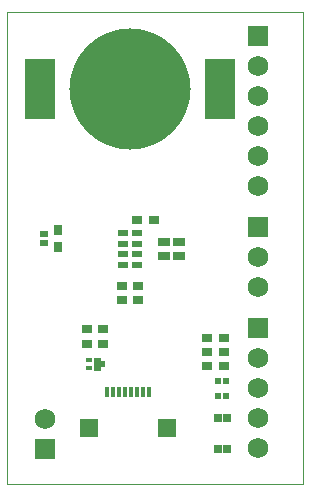
<source format=gts>
G75*
%MOIN*%
%OFA0B0*%
%FSLAX25Y25*%
%IPPOS*%
%LPD*%
%AMOC8*
5,1,8,0,0,1.08239X$1,22.5*
%
%ADD10C,0.00000*%
%ADD11R,0.04042X0.03156*%
%ADD12R,0.01575X0.03543*%
%ADD13R,0.05912X0.06306*%
%ADD14R,0.06900X0.06900*%
%ADD15C,0.06900*%
%ADD16R,0.01969X0.02362*%
%ADD17R,0.02362X0.01772*%
%ADD18C,0.00001*%
%ADD19R,0.03550X0.03156*%
%ADD20R,0.03156X0.03550*%
%ADD21R,0.03543X0.02362*%
%ADD22C,0.40400*%
%ADD23R,0.10400X0.20400*%
%ADD24R,0.03150X0.02362*%
%ADD25R,0.02565X0.02565*%
D10*
X0037739Y0009674D02*
X0037739Y0167154D01*
X0136164Y0167154D01*
X0136164Y0009674D01*
X0037739Y0009674D01*
X0066557Y0047863D02*
X0068683Y0047863D01*
X0068683Y0049044D01*
X0070022Y0049044D01*
X0070022Y0050619D01*
X0068683Y0050619D01*
X0068683Y0051800D01*
X0066557Y0051800D01*
X0066557Y0047863D01*
D11*
X0089904Y0085658D03*
X0089904Y0090383D03*
X0095022Y0090383D03*
X0095022Y0085658D03*
D12*
X0084786Y0040383D03*
X0082817Y0040383D03*
X0080849Y0040383D03*
X0078880Y0040383D03*
X0076912Y0040383D03*
X0074943Y0040383D03*
X0072975Y0040383D03*
X0071006Y0040383D03*
D13*
X0064904Y0028375D03*
X0090888Y0028375D03*
D14*
X0121203Y0061643D03*
X0121203Y0095501D03*
X0121203Y0159083D03*
X0050337Y0021485D03*
D15*
X0050337Y0031485D03*
X0121203Y0031643D03*
X0121203Y0021643D03*
X0121203Y0041643D03*
X0121203Y0051643D03*
X0121203Y0075501D03*
X0121203Y0085501D03*
X0121203Y0109083D03*
X0121203Y0119083D03*
X0121203Y0129083D03*
X0121203Y0139083D03*
X0121203Y0149083D03*
D16*
X0110770Y0044123D03*
X0108014Y0044123D03*
X0108014Y0039005D03*
X0110770Y0039005D03*
D17*
X0064904Y0048552D03*
X0064904Y0051111D03*
D18*
X0066557Y0051117D02*
X0068683Y0051117D01*
X0068683Y0051118D02*
X0066557Y0051118D01*
X0066557Y0051119D02*
X0068683Y0051119D01*
X0068683Y0051120D02*
X0066557Y0051120D01*
X0066557Y0051121D02*
X0068683Y0051121D01*
X0068683Y0051122D02*
X0066557Y0051122D01*
X0066557Y0051123D02*
X0068683Y0051123D01*
X0068683Y0051124D02*
X0066557Y0051124D01*
X0066557Y0051125D02*
X0068683Y0051125D01*
X0068683Y0051126D02*
X0066557Y0051126D01*
X0066557Y0051127D02*
X0068683Y0051127D01*
X0068683Y0051128D02*
X0066557Y0051128D01*
X0066557Y0051129D02*
X0068683Y0051129D01*
X0068683Y0051130D02*
X0066557Y0051130D01*
X0066557Y0051131D02*
X0068683Y0051131D01*
X0068683Y0051132D02*
X0066557Y0051132D01*
X0066557Y0051133D02*
X0068683Y0051133D01*
X0068683Y0051134D02*
X0066557Y0051134D01*
X0066557Y0051135D02*
X0068683Y0051135D01*
X0068683Y0051136D02*
X0066557Y0051136D01*
X0066557Y0051137D02*
X0068683Y0051137D01*
X0068683Y0051138D02*
X0066557Y0051138D01*
X0066557Y0051139D02*
X0068683Y0051139D01*
X0068683Y0051140D02*
X0066557Y0051140D01*
X0066557Y0051141D02*
X0068683Y0051141D01*
X0068683Y0051142D02*
X0066557Y0051142D01*
X0066557Y0051143D02*
X0068683Y0051143D01*
X0068683Y0051144D02*
X0066557Y0051144D01*
X0068683Y0051144D01*
X0068683Y0051145D02*
X0066557Y0051145D01*
X0066557Y0051146D02*
X0068683Y0051146D01*
X0068683Y0051147D02*
X0066557Y0051147D01*
X0066557Y0051148D02*
X0068683Y0051148D01*
X0068683Y0051149D02*
X0066557Y0051149D01*
X0066557Y0051150D02*
X0068683Y0051150D01*
X0068683Y0051151D02*
X0066557Y0051151D01*
X0066557Y0051152D02*
X0068683Y0051152D01*
X0068683Y0051153D02*
X0066557Y0051153D01*
X0066557Y0051154D02*
X0068683Y0051154D01*
X0068683Y0051155D02*
X0066557Y0051155D01*
X0066557Y0051156D02*
X0068683Y0051156D01*
X0068683Y0051157D02*
X0066557Y0051157D01*
X0066557Y0051158D02*
X0068683Y0051158D01*
X0068683Y0051159D02*
X0066557Y0051159D01*
X0066557Y0051160D02*
X0068683Y0051160D01*
X0068683Y0051161D02*
X0066557Y0051161D01*
X0066557Y0051162D02*
X0068683Y0051162D01*
X0068683Y0051163D02*
X0066557Y0051163D01*
X0066557Y0051164D02*
X0068683Y0051164D01*
X0068683Y0051165D02*
X0066557Y0051165D01*
X0066557Y0051166D02*
X0068683Y0051166D01*
X0068683Y0051167D02*
X0066557Y0051167D01*
X0066557Y0051168D02*
X0068683Y0051168D01*
X0068683Y0051169D02*
X0066557Y0051169D01*
X0066557Y0051170D02*
X0068683Y0051170D01*
X0068683Y0051171D02*
X0066557Y0051171D01*
X0066557Y0051172D02*
X0068683Y0051172D01*
X0068683Y0051173D02*
X0066557Y0051173D01*
X0066557Y0051174D02*
X0068683Y0051174D01*
X0068683Y0051175D02*
X0066557Y0051175D01*
X0066557Y0051176D02*
X0068683Y0051176D01*
X0068683Y0051177D02*
X0066557Y0051177D01*
X0066557Y0051178D02*
X0068683Y0051178D01*
X0068683Y0051179D02*
X0066557Y0051179D01*
X0066557Y0051180D02*
X0068683Y0051180D01*
X0068683Y0051181D02*
X0066557Y0051181D01*
X0066557Y0051182D02*
X0068683Y0051182D01*
X0068683Y0051183D02*
X0066557Y0051183D01*
X0066557Y0051184D02*
X0068683Y0051184D01*
X0068683Y0051185D02*
X0066557Y0051185D01*
X0066557Y0051186D02*
X0068683Y0051186D01*
X0068683Y0051187D02*
X0066557Y0051187D01*
X0066557Y0051188D02*
X0068683Y0051188D01*
X0068683Y0051189D02*
X0066557Y0051189D01*
X0066557Y0051190D02*
X0068683Y0051190D01*
X0068683Y0051191D02*
X0066557Y0051191D01*
X0066557Y0051192D02*
X0068683Y0051192D01*
X0068683Y0051193D02*
X0066557Y0051193D01*
X0066557Y0051194D02*
X0068683Y0051194D01*
X0068683Y0051195D02*
X0066557Y0051195D01*
X0066557Y0051196D02*
X0068683Y0051196D01*
X0068683Y0051197D02*
X0066557Y0051197D01*
X0066557Y0051198D02*
X0068683Y0051198D01*
X0068683Y0051199D02*
X0066557Y0051199D01*
X0066557Y0051200D02*
X0068683Y0051200D01*
X0068683Y0051201D02*
X0066557Y0051201D01*
X0066557Y0051202D02*
X0068683Y0051202D01*
X0068683Y0051203D02*
X0066557Y0051203D01*
X0066557Y0051204D02*
X0068683Y0051204D01*
X0068683Y0051205D02*
X0066557Y0051205D01*
X0066557Y0051206D02*
X0068683Y0051206D01*
X0066557Y0051206D01*
X0066557Y0051207D02*
X0068683Y0051207D01*
X0068683Y0051208D02*
X0066557Y0051208D01*
X0066557Y0051209D02*
X0068683Y0051209D01*
X0068683Y0051210D02*
X0066557Y0051210D01*
X0066557Y0051211D02*
X0068683Y0051211D01*
X0068683Y0051212D02*
X0066557Y0051212D01*
X0066557Y0051213D02*
X0068683Y0051213D01*
X0068683Y0051214D02*
X0066557Y0051214D01*
X0066557Y0051215D02*
X0068683Y0051215D01*
X0068683Y0051216D02*
X0066557Y0051216D01*
X0066557Y0051217D02*
X0068683Y0051217D01*
X0068683Y0051218D02*
X0066557Y0051218D01*
X0066557Y0051219D02*
X0068683Y0051219D01*
X0068683Y0051220D02*
X0066557Y0051220D01*
X0066557Y0051221D02*
X0068683Y0051221D01*
X0068683Y0051222D02*
X0066557Y0051222D01*
X0066557Y0051223D02*
X0068683Y0051223D01*
X0068683Y0051224D02*
X0066557Y0051224D01*
X0066557Y0051225D02*
X0068683Y0051225D01*
X0068683Y0051226D02*
X0066557Y0051226D01*
X0066557Y0051227D02*
X0068683Y0051227D01*
X0068683Y0051228D02*
X0066557Y0051228D01*
X0066557Y0051229D02*
X0068683Y0051229D01*
X0068683Y0051230D02*
X0066557Y0051230D01*
X0066557Y0051231D02*
X0068683Y0051231D01*
X0068683Y0051232D02*
X0066557Y0051232D01*
X0066557Y0051233D02*
X0068683Y0051233D01*
X0068683Y0051234D02*
X0066557Y0051234D01*
X0066557Y0051235D02*
X0068683Y0051235D01*
X0068683Y0051236D02*
X0066557Y0051236D01*
X0066557Y0051237D02*
X0068683Y0051237D01*
X0068683Y0051238D02*
X0066557Y0051238D01*
X0066557Y0051239D02*
X0068683Y0051239D01*
X0068683Y0051240D02*
X0066557Y0051240D01*
X0066557Y0051241D02*
X0068683Y0051241D01*
X0068683Y0051242D02*
X0066557Y0051242D01*
X0066557Y0051243D02*
X0068683Y0051243D01*
X0068683Y0051244D02*
X0066557Y0051244D01*
X0066557Y0051245D02*
X0068683Y0051245D01*
X0068683Y0051246D02*
X0066557Y0051246D01*
X0066557Y0051247D02*
X0068683Y0051247D01*
X0068683Y0051248D02*
X0066557Y0051248D01*
X0066557Y0051249D02*
X0068683Y0051249D01*
X0068683Y0051250D02*
X0066557Y0051250D01*
X0066557Y0051251D02*
X0068683Y0051251D01*
X0068683Y0051252D02*
X0066557Y0051252D01*
X0066557Y0051253D02*
X0068683Y0051253D01*
X0068683Y0051254D02*
X0066557Y0051254D01*
X0066557Y0051255D02*
X0068683Y0051255D01*
X0068683Y0051256D02*
X0066557Y0051256D01*
X0066557Y0051257D02*
X0068683Y0051257D01*
X0068683Y0051258D02*
X0066557Y0051258D01*
X0066557Y0051259D02*
X0068683Y0051259D01*
X0068683Y0051260D02*
X0066557Y0051260D01*
X0066557Y0051261D02*
X0068683Y0051261D01*
X0068683Y0051262D02*
X0066557Y0051262D01*
X0066557Y0051263D02*
X0068683Y0051263D01*
X0068683Y0051264D02*
X0066557Y0051264D01*
X0066557Y0051265D02*
X0068683Y0051265D01*
X0068683Y0051266D02*
X0066557Y0051266D01*
X0066557Y0051267D02*
X0068683Y0051267D01*
X0068683Y0051268D02*
X0066557Y0051268D01*
X0066557Y0051269D02*
X0068683Y0051269D01*
X0066557Y0051269D01*
X0066557Y0051270D02*
X0068683Y0051270D01*
X0068683Y0051271D02*
X0066557Y0051271D01*
X0066557Y0051272D02*
X0068683Y0051272D01*
X0068683Y0051273D02*
X0066557Y0051273D01*
X0066557Y0051274D02*
X0068683Y0051274D01*
X0068683Y0051275D02*
X0066557Y0051275D01*
X0066557Y0051276D02*
X0068683Y0051276D01*
X0068683Y0051277D02*
X0066557Y0051277D01*
X0066557Y0051278D02*
X0068683Y0051278D01*
X0068683Y0051279D02*
X0066557Y0051279D01*
X0066557Y0051280D02*
X0068683Y0051280D01*
X0068683Y0051281D02*
X0066557Y0051281D01*
X0066557Y0051282D02*
X0068683Y0051282D01*
X0068683Y0051283D02*
X0066557Y0051283D01*
X0066557Y0051284D02*
X0068683Y0051284D01*
X0068683Y0051285D02*
X0066557Y0051285D01*
X0066557Y0051286D02*
X0068683Y0051286D01*
X0068683Y0051287D02*
X0066557Y0051287D01*
X0066557Y0051288D02*
X0068683Y0051288D01*
X0068683Y0051289D02*
X0066557Y0051289D01*
X0066557Y0051290D02*
X0068683Y0051290D01*
X0068683Y0051291D02*
X0066557Y0051291D01*
X0066557Y0051292D02*
X0068683Y0051292D01*
X0068683Y0051293D02*
X0066557Y0051293D01*
X0066557Y0051294D02*
X0068683Y0051294D01*
X0068683Y0051295D02*
X0066557Y0051295D01*
X0066557Y0051296D02*
X0068683Y0051296D01*
X0068683Y0051297D02*
X0066557Y0051297D01*
X0066557Y0051298D02*
X0068683Y0051298D01*
X0068683Y0051299D02*
X0066557Y0051299D01*
X0066557Y0051300D02*
X0068683Y0051300D01*
X0068683Y0051301D02*
X0066557Y0051301D01*
X0066557Y0051302D02*
X0068683Y0051302D01*
X0068683Y0051303D02*
X0066557Y0051303D01*
X0066557Y0051304D02*
X0068683Y0051304D01*
X0068683Y0051305D02*
X0066557Y0051305D01*
X0066557Y0051306D02*
X0068683Y0051306D01*
X0068683Y0051307D02*
X0066557Y0051307D01*
X0066557Y0051308D02*
X0068683Y0051308D01*
X0068683Y0051309D02*
X0066557Y0051309D01*
X0066557Y0051310D02*
X0068683Y0051310D01*
X0068683Y0051311D02*
X0066557Y0051311D01*
X0066557Y0051312D02*
X0068683Y0051312D01*
X0068683Y0051313D02*
X0066557Y0051313D01*
X0066557Y0051314D02*
X0068683Y0051314D01*
X0068683Y0051315D02*
X0066557Y0051315D01*
X0066557Y0051316D02*
X0068683Y0051316D01*
X0068683Y0051317D02*
X0066557Y0051317D01*
X0066557Y0051318D02*
X0068683Y0051318D01*
X0068683Y0051319D02*
X0066557Y0051319D01*
X0066557Y0051320D02*
X0068683Y0051320D01*
X0068683Y0051321D02*
X0066557Y0051321D01*
X0066557Y0051322D02*
X0068683Y0051322D01*
X0068683Y0051323D02*
X0066557Y0051323D01*
X0066557Y0051324D02*
X0068683Y0051324D01*
X0068683Y0051325D02*
X0066557Y0051325D01*
X0066557Y0051326D02*
X0068683Y0051326D01*
X0068683Y0051327D02*
X0066557Y0051327D01*
X0066557Y0051328D02*
X0068683Y0051328D01*
X0068683Y0051329D02*
X0066557Y0051329D01*
X0066557Y0051330D02*
X0068683Y0051330D01*
X0068683Y0051331D02*
X0066557Y0051331D01*
X0068683Y0051331D01*
X0068683Y0051332D02*
X0066557Y0051332D01*
X0066557Y0051333D02*
X0068683Y0051333D01*
X0068683Y0051334D02*
X0066557Y0051334D01*
X0066557Y0051335D02*
X0068683Y0051335D01*
X0068683Y0051336D02*
X0066557Y0051336D01*
X0066557Y0051337D02*
X0068683Y0051337D01*
X0068683Y0051338D02*
X0066557Y0051338D01*
X0066557Y0051339D02*
X0068683Y0051339D01*
X0068683Y0051340D02*
X0066557Y0051340D01*
X0066557Y0051341D02*
X0068683Y0051341D01*
X0068683Y0051342D02*
X0066557Y0051342D01*
X0066557Y0051343D02*
X0068683Y0051343D01*
X0068683Y0051344D02*
X0066557Y0051344D01*
X0066557Y0051345D02*
X0068683Y0051345D01*
X0068683Y0051346D02*
X0066557Y0051346D01*
X0066557Y0051347D02*
X0068683Y0051347D01*
X0068683Y0051348D02*
X0066557Y0051348D01*
X0066557Y0051349D02*
X0068683Y0051349D01*
X0068683Y0051350D02*
X0066557Y0051350D01*
X0066557Y0051351D02*
X0068683Y0051351D01*
X0068683Y0051352D02*
X0066557Y0051352D01*
X0066557Y0051353D02*
X0068683Y0051353D01*
X0068683Y0051354D02*
X0066557Y0051354D01*
X0066557Y0051355D02*
X0068683Y0051355D01*
X0068683Y0051356D02*
X0066557Y0051356D01*
X0066557Y0051357D02*
X0068683Y0051357D01*
X0068683Y0051358D02*
X0066557Y0051358D01*
X0066557Y0051359D02*
X0068683Y0051359D01*
X0068683Y0051360D02*
X0066557Y0051360D01*
X0066557Y0051361D02*
X0068683Y0051361D01*
X0068683Y0051362D02*
X0066557Y0051362D01*
X0066557Y0051363D02*
X0068683Y0051363D01*
X0068683Y0051364D02*
X0066557Y0051364D01*
X0066557Y0051365D02*
X0068683Y0051365D01*
X0068683Y0051366D02*
X0066557Y0051366D01*
X0066557Y0051367D02*
X0068683Y0051367D01*
X0068683Y0051368D02*
X0066557Y0051368D01*
X0066557Y0051369D02*
X0068683Y0051369D01*
X0068683Y0051370D02*
X0066557Y0051370D01*
X0066557Y0051371D02*
X0068683Y0051371D01*
X0068683Y0051372D02*
X0066557Y0051372D01*
X0066557Y0051373D02*
X0068683Y0051373D01*
X0068683Y0051374D02*
X0066557Y0051374D01*
X0066557Y0051375D02*
X0068683Y0051375D01*
X0068683Y0051376D02*
X0066557Y0051376D01*
X0066557Y0051377D02*
X0068683Y0051377D01*
X0068683Y0051378D02*
X0066557Y0051378D01*
X0066557Y0051379D02*
X0068683Y0051379D01*
X0068683Y0051380D02*
X0066557Y0051380D01*
X0066557Y0051381D02*
X0068683Y0051381D01*
X0068683Y0051382D02*
X0066557Y0051382D01*
X0066557Y0051383D02*
X0068683Y0051383D01*
X0068683Y0051384D02*
X0066557Y0051384D01*
X0066557Y0051385D02*
X0068683Y0051385D01*
X0068683Y0051386D02*
X0066557Y0051386D01*
X0066557Y0051387D02*
X0068683Y0051387D01*
X0068683Y0051388D02*
X0066557Y0051388D01*
X0066557Y0051389D02*
X0068683Y0051389D01*
X0068683Y0051390D02*
X0066557Y0051390D01*
X0066557Y0051391D02*
X0068683Y0051391D01*
X0068683Y0051392D02*
X0066557Y0051392D01*
X0066557Y0051393D02*
X0068683Y0051393D01*
X0068683Y0051394D02*
X0066557Y0051394D01*
X0068683Y0051394D01*
X0068683Y0051395D02*
X0066557Y0051395D01*
X0066557Y0051396D02*
X0068683Y0051396D01*
X0068683Y0051397D02*
X0066557Y0051397D01*
X0066557Y0051398D02*
X0068683Y0051398D01*
X0068683Y0051399D02*
X0066557Y0051399D01*
X0066557Y0051400D02*
X0068683Y0051400D01*
X0068683Y0051401D02*
X0066557Y0051401D01*
X0066557Y0051402D02*
X0068683Y0051402D01*
X0068683Y0051403D02*
X0066557Y0051403D01*
X0066557Y0051404D02*
X0068683Y0051404D01*
X0068683Y0051405D02*
X0066557Y0051405D01*
X0066557Y0051406D02*
X0068683Y0051406D01*
X0068683Y0051407D02*
X0066557Y0051407D01*
X0066557Y0051408D02*
X0068683Y0051408D01*
X0068683Y0051409D02*
X0066557Y0051409D01*
X0066557Y0051410D02*
X0068683Y0051410D01*
X0068683Y0051411D02*
X0066557Y0051411D01*
X0066557Y0051412D02*
X0068683Y0051412D01*
X0068683Y0051413D02*
X0066557Y0051413D01*
X0066557Y0051414D02*
X0068683Y0051414D01*
X0068683Y0051415D02*
X0066557Y0051415D01*
X0066557Y0051416D02*
X0068683Y0051416D01*
X0068683Y0051417D02*
X0066557Y0051417D01*
X0066557Y0051418D02*
X0068683Y0051418D01*
X0068683Y0051419D02*
X0066557Y0051419D01*
X0066557Y0051420D02*
X0068683Y0051420D01*
X0068683Y0051421D02*
X0066557Y0051421D01*
X0066557Y0051422D02*
X0068683Y0051422D01*
X0068683Y0051423D02*
X0066557Y0051423D01*
X0066557Y0051424D02*
X0068683Y0051424D01*
X0068683Y0051425D02*
X0066557Y0051425D01*
X0066557Y0051426D02*
X0068683Y0051426D01*
X0068683Y0051427D02*
X0066557Y0051427D01*
X0066557Y0051428D02*
X0068683Y0051428D01*
X0068683Y0051429D02*
X0066557Y0051429D01*
X0066557Y0051430D02*
X0068683Y0051430D01*
X0068683Y0051431D02*
X0066557Y0051431D01*
X0066557Y0051432D02*
X0068683Y0051432D01*
X0068683Y0051433D02*
X0066557Y0051433D01*
X0066557Y0051434D02*
X0068683Y0051434D01*
X0068683Y0051435D02*
X0066557Y0051435D01*
X0066557Y0051436D02*
X0068683Y0051436D01*
X0068683Y0051437D02*
X0066557Y0051437D01*
X0066557Y0051438D02*
X0068683Y0051438D01*
X0068683Y0051439D02*
X0066557Y0051439D01*
X0066557Y0051440D02*
X0068683Y0051440D01*
X0068683Y0051441D02*
X0066557Y0051441D01*
X0066557Y0051442D02*
X0068683Y0051442D01*
X0068683Y0051443D02*
X0066557Y0051443D01*
X0066557Y0051444D02*
X0068683Y0051444D01*
X0068683Y0051445D02*
X0066557Y0051445D01*
X0066557Y0051446D02*
X0068683Y0051446D01*
X0068683Y0051447D02*
X0066557Y0051447D01*
X0066557Y0051448D02*
X0068683Y0051448D01*
X0068683Y0051449D02*
X0066557Y0051449D01*
X0066557Y0051450D02*
X0068683Y0051450D01*
X0068683Y0051451D02*
X0066557Y0051451D01*
X0066557Y0051452D02*
X0068683Y0051452D01*
X0068683Y0051453D02*
X0066557Y0051453D01*
X0066557Y0051454D02*
X0068683Y0051454D01*
X0068683Y0051455D02*
X0066557Y0051455D01*
X0066557Y0051456D02*
X0068683Y0051456D01*
X0066557Y0051456D01*
X0066557Y0051457D02*
X0068683Y0051457D01*
X0068683Y0051458D02*
X0066557Y0051458D01*
X0066557Y0051459D02*
X0068683Y0051459D01*
X0068683Y0051460D02*
X0066557Y0051460D01*
X0066557Y0051461D02*
X0068683Y0051461D01*
X0068683Y0051462D02*
X0066557Y0051462D01*
X0066557Y0051463D02*
X0068683Y0051463D01*
X0068683Y0051464D02*
X0066557Y0051464D01*
X0066557Y0051465D02*
X0068683Y0051465D01*
X0068683Y0051466D02*
X0066557Y0051466D01*
X0066557Y0051467D02*
X0068683Y0051467D01*
X0068683Y0051468D02*
X0066557Y0051468D01*
X0066557Y0051469D02*
X0068683Y0051469D01*
X0068683Y0051470D02*
X0066557Y0051470D01*
X0066557Y0051471D02*
X0068683Y0051471D01*
X0068683Y0051472D02*
X0066557Y0051472D01*
X0066557Y0051473D02*
X0068683Y0051473D01*
X0068683Y0051474D02*
X0066557Y0051474D01*
X0066557Y0051475D02*
X0068683Y0051475D01*
X0068683Y0051476D02*
X0066557Y0051476D01*
X0066557Y0051477D02*
X0068683Y0051477D01*
X0068683Y0051478D02*
X0066557Y0051478D01*
X0066557Y0051479D02*
X0068683Y0051479D01*
X0068683Y0051480D02*
X0066557Y0051480D01*
X0066557Y0051481D02*
X0068683Y0051481D01*
X0068683Y0051482D02*
X0066557Y0051482D01*
X0066557Y0051483D02*
X0068683Y0051483D01*
X0068683Y0051484D02*
X0066557Y0051484D01*
X0066557Y0051485D02*
X0068683Y0051485D01*
X0068683Y0051486D02*
X0066557Y0051486D01*
X0066557Y0051487D02*
X0068683Y0051487D01*
X0068683Y0051488D02*
X0066557Y0051488D01*
X0066557Y0051489D02*
X0068683Y0051489D01*
X0068683Y0051490D02*
X0066557Y0051490D01*
X0066557Y0051491D02*
X0068683Y0051491D01*
X0068683Y0051492D02*
X0066557Y0051492D01*
X0066557Y0051493D02*
X0068683Y0051493D01*
X0068683Y0051494D02*
X0066557Y0051494D01*
X0066557Y0051495D02*
X0068683Y0051495D01*
X0068683Y0051496D02*
X0066557Y0051496D01*
X0066557Y0051497D02*
X0068683Y0051497D01*
X0068683Y0051498D02*
X0066557Y0051498D01*
X0066557Y0051499D02*
X0068683Y0051499D01*
X0068683Y0051500D02*
X0066557Y0051500D01*
X0066557Y0051501D02*
X0068683Y0051501D01*
X0068683Y0051502D02*
X0066557Y0051502D01*
X0066557Y0051503D02*
X0068683Y0051503D01*
X0068683Y0051504D02*
X0066557Y0051504D01*
X0066557Y0051505D02*
X0068683Y0051505D01*
X0068683Y0051506D02*
X0066557Y0051506D01*
X0066557Y0051507D02*
X0068683Y0051507D01*
X0068683Y0051508D02*
X0066557Y0051508D01*
X0066557Y0051509D02*
X0068683Y0051509D01*
X0068683Y0051510D02*
X0066557Y0051510D01*
X0066557Y0051511D02*
X0068683Y0051511D01*
X0068683Y0051512D02*
X0066557Y0051512D01*
X0066557Y0051513D02*
X0068683Y0051513D01*
X0068683Y0051514D02*
X0066557Y0051514D01*
X0066557Y0051515D02*
X0068683Y0051515D01*
X0068683Y0051516D02*
X0066557Y0051516D01*
X0066557Y0051517D02*
X0068683Y0051517D01*
X0068683Y0051518D02*
X0066557Y0051518D01*
X0066557Y0051519D02*
X0068683Y0051519D01*
X0066557Y0051519D01*
X0066557Y0051520D02*
X0068683Y0051520D01*
X0068683Y0051521D02*
X0066557Y0051521D01*
X0066557Y0051522D02*
X0068683Y0051522D01*
X0068683Y0051523D02*
X0066557Y0051523D01*
X0066557Y0051524D02*
X0068683Y0051524D01*
X0068683Y0051525D02*
X0066557Y0051525D01*
X0066557Y0051526D02*
X0068683Y0051526D01*
X0068683Y0051527D02*
X0066557Y0051527D01*
X0066557Y0051528D02*
X0068683Y0051528D01*
X0068683Y0051529D02*
X0066557Y0051529D01*
X0066557Y0051530D02*
X0068683Y0051530D01*
X0068683Y0051531D02*
X0066557Y0051531D01*
X0066557Y0051532D02*
X0068683Y0051532D01*
X0068683Y0051533D02*
X0066557Y0051533D01*
X0066557Y0051534D02*
X0068683Y0051534D01*
X0068683Y0051535D02*
X0066557Y0051535D01*
X0066557Y0051536D02*
X0068683Y0051536D01*
X0068683Y0051537D02*
X0066557Y0051537D01*
X0066557Y0051538D02*
X0068683Y0051538D01*
X0068683Y0051539D02*
X0066557Y0051539D01*
X0066557Y0051540D02*
X0068683Y0051540D01*
X0068683Y0051541D02*
X0066557Y0051541D01*
X0066557Y0051542D02*
X0068683Y0051542D01*
X0068683Y0051543D02*
X0066557Y0051543D01*
X0066557Y0051544D02*
X0068683Y0051544D01*
X0068683Y0051545D02*
X0066557Y0051545D01*
X0066557Y0051546D02*
X0068683Y0051546D01*
X0068683Y0051547D02*
X0066557Y0051547D01*
X0066557Y0051548D02*
X0068683Y0051548D01*
X0068683Y0051549D02*
X0066557Y0051549D01*
X0066557Y0051550D02*
X0068683Y0051550D01*
X0068683Y0051551D02*
X0066557Y0051551D01*
X0066557Y0051552D02*
X0068683Y0051552D01*
X0068683Y0051553D02*
X0066557Y0051553D01*
X0066557Y0051554D02*
X0068683Y0051554D01*
X0068683Y0051555D02*
X0066557Y0051555D01*
X0066557Y0051556D02*
X0068683Y0051556D01*
X0068683Y0051557D02*
X0066557Y0051557D01*
X0066557Y0051558D02*
X0068683Y0051558D01*
X0068683Y0051559D02*
X0066557Y0051559D01*
X0066557Y0051560D02*
X0068683Y0051560D01*
X0068683Y0051561D02*
X0066557Y0051561D01*
X0066557Y0051562D02*
X0068683Y0051562D01*
X0068683Y0051563D02*
X0066557Y0051563D01*
X0066557Y0051564D02*
X0068683Y0051564D01*
X0068683Y0051565D02*
X0066557Y0051565D01*
X0066557Y0051566D02*
X0068683Y0051566D01*
X0068683Y0051567D02*
X0066557Y0051567D01*
X0066557Y0051568D02*
X0068683Y0051568D01*
X0068683Y0051569D02*
X0066557Y0051569D01*
X0066557Y0051570D02*
X0068683Y0051570D01*
X0068683Y0051571D02*
X0066557Y0051571D01*
X0066557Y0051572D02*
X0068683Y0051572D01*
X0068683Y0051573D02*
X0066557Y0051573D01*
X0066557Y0051574D02*
X0068683Y0051574D01*
X0068683Y0051575D02*
X0066557Y0051575D01*
X0066557Y0051576D02*
X0068683Y0051576D01*
X0068683Y0051577D02*
X0066557Y0051577D01*
X0066557Y0051578D02*
X0068683Y0051578D01*
X0068683Y0051579D02*
X0066557Y0051579D01*
X0066557Y0051580D02*
X0068683Y0051580D01*
X0068683Y0051581D02*
X0066557Y0051581D01*
X0068683Y0051581D01*
X0068683Y0051582D02*
X0066557Y0051582D01*
X0066557Y0051583D02*
X0068683Y0051583D01*
X0068683Y0051584D02*
X0066557Y0051584D01*
X0066557Y0051585D02*
X0068683Y0051585D01*
X0068683Y0051586D02*
X0066557Y0051586D01*
X0066557Y0051587D02*
X0068683Y0051587D01*
X0068683Y0051588D02*
X0066557Y0051588D01*
X0066557Y0051589D02*
X0068683Y0051589D01*
X0068683Y0051590D02*
X0066557Y0051590D01*
X0066557Y0051591D02*
X0068683Y0051591D01*
X0068683Y0051592D02*
X0066557Y0051592D01*
X0066557Y0051593D02*
X0068683Y0051593D01*
X0068683Y0051594D02*
X0066557Y0051594D01*
X0066557Y0051595D02*
X0068683Y0051595D01*
X0068683Y0051596D02*
X0066557Y0051596D01*
X0066557Y0051597D02*
X0068683Y0051597D01*
X0068683Y0051598D02*
X0066557Y0051598D01*
X0066557Y0051599D02*
X0068683Y0051599D01*
X0068683Y0051600D02*
X0066557Y0051600D01*
X0066557Y0051601D02*
X0068683Y0051601D01*
X0068683Y0051602D02*
X0066557Y0051602D01*
X0066557Y0051603D02*
X0068683Y0051603D01*
X0068683Y0051604D02*
X0066557Y0051604D01*
X0066557Y0051605D02*
X0068683Y0051605D01*
X0068683Y0051606D02*
X0066557Y0051606D01*
X0066557Y0051607D02*
X0068683Y0051607D01*
X0068683Y0051608D02*
X0066557Y0051608D01*
X0066557Y0051609D02*
X0068683Y0051609D01*
X0068683Y0051610D02*
X0066557Y0051610D01*
X0066557Y0051611D02*
X0068683Y0051611D01*
X0068683Y0051612D02*
X0066557Y0051612D01*
X0066557Y0051613D02*
X0068683Y0051613D01*
X0068683Y0051614D02*
X0066557Y0051614D01*
X0066557Y0051615D02*
X0068683Y0051615D01*
X0068683Y0051616D02*
X0066557Y0051616D01*
X0066557Y0051617D02*
X0068683Y0051617D01*
X0068683Y0051618D02*
X0066557Y0051618D01*
X0066557Y0051619D02*
X0068683Y0051619D01*
X0068683Y0051620D02*
X0066557Y0051620D01*
X0066557Y0051621D02*
X0068683Y0051621D01*
X0068683Y0051622D02*
X0066557Y0051622D01*
X0066557Y0051623D02*
X0068683Y0051623D01*
X0068683Y0051624D02*
X0066557Y0051624D01*
X0066557Y0051625D02*
X0068683Y0051625D01*
X0068683Y0051626D02*
X0066557Y0051626D01*
X0066557Y0051627D02*
X0068683Y0051627D01*
X0068683Y0051628D02*
X0066557Y0051628D01*
X0066557Y0051629D02*
X0068683Y0051629D01*
X0068683Y0051630D02*
X0066557Y0051630D01*
X0066557Y0051631D02*
X0068683Y0051631D01*
X0068683Y0051632D02*
X0066557Y0051632D01*
X0066557Y0051633D02*
X0068683Y0051633D01*
X0068683Y0051634D02*
X0066557Y0051634D01*
X0066557Y0051635D02*
X0068683Y0051635D01*
X0068683Y0051636D02*
X0066557Y0051636D01*
X0066557Y0051637D02*
X0068683Y0051637D01*
X0068683Y0051638D02*
X0066557Y0051638D01*
X0066557Y0051639D02*
X0068683Y0051639D01*
X0068683Y0051640D02*
X0066557Y0051640D01*
X0066557Y0051641D02*
X0068683Y0051641D01*
X0068683Y0051642D02*
X0066557Y0051642D01*
X0066557Y0051643D02*
X0068683Y0051643D01*
X0068683Y0051644D02*
X0066557Y0051644D01*
X0068683Y0051644D01*
X0068683Y0051645D02*
X0066557Y0051645D01*
X0066557Y0051646D02*
X0068683Y0051646D01*
X0068683Y0051647D02*
X0066557Y0051647D01*
X0066557Y0051648D02*
X0068683Y0051648D01*
X0068683Y0051649D02*
X0066557Y0051649D01*
X0066557Y0051650D02*
X0068683Y0051650D01*
X0068683Y0051651D02*
X0066557Y0051651D01*
X0066557Y0051652D02*
X0068683Y0051652D01*
X0068683Y0051653D02*
X0066557Y0051653D01*
X0066557Y0051654D02*
X0068683Y0051654D01*
X0068683Y0051655D02*
X0066557Y0051655D01*
X0066557Y0051656D02*
X0068683Y0051656D01*
X0068683Y0051657D02*
X0066557Y0051657D01*
X0066557Y0051658D02*
X0068683Y0051658D01*
X0068683Y0051659D02*
X0066557Y0051659D01*
X0066557Y0051660D02*
X0068683Y0051660D01*
X0068683Y0051661D02*
X0066557Y0051661D01*
X0066557Y0051662D02*
X0068683Y0051662D01*
X0068683Y0051663D02*
X0066557Y0051663D01*
X0066557Y0051664D02*
X0068683Y0051664D01*
X0068683Y0051665D02*
X0066557Y0051665D01*
X0066557Y0051666D02*
X0068683Y0051666D01*
X0068683Y0051667D02*
X0066557Y0051667D01*
X0066557Y0051668D02*
X0068683Y0051668D01*
X0068683Y0051669D02*
X0066557Y0051669D01*
X0066557Y0051670D02*
X0068683Y0051670D01*
X0068683Y0051671D02*
X0066557Y0051671D01*
X0066557Y0051672D02*
X0068683Y0051672D01*
X0068683Y0051673D02*
X0066557Y0051673D01*
X0066557Y0051674D02*
X0068683Y0051674D01*
X0068683Y0051675D02*
X0066557Y0051675D01*
X0066557Y0051676D02*
X0068683Y0051676D01*
X0068683Y0051677D02*
X0066557Y0051677D01*
X0066557Y0051678D02*
X0068683Y0051678D01*
X0068683Y0051679D02*
X0066557Y0051679D01*
X0066557Y0051680D02*
X0068683Y0051680D01*
X0068683Y0051681D02*
X0066557Y0051681D01*
X0066557Y0051682D02*
X0068683Y0051682D01*
X0068683Y0051683D02*
X0066557Y0051683D01*
X0066557Y0051684D02*
X0068683Y0051684D01*
X0068683Y0051685D02*
X0066557Y0051685D01*
X0066557Y0051686D02*
X0068683Y0051686D01*
X0068683Y0051687D02*
X0066557Y0051687D01*
X0066557Y0051688D02*
X0068683Y0051688D01*
X0068683Y0051689D02*
X0066557Y0051689D01*
X0066557Y0051690D02*
X0068683Y0051690D01*
X0068683Y0051691D02*
X0066557Y0051691D01*
X0066557Y0051692D02*
X0068683Y0051692D01*
X0068683Y0051693D02*
X0066557Y0051693D01*
X0066557Y0051694D02*
X0068683Y0051694D01*
X0068683Y0051695D02*
X0066557Y0051695D01*
X0066557Y0051696D02*
X0068683Y0051696D01*
X0068683Y0051697D02*
X0066557Y0051697D01*
X0066557Y0051698D02*
X0068683Y0051698D01*
X0068683Y0051699D02*
X0066557Y0051699D01*
X0066557Y0051700D02*
X0068683Y0051700D01*
X0068683Y0051701D02*
X0066557Y0051701D01*
X0066557Y0051702D02*
X0068683Y0051702D01*
X0068683Y0051703D02*
X0066557Y0051703D01*
X0066557Y0051704D02*
X0068683Y0051704D01*
X0068683Y0051705D02*
X0066557Y0051705D01*
X0066557Y0051706D02*
X0068683Y0051706D01*
X0066557Y0051706D01*
X0066557Y0051707D02*
X0068683Y0051707D01*
X0068683Y0051708D02*
X0066557Y0051708D01*
X0066557Y0051709D02*
X0068683Y0051709D01*
X0068683Y0051710D02*
X0066557Y0051710D01*
X0066557Y0051711D02*
X0068683Y0051711D01*
X0068683Y0051712D02*
X0066557Y0051712D01*
X0066557Y0051713D02*
X0068683Y0051713D01*
X0068683Y0051714D02*
X0066557Y0051714D01*
X0066557Y0051715D02*
X0068683Y0051715D01*
X0068683Y0051716D02*
X0066557Y0051716D01*
X0066557Y0051717D02*
X0068683Y0051717D01*
X0068683Y0051718D02*
X0066557Y0051718D01*
X0066557Y0051719D02*
X0068683Y0051719D01*
X0068683Y0051720D02*
X0066557Y0051720D01*
X0066557Y0051721D02*
X0068683Y0051721D01*
X0068683Y0051722D02*
X0066557Y0051722D01*
X0066557Y0051723D02*
X0068683Y0051723D01*
X0068683Y0051724D02*
X0066557Y0051724D01*
X0066557Y0051725D02*
X0068683Y0051725D01*
X0068683Y0051726D02*
X0066557Y0051726D01*
X0066557Y0051727D02*
X0068683Y0051727D01*
X0068683Y0051728D02*
X0066557Y0051728D01*
X0066557Y0051729D02*
X0068683Y0051729D01*
X0068683Y0051730D02*
X0066557Y0051730D01*
X0066557Y0051731D02*
X0068683Y0051731D01*
X0068683Y0051732D02*
X0066557Y0051732D01*
X0066557Y0051733D02*
X0068683Y0051733D01*
X0068683Y0051734D02*
X0066557Y0051734D01*
X0066557Y0051735D02*
X0068683Y0051735D01*
X0068683Y0051736D02*
X0066557Y0051736D01*
X0066557Y0051737D02*
X0068683Y0051737D01*
X0068683Y0051738D02*
X0066557Y0051738D01*
X0066557Y0051739D02*
X0068683Y0051739D01*
X0068683Y0051740D02*
X0066557Y0051740D01*
X0066557Y0051741D02*
X0068683Y0051741D01*
X0068683Y0051742D02*
X0066557Y0051742D01*
X0066557Y0051743D02*
X0068683Y0051743D01*
X0068683Y0051744D02*
X0066557Y0051744D01*
X0066557Y0051745D02*
X0068683Y0051745D01*
X0068683Y0051746D02*
X0066557Y0051746D01*
X0066557Y0051747D02*
X0068683Y0051747D01*
X0068683Y0051748D02*
X0066557Y0051748D01*
X0066557Y0051749D02*
X0068683Y0051749D01*
X0068683Y0051750D02*
X0066557Y0051750D01*
X0066557Y0051751D02*
X0068683Y0051751D01*
X0068683Y0051752D02*
X0066557Y0051752D01*
X0066557Y0051753D02*
X0068683Y0051753D01*
X0068683Y0051754D02*
X0066557Y0051754D01*
X0066557Y0051755D02*
X0068683Y0051755D01*
X0068683Y0051756D02*
X0066557Y0051756D01*
X0066557Y0051757D02*
X0068683Y0051757D01*
X0068683Y0051758D02*
X0066557Y0051758D01*
X0066557Y0051759D02*
X0068683Y0051759D01*
X0068683Y0051760D02*
X0066557Y0051760D01*
X0066557Y0051761D02*
X0068683Y0051761D01*
X0068683Y0051762D02*
X0066557Y0051762D01*
X0066557Y0051763D02*
X0068683Y0051763D01*
X0068683Y0051764D02*
X0066557Y0051764D01*
X0066557Y0051765D02*
X0068683Y0051765D01*
X0068683Y0051766D02*
X0066557Y0051766D01*
X0066557Y0051767D02*
X0068683Y0051767D01*
X0068683Y0051768D02*
X0066557Y0051768D01*
X0066557Y0051769D02*
X0068683Y0051769D01*
X0066557Y0051769D01*
X0066557Y0051770D02*
X0068683Y0051770D01*
X0068683Y0051771D02*
X0066557Y0051771D01*
X0066557Y0051772D02*
X0068683Y0051772D01*
X0068683Y0051773D02*
X0066557Y0051773D01*
X0066557Y0051774D02*
X0068683Y0051774D01*
X0068683Y0051775D02*
X0066557Y0051775D01*
X0066557Y0051776D02*
X0068683Y0051776D01*
X0068683Y0051777D02*
X0066557Y0051777D01*
X0066557Y0051778D02*
X0068683Y0051778D01*
X0068683Y0051779D02*
X0066557Y0051779D01*
X0066557Y0051780D02*
X0068683Y0051780D01*
X0068683Y0051781D02*
X0066557Y0051781D01*
X0066557Y0051782D02*
X0068683Y0051782D01*
X0068683Y0051783D02*
X0066557Y0051783D01*
X0066557Y0051784D02*
X0068683Y0051784D01*
X0068683Y0051785D02*
X0066557Y0051785D01*
X0066557Y0051786D02*
X0068683Y0051786D01*
X0068683Y0051787D02*
X0066557Y0051787D01*
X0066557Y0051788D02*
X0068683Y0051788D01*
X0068683Y0051789D02*
X0066557Y0051789D01*
X0066557Y0051790D02*
X0068683Y0051790D01*
X0068683Y0051791D02*
X0066557Y0051791D01*
X0066557Y0051792D02*
X0068683Y0051792D01*
X0068683Y0051793D02*
X0066557Y0051793D01*
X0066557Y0051794D02*
X0068683Y0051794D01*
X0068683Y0051795D02*
X0066557Y0051795D01*
X0066557Y0051796D02*
X0068683Y0051796D01*
X0068683Y0051797D02*
X0066557Y0051797D01*
X0066557Y0051798D02*
X0068683Y0051798D01*
X0068683Y0051799D02*
X0066557Y0051799D01*
X0066557Y0051116D02*
X0068683Y0051116D01*
X0068683Y0051115D02*
X0066557Y0051115D01*
X0066557Y0051114D02*
X0068683Y0051114D01*
X0068683Y0051113D02*
X0066557Y0051113D01*
X0066557Y0051112D02*
X0068683Y0051112D01*
X0068683Y0051111D02*
X0066557Y0051111D01*
X0066557Y0051110D02*
X0068683Y0051110D01*
X0068683Y0051109D02*
X0066557Y0051109D01*
X0066557Y0051108D02*
X0068683Y0051108D01*
X0068683Y0051107D02*
X0066557Y0051107D01*
X0066557Y0051106D02*
X0068683Y0051106D01*
X0068683Y0051105D02*
X0066557Y0051105D01*
X0066557Y0051104D02*
X0068683Y0051104D01*
X0068683Y0051103D02*
X0066557Y0051103D01*
X0066557Y0051102D02*
X0068683Y0051102D01*
X0068683Y0051101D02*
X0066557Y0051101D01*
X0066557Y0051100D02*
X0068683Y0051100D01*
X0068683Y0051099D02*
X0066557Y0051099D01*
X0066557Y0051098D02*
X0068683Y0051098D01*
X0068683Y0051097D02*
X0066557Y0051097D01*
X0066557Y0051096D02*
X0068683Y0051096D01*
X0068683Y0051095D02*
X0066557Y0051095D01*
X0066557Y0051094D02*
X0068683Y0051094D01*
X0068683Y0051093D02*
X0066557Y0051093D01*
X0066557Y0051092D02*
X0068683Y0051092D01*
X0068683Y0051091D02*
X0066557Y0051091D01*
X0066557Y0051090D02*
X0068683Y0051090D01*
X0068683Y0051089D02*
X0066557Y0051089D01*
X0066557Y0051088D02*
X0068683Y0051088D01*
X0068683Y0051087D02*
X0066557Y0051087D01*
X0066557Y0051086D02*
X0068683Y0051086D01*
X0068683Y0051085D02*
X0066557Y0051085D01*
X0066557Y0051084D02*
X0068683Y0051084D01*
X0068683Y0051083D02*
X0066557Y0051083D01*
X0066557Y0051082D02*
X0068683Y0051082D01*
X0068683Y0051081D02*
X0066557Y0051081D01*
X0068683Y0051081D01*
X0068683Y0051080D02*
X0066557Y0051080D01*
X0066557Y0051079D02*
X0068683Y0051079D01*
X0068683Y0051078D02*
X0066557Y0051078D01*
X0066557Y0051077D02*
X0068683Y0051077D01*
X0068683Y0051076D02*
X0066557Y0051076D01*
X0066557Y0051075D02*
X0068683Y0051075D01*
X0068683Y0051074D02*
X0066557Y0051074D01*
X0066557Y0051073D02*
X0068683Y0051073D01*
X0068683Y0051072D02*
X0066557Y0051072D01*
X0066557Y0051071D02*
X0068683Y0051071D01*
X0068683Y0051070D02*
X0066557Y0051070D01*
X0066557Y0051069D02*
X0068683Y0051069D01*
X0068683Y0051068D02*
X0066557Y0051068D01*
X0066557Y0051067D02*
X0068683Y0051067D01*
X0068683Y0051066D02*
X0066557Y0051066D01*
X0066557Y0051065D02*
X0068683Y0051065D01*
X0068683Y0051064D02*
X0066557Y0051064D01*
X0066557Y0051063D02*
X0068683Y0051063D01*
X0068683Y0051062D02*
X0066557Y0051062D01*
X0066557Y0051061D02*
X0068683Y0051061D01*
X0068683Y0051060D02*
X0066557Y0051060D01*
X0066557Y0051059D02*
X0068683Y0051059D01*
X0068683Y0051058D02*
X0066557Y0051058D01*
X0066557Y0051057D02*
X0068683Y0051057D01*
X0068683Y0051056D02*
X0066557Y0051056D01*
X0066557Y0051055D02*
X0068683Y0051055D01*
X0068683Y0051054D02*
X0066557Y0051054D01*
X0066557Y0051053D02*
X0068683Y0051053D01*
X0068683Y0051052D02*
X0066557Y0051052D01*
X0066557Y0051051D02*
X0068683Y0051051D01*
X0068683Y0051050D02*
X0066557Y0051050D01*
X0066557Y0051049D02*
X0068683Y0051049D01*
X0068683Y0051048D02*
X0066557Y0051048D01*
X0066557Y0051047D02*
X0068683Y0051047D01*
X0068683Y0051046D02*
X0066557Y0051046D01*
X0066557Y0051045D02*
X0068683Y0051045D01*
X0068683Y0051044D02*
X0066557Y0051044D01*
X0066557Y0051043D02*
X0068683Y0051043D01*
X0068683Y0051042D02*
X0066557Y0051042D01*
X0066557Y0051041D02*
X0068683Y0051041D01*
X0068683Y0051040D02*
X0066557Y0051040D01*
X0066557Y0051039D02*
X0068683Y0051039D01*
X0068683Y0051038D02*
X0066557Y0051038D01*
X0066557Y0051037D02*
X0068683Y0051037D01*
X0068683Y0051036D02*
X0066557Y0051036D01*
X0066557Y0051035D02*
X0068683Y0051035D01*
X0068683Y0051034D02*
X0066557Y0051034D01*
X0066557Y0051033D02*
X0068683Y0051033D01*
X0068683Y0051032D02*
X0066557Y0051032D01*
X0066557Y0051031D02*
X0068683Y0051031D01*
X0068683Y0051030D02*
X0066557Y0051030D01*
X0066557Y0051029D02*
X0068683Y0051029D01*
X0068683Y0051028D02*
X0066557Y0051028D01*
X0066557Y0051027D02*
X0068683Y0051027D01*
X0068683Y0051026D02*
X0066557Y0051026D01*
X0066557Y0051025D02*
X0068683Y0051025D01*
X0068683Y0051024D02*
X0066557Y0051024D01*
X0066557Y0051023D02*
X0068683Y0051023D01*
X0068683Y0051022D02*
X0066557Y0051022D01*
X0066557Y0051021D02*
X0068683Y0051021D01*
X0068683Y0051020D02*
X0066557Y0051020D01*
X0066557Y0051019D02*
X0068683Y0051019D01*
X0066557Y0051019D01*
X0066557Y0051018D02*
X0068683Y0051018D01*
X0068683Y0051017D02*
X0066557Y0051017D01*
X0066557Y0051016D02*
X0068683Y0051016D01*
X0068683Y0051015D02*
X0066557Y0051015D01*
X0066557Y0051014D02*
X0068683Y0051014D01*
X0068683Y0051013D02*
X0066557Y0051013D01*
X0066557Y0051012D02*
X0068683Y0051012D01*
X0068683Y0051011D02*
X0066557Y0051011D01*
X0066557Y0051010D02*
X0068683Y0051010D01*
X0068683Y0051009D02*
X0066557Y0051009D01*
X0066557Y0051008D02*
X0068683Y0051008D01*
X0068683Y0051007D02*
X0066557Y0051007D01*
X0066557Y0051006D02*
X0068683Y0051006D01*
X0068683Y0051005D02*
X0066557Y0051005D01*
X0066557Y0051004D02*
X0068683Y0051004D01*
X0068683Y0051003D02*
X0066557Y0051003D01*
X0066557Y0051002D02*
X0068683Y0051002D01*
X0068683Y0051001D02*
X0066557Y0051001D01*
X0066557Y0051000D02*
X0068683Y0051000D01*
X0068683Y0050999D02*
X0066557Y0050999D01*
X0066557Y0050998D02*
X0068683Y0050998D01*
X0068683Y0050997D02*
X0066557Y0050997D01*
X0066557Y0050996D02*
X0068683Y0050996D01*
X0068683Y0050995D02*
X0066557Y0050995D01*
X0066557Y0050994D02*
X0068683Y0050994D01*
X0068683Y0050993D02*
X0066557Y0050993D01*
X0066557Y0050992D02*
X0068683Y0050992D01*
X0068683Y0050991D02*
X0066557Y0050991D01*
X0066557Y0050990D02*
X0068683Y0050990D01*
X0068683Y0050989D02*
X0066557Y0050989D01*
X0066557Y0050988D02*
X0068683Y0050988D01*
X0068683Y0050987D02*
X0066557Y0050987D01*
X0066557Y0050986D02*
X0068683Y0050986D01*
X0068683Y0050985D02*
X0066557Y0050985D01*
X0066557Y0050984D02*
X0068683Y0050984D01*
X0068683Y0050983D02*
X0066557Y0050983D01*
X0066557Y0050982D02*
X0068683Y0050982D01*
X0068683Y0050981D02*
X0066557Y0050981D01*
X0066557Y0050980D02*
X0068683Y0050980D01*
X0068683Y0050979D02*
X0066557Y0050979D01*
X0066557Y0050978D02*
X0068683Y0050978D01*
X0068683Y0050977D02*
X0066557Y0050977D01*
X0066557Y0050976D02*
X0068683Y0050976D01*
X0068683Y0050975D02*
X0066557Y0050975D01*
X0066557Y0050974D02*
X0068683Y0050974D01*
X0068683Y0050973D02*
X0066557Y0050973D01*
X0066557Y0050972D02*
X0068683Y0050972D01*
X0068683Y0050971D02*
X0066557Y0050971D01*
X0066557Y0050970D02*
X0068683Y0050970D01*
X0068683Y0050969D02*
X0066557Y0050969D01*
X0066557Y0050968D02*
X0068683Y0050968D01*
X0068683Y0050967D02*
X0066557Y0050967D01*
X0066557Y0050966D02*
X0068683Y0050966D01*
X0068683Y0050965D02*
X0066557Y0050965D01*
X0066557Y0050964D02*
X0068683Y0050964D01*
X0068683Y0050963D02*
X0066557Y0050963D01*
X0066557Y0050962D02*
X0068683Y0050962D01*
X0068683Y0050961D02*
X0066557Y0050961D01*
X0066557Y0050960D02*
X0068683Y0050960D01*
X0068683Y0050959D02*
X0066557Y0050959D01*
X0066557Y0050958D02*
X0068683Y0050958D01*
X0068683Y0050957D02*
X0066557Y0050957D01*
X0066557Y0050956D02*
X0068683Y0050956D01*
X0066557Y0050956D01*
X0066557Y0050955D02*
X0068683Y0050955D01*
X0068683Y0050954D02*
X0066557Y0050954D01*
X0066557Y0050953D02*
X0068683Y0050953D01*
X0068683Y0050952D02*
X0066557Y0050952D01*
X0066557Y0050951D02*
X0068683Y0050951D01*
X0068683Y0050950D02*
X0066557Y0050950D01*
X0066557Y0050949D02*
X0068683Y0050949D01*
X0068683Y0050948D02*
X0066557Y0050948D01*
X0066557Y0050947D02*
X0068683Y0050947D01*
X0068683Y0050946D02*
X0066557Y0050946D01*
X0066557Y0050945D02*
X0068683Y0050945D01*
X0068683Y0050944D02*
X0066557Y0050944D01*
X0066557Y0050943D02*
X0068683Y0050943D01*
X0068683Y0050942D02*
X0066557Y0050942D01*
X0066557Y0050941D02*
X0068683Y0050941D01*
X0068683Y0050940D02*
X0066557Y0050940D01*
X0066557Y0050939D02*
X0068683Y0050939D01*
X0068683Y0050938D02*
X0066557Y0050938D01*
X0066557Y0050937D02*
X0068683Y0050937D01*
X0068683Y0050936D02*
X0066557Y0050936D01*
X0066557Y0050935D02*
X0068683Y0050935D01*
X0068683Y0050934D02*
X0066557Y0050934D01*
X0066557Y0050933D02*
X0068683Y0050933D01*
X0068683Y0050932D02*
X0066557Y0050932D01*
X0066557Y0050931D02*
X0068683Y0050931D01*
X0068683Y0050930D02*
X0066557Y0050930D01*
X0066557Y0050929D02*
X0068683Y0050929D01*
X0068683Y0050928D02*
X0066557Y0050928D01*
X0066557Y0050927D02*
X0068683Y0050927D01*
X0068683Y0050926D02*
X0066557Y0050926D01*
X0066557Y0050925D02*
X0068683Y0050925D01*
X0068683Y0050924D02*
X0066557Y0050924D01*
X0066557Y0050923D02*
X0068683Y0050923D01*
X0068683Y0050922D02*
X0066557Y0050922D01*
X0066557Y0050921D02*
X0068683Y0050921D01*
X0068683Y0050920D02*
X0066557Y0050920D01*
X0066557Y0050919D02*
X0068683Y0050919D01*
X0068683Y0050918D02*
X0066557Y0050918D01*
X0066557Y0050917D02*
X0068683Y0050917D01*
X0068683Y0050916D02*
X0066557Y0050916D01*
X0066557Y0050915D02*
X0068683Y0050915D01*
X0068683Y0050914D02*
X0066557Y0050914D01*
X0066557Y0050913D02*
X0068683Y0050913D01*
X0068683Y0050912D02*
X0066557Y0050912D01*
X0066557Y0050911D02*
X0068683Y0050911D01*
X0068683Y0050910D02*
X0066557Y0050910D01*
X0066557Y0050909D02*
X0068683Y0050909D01*
X0068683Y0050908D02*
X0066557Y0050908D01*
X0066557Y0050907D02*
X0068683Y0050907D01*
X0068683Y0050906D02*
X0066557Y0050906D01*
X0066557Y0050905D02*
X0068683Y0050905D01*
X0068683Y0050904D02*
X0066557Y0050904D01*
X0066557Y0050903D02*
X0068683Y0050903D01*
X0068683Y0050902D02*
X0066557Y0050902D01*
X0066557Y0050901D02*
X0068683Y0050901D01*
X0068683Y0050900D02*
X0066557Y0050900D01*
X0066557Y0050899D02*
X0068683Y0050899D01*
X0068683Y0050898D02*
X0066557Y0050898D01*
X0066557Y0050897D02*
X0068683Y0050897D01*
X0068683Y0050896D02*
X0066557Y0050896D01*
X0066557Y0050895D02*
X0068683Y0050895D01*
X0068683Y0050894D02*
X0066557Y0050894D01*
X0068683Y0050894D01*
X0068683Y0050893D02*
X0066557Y0050893D01*
X0066557Y0050892D02*
X0068683Y0050892D01*
X0068683Y0050891D02*
X0066557Y0050891D01*
X0066557Y0050890D02*
X0068683Y0050890D01*
X0068683Y0050889D02*
X0066557Y0050889D01*
X0066557Y0050888D02*
X0068683Y0050888D01*
X0068683Y0050887D02*
X0066557Y0050887D01*
X0066557Y0050886D02*
X0068683Y0050886D01*
X0068683Y0050885D02*
X0066557Y0050885D01*
X0066557Y0050884D02*
X0068683Y0050884D01*
X0068683Y0050883D02*
X0066557Y0050883D01*
X0066557Y0050882D02*
X0068683Y0050882D01*
X0068683Y0050881D02*
X0066557Y0050881D01*
X0066557Y0050880D02*
X0068683Y0050880D01*
X0068683Y0050879D02*
X0066557Y0050879D01*
X0066557Y0050878D02*
X0068683Y0050878D01*
X0068683Y0050877D02*
X0066557Y0050877D01*
X0066557Y0050876D02*
X0068683Y0050876D01*
X0068683Y0050875D02*
X0066557Y0050875D01*
X0066557Y0050874D02*
X0068683Y0050874D01*
X0068683Y0050873D02*
X0066557Y0050873D01*
X0066557Y0050872D02*
X0068683Y0050872D01*
X0068683Y0050871D02*
X0066557Y0050871D01*
X0066557Y0050870D02*
X0068683Y0050870D01*
X0068683Y0050869D02*
X0066557Y0050869D01*
X0066557Y0050868D02*
X0068683Y0050868D01*
X0068683Y0050867D02*
X0066557Y0050867D01*
X0066557Y0050866D02*
X0068683Y0050866D01*
X0068683Y0050865D02*
X0066557Y0050865D01*
X0066557Y0050864D02*
X0068683Y0050864D01*
X0068683Y0050863D02*
X0066557Y0050863D01*
X0066557Y0050862D02*
X0068683Y0050862D01*
X0068683Y0050861D02*
X0066557Y0050861D01*
X0066557Y0050860D02*
X0068683Y0050860D01*
X0068683Y0050859D02*
X0066557Y0050859D01*
X0066557Y0050858D02*
X0068683Y0050858D01*
X0068683Y0050857D02*
X0066557Y0050857D01*
X0066557Y0050856D02*
X0068683Y0050856D01*
X0068683Y0050855D02*
X0066557Y0050855D01*
X0066557Y0050854D02*
X0068683Y0050854D01*
X0068683Y0050853D02*
X0066557Y0050853D01*
X0066557Y0050852D02*
X0068683Y0050852D01*
X0068683Y0050851D02*
X0066557Y0050851D01*
X0066557Y0050850D02*
X0068683Y0050850D01*
X0068683Y0050849D02*
X0066557Y0050849D01*
X0066557Y0050848D02*
X0068683Y0050848D01*
X0068683Y0050847D02*
X0066557Y0050847D01*
X0066557Y0050846D02*
X0068683Y0050846D01*
X0068683Y0050845D02*
X0066557Y0050845D01*
X0066557Y0050844D02*
X0068683Y0050844D01*
X0068683Y0050843D02*
X0066557Y0050843D01*
X0066557Y0050842D02*
X0068683Y0050842D01*
X0068683Y0050841D02*
X0066557Y0050841D01*
X0066557Y0050840D02*
X0068683Y0050840D01*
X0068683Y0050839D02*
X0066557Y0050839D01*
X0066557Y0050838D02*
X0068683Y0050838D01*
X0068683Y0050837D02*
X0066557Y0050837D01*
X0066557Y0050836D02*
X0068683Y0050836D01*
X0068683Y0050835D02*
X0066557Y0050835D01*
X0066557Y0050834D02*
X0068683Y0050834D01*
X0068683Y0050833D02*
X0066557Y0050833D01*
X0066557Y0050832D02*
X0068683Y0050832D01*
X0068683Y0050831D02*
X0066557Y0050831D01*
X0068683Y0050831D01*
X0068683Y0050830D02*
X0066557Y0050830D01*
X0066557Y0050829D02*
X0068683Y0050829D01*
X0068683Y0050828D02*
X0066557Y0050828D01*
X0066557Y0050827D02*
X0068683Y0050827D01*
X0068683Y0050826D02*
X0066557Y0050826D01*
X0066557Y0050825D02*
X0068683Y0050825D01*
X0068683Y0050824D02*
X0066557Y0050824D01*
X0066557Y0050823D02*
X0068683Y0050823D01*
X0068683Y0050822D02*
X0066557Y0050822D01*
X0066557Y0050821D02*
X0068683Y0050821D01*
X0068683Y0050820D02*
X0066557Y0050820D01*
X0066557Y0050819D02*
X0068683Y0050819D01*
X0068683Y0050818D02*
X0066557Y0050818D01*
X0066557Y0050817D02*
X0068683Y0050817D01*
X0068683Y0050816D02*
X0066557Y0050816D01*
X0066557Y0050815D02*
X0068683Y0050815D01*
X0068683Y0050814D02*
X0066557Y0050814D01*
X0066557Y0050813D02*
X0068683Y0050813D01*
X0068683Y0050812D02*
X0066557Y0050812D01*
X0066557Y0050811D02*
X0068683Y0050811D01*
X0068683Y0050810D02*
X0066557Y0050810D01*
X0066557Y0050809D02*
X0068683Y0050809D01*
X0068683Y0050808D02*
X0066557Y0050808D01*
X0066557Y0050807D02*
X0068683Y0050807D01*
X0068683Y0050806D02*
X0066557Y0050806D01*
X0066557Y0050805D02*
X0068683Y0050805D01*
X0068683Y0050804D02*
X0066557Y0050804D01*
X0066557Y0050803D02*
X0068683Y0050803D01*
X0068683Y0050802D02*
X0066557Y0050802D01*
X0066557Y0050801D02*
X0068683Y0050801D01*
X0068683Y0050800D02*
X0066557Y0050800D01*
X0066557Y0050799D02*
X0068683Y0050799D01*
X0068683Y0050798D02*
X0066557Y0050798D01*
X0066557Y0050797D02*
X0068683Y0050797D01*
X0068683Y0050796D02*
X0066557Y0050796D01*
X0066557Y0050795D02*
X0068683Y0050795D01*
X0068683Y0050794D02*
X0066557Y0050794D01*
X0066557Y0050793D02*
X0068683Y0050793D01*
X0068683Y0050792D02*
X0066557Y0050792D01*
X0066557Y0050791D02*
X0068683Y0050791D01*
X0068683Y0050790D02*
X0066557Y0050790D01*
X0066557Y0050789D02*
X0068683Y0050789D01*
X0068683Y0050788D02*
X0066557Y0050788D01*
X0066557Y0050787D02*
X0068683Y0050787D01*
X0068683Y0050786D02*
X0066557Y0050786D01*
X0066557Y0050785D02*
X0068683Y0050785D01*
X0068683Y0050784D02*
X0066557Y0050784D01*
X0066557Y0050783D02*
X0068683Y0050783D01*
X0068683Y0050782D02*
X0066557Y0050782D01*
X0066557Y0050781D02*
X0068683Y0050781D01*
X0068683Y0050780D02*
X0066557Y0050780D01*
X0066557Y0050779D02*
X0068683Y0050779D01*
X0068683Y0050778D02*
X0066557Y0050778D01*
X0066557Y0050777D02*
X0068683Y0050777D01*
X0068683Y0050776D02*
X0066557Y0050776D01*
X0066557Y0050775D02*
X0068683Y0050775D01*
X0068683Y0050774D02*
X0066557Y0050774D01*
X0066557Y0050773D02*
X0068683Y0050773D01*
X0068683Y0050772D02*
X0066557Y0050772D01*
X0066557Y0050771D02*
X0068683Y0050771D01*
X0068683Y0050770D02*
X0066557Y0050770D01*
X0066557Y0050769D02*
X0068683Y0050769D01*
X0066557Y0050769D01*
X0066557Y0050768D02*
X0068683Y0050768D01*
X0068683Y0050767D02*
X0066557Y0050767D01*
X0066557Y0050766D02*
X0068683Y0050766D01*
X0068683Y0050765D02*
X0066557Y0050765D01*
X0066557Y0050764D02*
X0068683Y0050764D01*
X0068683Y0050763D02*
X0066557Y0050763D01*
X0066557Y0050762D02*
X0068683Y0050762D01*
X0068683Y0050761D02*
X0066557Y0050761D01*
X0066557Y0050760D02*
X0068683Y0050760D01*
X0068683Y0050759D02*
X0066557Y0050759D01*
X0066557Y0050758D02*
X0068683Y0050758D01*
X0068683Y0050757D02*
X0066557Y0050757D01*
X0066557Y0050756D02*
X0068683Y0050756D01*
X0068683Y0050755D02*
X0066557Y0050755D01*
X0066557Y0050754D02*
X0068683Y0050754D01*
X0068683Y0050753D02*
X0066557Y0050753D01*
X0066557Y0050752D02*
X0068683Y0050752D01*
X0068683Y0050751D02*
X0066557Y0050751D01*
X0066557Y0050750D02*
X0068683Y0050750D01*
X0068683Y0050749D02*
X0066557Y0050749D01*
X0066557Y0050748D02*
X0068683Y0050748D01*
X0068683Y0050747D02*
X0066557Y0050747D01*
X0066557Y0050746D02*
X0068683Y0050746D01*
X0068683Y0050745D02*
X0066557Y0050745D01*
X0066557Y0050744D02*
X0068683Y0050744D01*
X0068683Y0050743D02*
X0066557Y0050743D01*
X0066557Y0050742D02*
X0068683Y0050742D01*
X0068683Y0050741D02*
X0066557Y0050741D01*
X0066557Y0050740D02*
X0068683Y0050740D01*
X0068683Y0050739D02*
X0066557Y0050739D01*
X0066557Y0050738D02*
X0068683Y0050738D01*
X0068683Y0050737D02*
X0066557Y0050737D01*
X0066557Y0050736D02*
X0068683Y0050736D01*
X0068683Y0050735D02*
X0066557Y0050735D01*
X0066557Y0050734D02*
X0068683Y0050734D01*
X0068683Y0050733D02*
X0066557Y0050733D01*
X0066557Y0050732D02*
X0068683Y0050732D01*
X0068683Y0050731D02*
X0066557Y0050731D01*
X0066557Y0050730D02*
X0068683Y0050730D01*
X0068683Y0050729D02*
X0066557Y0050729D01*
X0066557Y0050728D02*
X0068683Y0050728D01*
X0068683Y0050727D02*
X0066557Y0050727D01*
X0066557Y0050726D02*
X0068683Y0050726D01*
X0068683Y0050725D02*
X0066557Y0050725D01*
X0066557Y0050724D02*
X0068683Y0050724D01*
X0068683Y0050723D02*
X0066557Y0050723D01*
X0066557Y0050722D02*
X0068683Y0050722D01*
X0068683Y0050721D02*
X0066557Y0050721D01*
X0066557Y0050720D02*
X0068683Y0050720D01*
X0068683Y0050719D02*
X0066557Y0050719D01*
X0066557Y0050718D02*
X0068683Y0050718D01*
X0068683Y0050717D02*
X0066557Y0050717D01*
X0066557Y0050716D02*
X0068683Y0050716D01*
X0068683Y0050715D02*
X0066557Y0050715D01*
X0066557Y0050714D02*
X0068683Y0050714D01*
X0068683Y0050713D02*
X0066557Y0050713D01*
X0066557Y0050712D02*
X0068683Y0050712D01*
X0068683Y0050711D02*
X0066557Y0050711D01*
X0066557Y0050710D02*
X0068683Y0050710D01*
X0068683Y0050709D02*
X0066557Y0050709D01*
X0066557Y0050708D02*
X0068683Y0050708D01*
X0068683Y0050707D02*
X0066557Y0050707D01*
X0066557Y0050706D02*
X0068683Y0050706D01*
X0066557Y0050706D01*
X0066557Y0050705D02*
X0068683Y0050705D01*
X0068683Y0050704D02*
X0066557Y0050704D01*
X0066557Y0050703D02*
X0068683Y0050703D01*
X0068683Y0050702D02*
X0066557Y0050702D01*
X0066557Y0050701D02*
X0068683Y0050701D01*
X0068683Y0050700D02*
X0066557Y0050700D01*
X0066557Y0050699D02*
X0068683Y0050699D01*
X0068683Y0050698D02*
X0066557Y0050698D01*
X0066557Y0050697D02*
X0068683Y0050697D01*
X0068683Y0050696D02*
X0066557Y0050696D01*
X0066557Y0050695D02*
X0068683Y0050695D01*
X0068683Y0050694D02*
X0066557Y0050694D01*
X0066557Y0050693D02*
X0068683Y0050693D01*
X0068683Y0050692D02*
X0066557Y0050692D01*
X0066557Y0050691D02*
X0068683Y0050691D01*
X0068683Y0050690D02*
X0066557Y0050690D01*
X0066557Y0050689D02*
X0068683Y0050689D01*
X0068683Y0050688D02*
X0066557Y0050688D01*
X0066557Y0050687D02*
X0068683Y0050687D01*
X0068683Y0050686D02*
X0066557Y0050686D01*
X0066557Y0050685D02*
X0068683Y0050685D01*
X0068683Y0050684D02*
X0066557Y0050684D01*
X0066557Y0050683D02*
X0068683Y0050683D01*
X0068683Y0050682D02*
X0066557Y0050682D01*
X0066557Y0050681D02*
X0068683Y0050681D01*
X0068683Y0050680D02*
X0066557Y0050680D01*
X0066557Y0050679D02*
X0068683Y0050679D01*
X0068683Y0050678D02*
X0066557Y0050678D01*
X0066557Y0050677D02*
X0068683Y0050677D01*
X0068683Y0050676D02*
X0066557Y0050676D01*
X0066557Y0050675D02*
X0068683Y0050675D01*
X0068683Y0050674D02*
X0066557Y0050674D01*
X0066557Y0050673D02*
X0068683Y0050673D01*
X0068683Y0050672D02*
X0066557Y0050672D01*
X0066557Y0050671D02*
X0068683Y0050671D01*
X0068683Y0050670D02*
X0066557Y0050670D01*
X0066557Y0050669D02*
X0068683Y0050669D01*
X0068683Y0050668D02*
X0066557Y0050668D01*
X0066557Y0050667D02*
X0068683Y0050667D01*
X0068683Y0050666D02*
X0066557Y0050666D01*
X0066557Y0050665D02*
X0068683Y0050665D01*
X0068683Y0050664D02*
X0066557Y0050664D01*
X0066557Y0050663D02*
X0068683Y0050663D01*
X0068683Y0050662D02*
X0066557Y0050662D01*
X0066557Y0050661D02*
X0068683Y0050661D01*
X0068683Y0050660D02*
X0066557Y0050660D01*
X0066557Y0050659D02*
X0068683Y0050659D01*
X0068683Y0050658D02*
X0066557Y0050658D01*
X0066557Y0050657D02*
X0068683Y0050657D01*
X0068683Y0050656D02*
X0066557Y0050656D01*
X0066557Y0050655D02*
X0068683Y0050655D01*
X0068683Y0050654D02*
X0066557Y0050654D01*
X0066557Y0050653D02*
X0068683Y0050653D01*
X0068683Y0050652D02*
X0066557Y0050652D01*
X0066557Y0050651D02*
X0068683Y0050651D01*
X0068683Y0050650D02*
X0066557Y0050650D01*
X0066557Y0050649D02*
X0068683Y0050649D01*
X0068683Y0050648D02*
X0066557Y0050648D01*
X0066557Y0050647D02*
X0068683Y0050647D01*
X0068683Y0050646D02*
X0066557Y0050646D01*
X0066557Y0050645D02*
X0068683Y0050645D01*
X0068683Y0050644D02*
X0066557Y0050644D01*
X0068683Y0050644D01*
X0068683Y0050643D02*
X0066557Y0050643D01*
X0066557Y0050642D02*
X0068683Y0050642D01*
X0068683Y0050641D02*
X0066557Y0050641D01*
X0066557Y0050640D02*
X0068683Y0050640D01*
X0068683Y0050639D02*
X0066557Y0050639D01*
X0066557Y0050638D02*
X0068683Y0050638D01*
X0068683Y0050637D02*
X0066557Y0050637D01*
X0066557Y0050636D02*
X0068683Y0050636D01*
X0068683Y0050635D02*
X0066557Y0050635D01*
X0066557Y0050634D02*
X0068683Y0050634D01*
X0068683Y0050633D02*
X0066557Y0050633D01*
X0066557Y0050632D02*
X0068683Y0050632D01*
X0068683Y0050631D02*
X0066557Y0050631D01*
X0066557Y0050630D02*
X0068683Y0050630D01*
X0068683Y0050629D02*
X0066557Y0050629D01*
X0066557Y0050628D02*
X0068683Y0050628D01*
X0068683Y0050627D02*
X0066557Y0050627D01*
X0066557Y0050626D02*
X0068683Y0050626D01*
X0068683Y0050625D02*
X0066557Y0050625D01*
X0066557Y0050624D02*
X0068683Y0050624D01*
X0068683Y0050623D02*
X0066557Y0050623D01*
X0066557Y0050622D02*
X0068683Y0050622D01*
X0068683Y0050621D02*
X0066557Y0050621D01*
X0066557Y0050620D02*
X0068683Y0050620D01*
X0068683Y0050619D02*
X0066557Y0050619D01*
X0066557Y0050618D02*
X0070022Y0050618D01*
X0070022Y0050617D02*
X0066557Y0050617D01*
X0066557Y0050616D02*
X0070022Y0050616D01*
X0070022Y0050615D02*
X0066557Y0050615D01*
X0066557Y0050614D02*
X0070022Y0050614D01*
X0070022Y0050613D02*
X0066557Y0050613D01*
X0066557Y0050612D02*
X0070022Y0050612D01*
X0070022Y0050611D02*
X0066557Y0050611D01*
X0066557Y0050610D02*
X0070022Y0050610D01*
X0070022Y0050609D02*
X0066557Y0050609D01*
X0066557Y0050608D02*
X0070022Y0050608D01*
X0070022Y0050607D02*
X0066557Y0050607D01*
X0066557Y0050606D02*
X0070022Y0050606D01*
X0070022Y0050605D02*
X0066557Y0050605D01*
X0066557Y0050604D02*
X0070022Y0050604D01*
X0070022Y0050603D02*
X0066557Y0050603D01*
X0066557Y0050602D02*
X0070022Y0050602D01*
X0070022Y0050601D02*
X0066557Y0050601D01*
X0066557Y0050600D02*
X0070022Y0050600D01*
X0070022Y0050599D02*
X0066557Y0050599D01*
X0066557Y0050598D02*
X0070022Y0050598D01*
X0070022Y0050597D02*
X0066557Y0050597D01*
X0066557Y0050596D02*
X0070022Y0050596D01*
X0070022Y0050595D02*
X0066557Y0050595D01*
X0066557Y0050594D02*
X0070022Y0050594D01*
X0070022Y0050593D02*
X0066557Y0050593D01*
X0066557Y0050592D02*
X0070022Y0050592D01*
X0070022Y0050591D02*
X0066557Y0050591D01*
X0066557Y0050590D02*
X0070022Y0050590D01*
X0070022Y0050589D02*
X0066557Y0050589D01*
X0066557Y0050588D02*
X0070022Y0050588D01*
X0070022Y0050587D02*
X0066557Y0050587D01*
X0066557Y0050586D02*
X0070022Y0050586D01*
X0070022Y0050585D02*
X0066557Y0050585D01*
X0066557Y0050584D02*
X0070022Y0050584D01*
X0070022Y0050583D02*
X0066557Y0050583D01*
X0066557Y0050582D02*
X0070022Y0050582D01*
X0070022Y0050581D02*
X0066557Y0050581D01*
X0070022Y0050581D01*
X0070022Y0050580D02*
X0066557Y0050580D01*
X0066557Y0050579D02*
X0070022Y0050579D01*
X0070022Y0050578D02*
X0066557Y0050578D01*
X0066557Y0050577D02*
X0070022Y0050577D01*
X0070022Y0050576D02*
X0066557Y0050576D01*
X0066557Y0050575D02*
X0070022Y0050575D01*
X0070022Y0050574D02*
X0066557Y0050574D01*
X0066557Y0050573D02*
X0070022Y0050573D01*
X0070022Y0050572D02*
X0066557Y0050572D01*
X0066557Y0050571D02*
X0070022Y0050571D01*
X0070022Y0050570D02*
X0066557Y0050570D01*
X0066557Y0050569D02*
X0070022Y0050569D01*
X0070022Y0050568D02*
X0066557Y0050568D01*
X0066557Y0050567D02*
X0070022Y0050567D01*
X0070022Y0050566D02*
X0066557Y0050566D01*
X0066557Y0050565D02*
X0070022Y0050565D01*
X0070022Y0050564D02*
X0066557Y0050564D01*
X0066557Y0050563D02*
X0070022Y0050563D01*
X0070022Y0050562D02*
X0066557Y0050562D01*
X0066557Y0050561D02*
X0070022Y0050561D01*
X0070022Y0050560D02*
X0066557Y0050560D01*
X0066557Y0050559D02*
X0070022Y0050559D01*
X0070022Y0050558D02*
X0066557Y0050558D01*
X0066557Y0050557D02*
X0070022Y0050557D01*
X0070022Y0050556D02*
X0066557Y0050556D01*
X0066557Y0050555D02*
X0070022Y0050555D01*
X0070022Y0050554D02*
X0066557Y0050554D01*
X0066557Y0050553D02*
X0070022Y0050553D01*
X0070022Y0050552D02*
X0066557Y0050552D01*
X0066557Y0050551D02*
X0070022Y0050551D01*
X0070022Y0050550D02*
X0066557Y0050550D01*
X0066557Y0050549D02*
X0070022Y0050549D01*
X0070022Y0050548D02*
X0066557Y0050548D01*
X0066557Y0050547D02*
X0070022Y0050547D01*
X0070022Y0050546D02*
X0066557Y0050546D01*
X0066557Y0050545D02*
X0070022Y0050545D01*
X0070022Y0050544D02*
X0066557Y0050544D01*
X0066557Y0050543D02*
X0070022Y0050543D01*
X0070022Y0050542D02*
X0066557Y0050542D01*
X0066557Y0050541D02*
X0070022Y0050541D01*
X0070022Y0050540D02*
X0066557Y0050540D01*
X0066557Y0050539D02*
X0070022Y0050539D01*
X0070022Y0050538D02*
X0066557Y0050538D01*
X0066557Y0050537D02*
X0070022Y0050537D01*
X0070022Y0050536D02*
X0066557Y0050536D01*
X0066557Y0050535D02*
X0070022Y0050535D01*
X0070022Y0050534D02*
X0066557Y0050534D01*
X0066557Y0050533D02*
X0070022Y0050533D01*
X0070022Y0050532D02*
X0066557Y0050532D01*
X0066557Y0050531D02*
X0070022Y0050531D01*
X0070022Y0050530D02*
X0066557Y0050530D01*
X0066557Y0050529D02*
X0070022Y0050529D01*
X0070022Y0050528D02*
X0066557Y0050528D01*
X0066557Y0050527D02*
X0070022Y0050527D01*
X0070022Y0050526D02*
X0066557Y0050526D01*
X0066557Y0050525D02*
X0070022Y0050525D01*
X0070022Y0050524D02*
X0066557Y0050524D01*
X0066557Y0050523D02*
X0070022Y0050523D01*
X0070022Y0050522D02*
X0066557Y0050522D01*
X0066557Y0050521D02*
X0070022Y0050521D01*
X0070022Y0050520D02*
X0066557Y0050520D01*
X0066557Y0050519D02*
X0070022Y0050519D01*
X0066557Y0050519D01*
X0066557Y0050518D02*
X0070022Y0050518D01*
X0070022Y0050517D02*
X0066557Y0050517D01*
X0066557Y0050516D02*
X0070022Y0050516D01*
X0070022Y0050515D02*
X0066557Y0050515D01*
X0066557Y0050514D02*
X0070022Y0050514D01*
X0070022Y0050513D02*
X0066557Y0050513D01*
X0066557Y0050512D02*
X0070022Y0050512D01*
X0070022Y0050511D02*
X0066557Y0050511D01*
X0066557Y0050510D02*
X0070022Y0050510D01*
X0070022Y0050509D02*
X0066557Y0050509D01*
X0066557Y0050508D02*
X0070022Y0050508D01*
X0070022Y0050507D02*
X0066557Y0050507D01*
X0066557Y0050506D02*
X0070022Y0050506D01*
X0070022Y0050505D02*
X0066557Y0050505D01*
X0066557Y0050504D02*
X0070022Y0050504D01*
X0070022Y0050503D02*
X0066557Y0050503D01*
X0066557Y0050502D02*
X0070022Y0050502D01*
X0070022Y0050501D02*
X0066557Y0050501D01*
X0066557Y0050500D02*
X0070022Y0050500D01*
X0070022Y0050499D02*
X0066557Y0050499D01*
X0066557Y0050498D02*
X0070022Y0050498D01*
X0070022Y0050497D02*
X0066557Y0050497D01*
X0066557Y0050496D02*
X0070022Y0050496D01*
X0070022Y0050495D02*
X0066557Y0050495D01*
X0066557Y0050494D02*
X0070022Y0050494D01*
X0070022Y0050493D02*
X0066557Y0050493D01*
X0066557Y0050492D02*
X0070022Y0050492D01*
X0070022Y0050491D02*
X0066557Y0050491D01*
X0066557Y0050490D02*
X0070022Y0050490D01*
X0070022Y0050489D02*
X0066557Y0050489D01*
X0066557Y0050488D02*
X0070022Y0050488D01*
X0070022Y0050487D02*
X0066557Y0050487D01*
X0066557Y0050486D02*
X0070022Y0050486D01*
X0070022Y0050485D02*
X0066557Y0050485D01*
X0066557Y0050484D02*
X0070022Y0050484D01*
X0070022Y0050483D02*
X0066557Y0050483D01*
X0066557Y0050482D02*
X0070022Y0050482D01*
X0070022Y0050481D02*
X0066557Y0050481D01*
X0066557Y0050480D02*
X0070022Y0050480D01*
X0070022Y0050479D02*
X0066557Y0050479D01*
X0066557Y0050478D02*
X0070022Y0050478D01*
X0070022Y0050477D02*
X0066557Y0050477D01*
X0066557Y0050476D02*
X0070022Y0050476D01*
X0070022Y0050475D02*
X0066557Y0050475D01*
X0066557Y0050474D02*
X0070022Y0050474D01*
X0070022Y0050473D02*
X0066557Y0050473D01*
X0066557Y0050472D02*
X0070022Y0050472D01*
X0070022Y0050471D02*
X0066557Y0050471D01*
X0066557Y0050470D02*
X0070022Y0050470D01*
X0070022Y0050469D02*
X0066557Y0050469D01*
X0066557Y0050468D02*
X0070022Y0050468D01*
X0070022Y0050467D02*
X0066557Y0050467D01*
X0066557Y0050466D02*
X0070022Y0050466D01*
X0070022Y0050465D02*
X0066557Y0050465D01*
X0066557Y0050464D02*
X0070022Y0050464D01*
X0070022Y0050463D02*
X0066557Y0050463D01*
X0066557Y0050462D02*
X0070022Y0050462D01*
X0070022Y0050461D02*
X0066557Y0050461D01*
X0066557Y0050460D02*
X0070022Y0050460D01*
X0070022Y0050459D02*
X0066557Y0050459D01*
X0066557Y0050458D02*
X0070022Y0050458D01*
X0070022Y0050457D02*
X0066557Y0050457D01*
X0066557Y0050456D02*
X0070022Y0050456D01*
X0066557Y0050456D01*
X0066557Y0050455D02*
X0070022Y0050455D01*
X0070022Y0050454D02*
X0066557Y0050454D01*
X0066557Y0050453D02*
X0070022Y0050453D01*
X0070022Y0050452D02*
X0066557Y0050452D01*
X0066557Y0050451D02*
X0070022Y0050451D01*
X0070022Y0050450D02*
X0066557Y0050450D01*
X0066557Y0050449D02*
X0070022Y0050449D01*
X0070022Y0050448D02*
X0066557Y0050448D01*
X0066557Y0050447D02*
X0070022Y0050447D01*
X0070022Y0050446D02*
X0066557Y0050446D01*
X0066557Y0050445D02*
X0070022Y0050445D01*
X0070022Y0050444D02*
X0066557Y0050444D01*
X0066557Y0050443D02*
X0070022Y0050443D01*
X0070022Y0050442D02*
X0066557Y0050442D01*
X0066557Y0050441D02*
X0070022Y0050441D01*
X0070022Y0050440D02*
X0066557Y0050440D01*
X0066557Y0050439D02*
X0070022Y0050439D01*
X0070022Y0050438D02*
X0066557Y0050438D01*
X0066557Y0050437D02*
X0070022Y0050437D01*
X0070022Y0050436D02*
X0066557Y0050436D01*
X0066557Y0050435D02*
X0070022Y0050435D01*
X0070022Y0050434D02*
X0066557Y0050434D01*
X0066557Y0050433D02*
X0070022Y0050433D01*
X0070022Y0050432D02*
X0066557Y0050432D01*
X0066557Y0050431D02*
X0070022Y0050431D01*
X0070022Y0050430D02*
X0066557Y0050430D01*
X0066557Y0050429D02*
X0070022Y0050429D01*
X0070022Y0050428D02*
X0066557Y0050428D01*
X0066557Y0050427D02*
X0070022Y0050427D01*
X0070022Y0050426D02*
X0066557Y0050426D01*
X0066557Y0050425D02*
X0070022Y0050425D01*
X0070022Y0050424D02*
X0066557Y0050424D01*
X0066557Y0050423D02*
X0070022Y0050423D01*
X0070022Y0050422D02*
X0066557Y0050422D01*
X0066557Y0050421D02*
X0070022Y0050421D01*
X0070022Y0050420D02*
X0066557Y0050420D01*
X0066557Y0050419D02*
X0070022Y0050419D01*
X0070022Y0050418D02*
X0066557Y0050418D01*
X0066557Y0050417D02*
X0070022Y0050417D01*
X0070022Y0050416D02*
X0066557Y0050416D01*
X0066557Y0050415D02*
X0070022Y0050415D01*
X0070022Y0050414D02*
X0066557Y0050414D01*
X0066557Y0050413D02*
X0070022Y0050413D01*
X0070022Y0050412D02*
X0066557Y0050412D01*
X0066557Y0050411D02*
X0070022Y0050411D01*
X0070022Y0050410D02*
X0066557Y0050410D01*
X0066557Y0050409D02*
X0070022Y0050409D01*
X0070022Y0050408D02*
X0066557Y0050408D01*
X0066557Y0050407D02*
X0070022Y0050407D01*
X0070022Y0050406D02*
X0066557Y0050406D01*
X0066557Y0050405D02*
X0070022Y0050405D01*
X0070022Y0050404D02*
X0066557Y0050404D01*
X0066557Y0050403D02*
X0070022Y0050403D01*
X0070022Y0050402D02*
X0066557Y0050402D01*
X0066557Y0050401D02*
X0070022Y0050401D01*
X0070022Y0050400D02*
X0066557Y0050400D01*
X0066557Y0050399D02*
X0070022Y0050399D01*
X0070022Y0050398D02*
X0066557Y0050398D01*
X0066557Y0050397D02*
X0070022Y0050397D01*
X0070022Y0050396D02*
X0066557Y0050396D01*
X0066557Y0050395D02*
X0070022Y0050395D01*
X0070022Y0050394D02*
X0066557Y0050394D01*
X0070022Y0050394D01*
X0070022Y0050393D02*
X0066557Y0050393D01*
X0066557Y0050392D02*
X0070022Y0050392D01*
X0070022Y0050391D02*
X0066557Y0050391D01*
X0066557Y0050390D02*
X0070022Y0050390D01*
X0070022Y0050389D02*
X0066557Y0050389D01*
X0066557Y0050388D02*
X0070022Y0050388D01*
X0070022Y0050387D02*
X0066557Y0050387D01*
X0066557Y0050386D02*
X0070022Y0050386D01*
X0070022Y0050385D02*
X0066557Y0050385D01*
X0066557Y0050384D02*
X0070022Y0050384D01*
X0070022Y0050383D02*
X0066557Y0050383D01*
X0066557Y0050382D02*
X0070022Y0050382D01*
X0070022Y0050381D02*
X0066557Y0050381D01*
X0066557Y0050380D02*
X0070022Y0050380D01*
X0070022Y0050379D02*
X0066557Y0050379D01*
X0066557Y0050378D02*
X0070022Y0050378D01*
X0070022Y0050377D02*
X0066557Y0050377D01*
X0066557Y0050376D02*
X0070022Y0050376D01*
X0070022Y0050375D02*
X0066557Y0050375D01*
X0066557Y0050374D02*
X0070022Y0050374D01*
X0070022Y0050373D02*
X0066557Y0050373D01*
X0066557Y0050372D02*
X0070022Y0050372D01*
X0070022Y0050371D02*
X0066557Y0050371D01*
X0066557Y0050370D02*
X0070022Y0050370D01*
X0070022Y0050369D02*
X0066557Y0050369D01*
X0066557Y0050368D02*
X0070022Y0050368D01*
X0070022Y0050367D02*
X0066557Y0050367D01*
X0066557Y0050366D02*
X0070022Y0050366D01*
X0070022Y0050365D02*
X0066557Y0050365D01*
X0066557Y0050364D02*
X0070022Y0050364D01*
X0070022Y0050363D02*
X0066557Y0050363D01*
X0066557Y0050362D02*
X0070022Y0050362D01*
X0070022Y0050361D02*
X0066557Y0050361D01*
X0066557Y0050360D02*
X0070022Y0050360D01*
X0070022Y0050359D02*
X0066557Y0050359D01*
X0066557Y0050358D02*
X0070022Y0050358D01*
X0070022Y0050357D02*
X0066557Y0050357D01*
X0066557Y0050356D02*
X0070022Y0050356D01*
X0070022Y0050355D02*
X0066557Y0050355D01*
X0066557Y0050354D02*
X0070022Y0050354D01*
X0070022Y0050353D02*
X0066557Y0050353D01*
X0066557Y0050352D02*
X0070022Y0050352D01*
X0070022Y0050351D02*
X0066557Y0050351D01*
X0066557Y0050350D02*
X0070022Y0050350D01*
X0070022Y0050349D02*
X0066557Y0050349D01*
X0066557Y0050348D02*
X0070022Y0050348D01*
X0070022Y0050347D02*
X0066557Y0050347D01*
X0066557Y0050346D02*
X0070022Y0050346D01*
X0070022Y0050345D02*
X0066557Y0050345D01*
X0066557Y0050344D02*
X0070022Y0050344D01*
X0070022Y0050343D02*
X0066557Y0050343D01*
X0066557Y0050342D02*
X0070022Y0050342D01*
X0070022Y0050341D02*
X0066557Y0050341D01*
X0066557Y0050340D02*
X0070022Y0050340D01*
X0070022Y0050339D02*
X0066557Y0050339D01*
X0066557Y0050338D02*
X0070022Y0050338D01*
X0070022Y0050337D02*
X0066557Y0050337D01*
X0066557Y0050336D02*
X0070022Y0050336D01*
X0070022Y0050335D02*
X0066557Y0050335D01*
X0066557Y0050334D02*
X0070022Y0050334D01*
X0070022Y0050333D02*
X0066557Y0050333D01*
X0066557Y0050332D02*
X0070022Y0050332D01*
X0070022Y0050331D02*
X0066557Y0050331D01*
X0070022Y0050331D01*
X0070022Y0050330D02*
X0066557Y0050330D01*
X0066557Y0050329D02*
X0070022Y0050329D01*
X0070022Y0050328D02*
X0066557Y0050328D01*
X0066557Y0050327D02*
X0070022Y0050327D01*
X0070022Y0050326D02*
X0066557Y0050326D01*
X0066557Y0050325D02*
X0070022Y0050325D01*
X0070022Y0050324D02*
X0066557Y0050324D01*
X0066557Y0050323D02*
X0070022Y0050323D01*
X0070022Y0050322D02*
X0066557Y0050322D01*
X0066557Y0050321D02*
X0070022Y0050321D01*
X0070022Y0050320D02*
X0066557Y0050320D01*
X0066557Y0050319D02*
X0070022Y0050319D01*
X0070022Y0050318D02*
X0066557Y0050318D01*
X0066557Y0050317D02*
X0070022Y0050317D01*
X0070022Y0050316D02*
X0066557Y0050316D01*
X0066557Y0050315D02*
X0070022Y0050315D01*
X0070022Y0050314D02*
X0066557Y0050314D01*
X0066557Y0050313D02*
X0070022Y0050313D01*
X0070022Y0050312D02*
X0066557Y0050312D01*
X0066557Y0050311D02*
X0070022Y0050311D01*
X0070022Y0050310D02*
X0066557Y0050310D01*
X0066557Y0050309D02*
X0070022Y0050309D01*
X0070022Y0050308D02*
X0066557Y0050308D01*
X0066557Y0050307D02*
X0070022Y0050307D01*
X0070022Y0050306D02*
X0066557Y0050306D01*
X0066557Y0050305D02*
X0070022Y0050305D01*
X0070022Y0050304D02*
X0066557Y0050304D01*
X0066557Y0050303D02*
X0070022Y0050303D01*
X0070022Y0050302D02*
X0066557Y0050302D01*
X0066557Y0050301D02*
X0070022Y0050301D01*
X0070022Y0050300D02*
X0066557Y0050300D01*
X0066557Y0050299D02*
X0070022Y0050299D01*
X0070022Y0050298D02*
X0066557Y0050298D01*
X0066557Y0050297D02*
X0070022Y0050297D01*
X0070022Y0050296D02*
X0066557Y0050296D01*
X0066557Y0050295D02*
X0070022Y0050295D01*
X0070022Y0050294D02*
X0066557Y0050294D01*
X0066557Y0050293D02*
X0070022Y0050293D01*
X0070022Y0050292D02*
X0066557Y0050292D01*
X0066557Y0050291D02*
X0070022Y0050291D01*
X0070022Y0050290D02*
X0066557Y0050290D01*
X0066557Y0050289D02*
X0070022Y0050289D01*
X0070022Y0050288D02*
X0066557Y0050288D01*
X0066557Y0050287D02*
X0070022Y0050287D01*
X0070022Y0050286D02*
X0066557Y0050286D01*
X0066557Y0050285D02*
X0070022Y0050285D01*
X0070022Y0050284D02*
X0066557Y0050284D01*
X0066557Y0050283D02*
X0070022Y0050283D01*
X0070022Y0050282D02*
X0066557Y0050282D01*
X0066557Y0050281D02*
X0070022Y0050281D01*
X0070022Y0050280D02*
X0066557Y0050280D01*
X0066557Y0050279D02*
X0070022Y0050279D01*
X0070022Y0050278D02*
X0066557Y0050278D01*
X0066557Y0050277D02*
X0070022Y0050277D01*
X0070022Y0050276D02*
X0066557Y0050276D01*
X0066557Y0050275D02*
X0070022Y0050275D01*
X0070022Y0050274D02*
X0066557Y0050274D01*
X0066557Y0050273D02*
X0070022Y0050273D01*
X0070022Y0050272D02*
X0066557Y0050272D01*
X0066557Y0050271D02*
X0070022Y0050271D01*
X0070022Y0050270D02*
X0066557Y0050270D01*
X0066557Y0050269D02*
X0070022Y0050269D01*
X0066557Y0050269D01*
X0066557Y0050268D02*
X0070022Y0050268D01*
X0070022Y0050267D02*
X0066557Y0050267D01*
X0066557Y0050266D02*
X0070022Y0050266D01*
X0070022Y0050265D02*
X0066557Y0050265D01*
X0066557Y0050264D02*
X0070022Y0050264D01*
X0070022Y0050263D02*
X0066557Y0050263D01*
X0066557Y0050262D02*
X0070022Y0050262D01*
X0070022Y0050261D02*
X0066557Y0050261D01*
X0066557Y0050260D02*
X0070022Y0050260D01*
X0070022Y0050259D02*
X0066557Y0050259D01*
X0066557Y0050258D02*
X0070022Y0050258D01*
X0070022Y0050257D02*
X0066557Y0050257D01*
X0066557Y0050256D02*
X0070022Y0050256D01*
X0070022Y0050255D02*
X0066557Y0050255D01*
X0066557Y0050254D02*
X0070022Y0050254D01*
X0070022Y0050253D02*
X0066557Y0050253D01*
X0066557Y0050252D02*
X0070022Y0050252D01*
X0070022Y0050251D02*
X0066557Y0050251D01*
X0066557Y0050250D02*
X0070022Y0050250D01*
X0070022Y0050249D02*
X0066557Y0050249D01*
X0066557Y0050248D02*
X0070022Y0050248D01*
X0070022Y0050247D02*
X0066557Y0050247D01*
X0066557Y0050246D02*
X0070022Y0050246D01*
X0070022Y0050245D02*
X0066557Y0050245D01*
X0066557Y0050244D02*
X0070022Y0050244D01*
X0070022Y0050243D02*
X0066557Y0050243D01*
X0066557Y0050242D02*
X0070022Y0050242D01*
X0070022Y0050241D02*
X0066557Y0050241D01*
X0066557Y0050240D02*
X0070022Y0050240D01*
X0070022Y0050239D02*
X0066557Y0050239D01*
X0066557Y0050238D02*
X0070022Y0050238D01*
X0070022Y0050237D02*
X0066557Y0050237D01*
X0066557Y0050236D02*
X0070022Y0050236D01*
X0070022Y0050235D02*
X0066557Y0050235D01*
X0066557Y0050234D02*
X0070022Y0050234D01*
X0070022Y0050233D02*
X0066557Y0050233D01*
X0066557Y0050232D02*
X0070022Y0050232D01*
X0070022Y0050231D02*
X0066557Y0050231D01*
X0066557Y0050230D02*
X0070022Y0050230D01*
X0070022Y0050229D02*
X0066557Y0050229D01*
X0066557Y0050228D02*
X0070022Y0050228D01*
X0070022Y0050227D02*
X0066557Y0050227D01*
X0066557Y0050226D02*
X0070022Y0050226D01*
X0070022Y0050225D02*
X0066557Y0050225D01*
X0066557Y0050224D02*
X0070022Y0050224D01*
X0070022Y0050223D02*
X0066557Y0050223D01*
X0066557Y0050222D02*
X0070022Y0050222D01*
X0070022Y0050221D02*
X0066557Y0050221D01*
X0066557Y0050220D02*
X0070022Y0050220D01*
X0070022Y0050219D02*
X0066557Y0050219D01*
X0066557Y0050218D02*
X0070022Y0050218D01*
X0070022Y0050217D02*
X0066557Y0050217D01*
X0066557Y0050216D02*
X0070022Y0050216D01*
X0070022Y0050215D02*
X0066557Y0050215D01*
X0066557Y0050214D02*
X0070022Y0050214D01*
X0070022Y0050213D02*
X0066557Y0050213D01*
X0066557Y0050212D02*
X0070022Y0050212D01*
X0070022Y0050211D02*
X0066557Y0050211D01*
X0066557Y0050210D02*
X0070022Y0050210D01*
X0070022Y0050209D02*
X0066557Y0050209D01*
X0066557Y0050208D02*
X0070022Y0050208D01*
X0070022Y0050207D02*
X0066557Y0050207D01*
X0066557Y0050206D02*
X0070022Y0050206D01*
X0066557Y0050206D01*
X0066557Y0050205D02*
X0070022Y0050205D01*
X0070022Y0050204D02*
X0066557Y0050204D01*
X0066557Y0050203D02*
X0070022Y0050203D01*
X0070022Y0050202D02*
X0066557Y0050202D01*
X0066557Y0050201D02*
X0070022Y0050201D01*
X0070022Y0050200D02*
X0066557Y0050200D01*
X0066557Y0050199D02*
X0070022Y0050199D01*
X0070022Y0050198D02*
X0066557Y0050198D01*
X0066557Y0050197D02*
X0070022Y0050197D01*
X0070022Y0050196D02*
X0066557Y0050196D01*
X0066557Y0050195D02*
X0070022Y0050195D01*
X0070022Y0050194D02*
X0066557Y0050194D01*
X0066557Y0050193D02*
X0070022Y0050193D01*
X0070022Y0050192D02*
X0066557Y0050192D01*
X0066557Y0050191D02*
X0070022Y0050191D01*
X0070022Y0050190D02*
X0066557Y0050190D01*
X0066557Y0050189D02*
X0070022Y0050189D01*
X0070022Y0050188D02*
X0066557Y0050188D01*
X0066557Y0050187D02*
X0070022Y0050187D01*
X0070022Y0050186D02*
X0066557Y0050186D01*
X0066557Y0050185D02*
X0070022Y0050185D01*
X0070022Y0050184D02*
X0066557Y0050184D01*
X0066557Y0050183D02*
X0070022Y0050183D01*
X0070022Y0050182D02*
X0066557Y0050182D01*
X0066557Y0050181D02*
X0070022Y0050181D01*
X0070022Y0050180D02*
X0066557Y0050180D01*
X0066557Y0050179D02*
X0070022Y0050179D01*
X0070022Y0050178D02*
X0066557Y0050178D01*
X0066557Y0050177D02*
X0070022Y0050177D01*
X0070022Y0050176D02*
X0066557Y0050176D01*
X0066557Y0050175D02*
X0070022Y0050175D01*
X0070022Y0050174D02*
X0066557Y0050174D01*
X0066557Y0050173D02*
X0070022Y0050173D01*
X0070022Y0050172D02*
X0066557Y0050172D01*
X0066557Y0050171D02*
X0070022Y0050171D01*
X0070022Y0050170D02*
X0066557Y0050170D01*
X0066557Y0050169D02*
X0070022Y0050169D01*
X0070022Y0050168D02*
X0066557Y0050168D01*
X0066557Y0050167D02*
X0070022Y0050167D01*
X0070022Y0050166D02*
X0066557Y0050166D01*
X0066557Y0050165D02*
X0070022Y0050165D01*
X0070022Y0050164D02*
X0066557Y0050164D01*
X0066557Y0050163D02*
X0070022Y0050163D01*
X0070022Y0050162D02*
X0066557Y0050162D01*
X0066557Y0050161D02*
X0070022Y0050161D01*
X0070022Y0050160D02*
X0066557Y0050160D01*
X0066557Y0050159D02*
X0070022Y0050159D01*
X0070022Y0050158D02*
X0066557Y0050158D01*
X0066557Y0050157D02*
X0070022Y0050157D01*
X0070022Y0050156D02*
X0066557Y0050156D01*
X0066557Y0050155D02*
X0070022Y0050155D01*
X0070022Y0050154D02*
X0066557Y0050154D01*
X0066557Y0050153D02*
X0070022Y0050153D01*
X0070022Y0050152D02*
X0066557Y0050152D01*
X0066557Y0050151D02*
X0070022Y0050151D01*
X0070022Y0050150D02*
X0066557Y0050150D01*
X0066557Y0050149D02*
X0070022Y0050149D01*
X0070022Y0050148D02*
X0066557Y0050148D01*
X0066557Y0050147D02*
X0070022Y0050147D01*
X0070022Y0050146D02*
X0066557Y0050146D01*
X0066557Y0050145D02*
X0070022Y0050145D01*
X0070022Y0050144D02*
X0066557Y0050144D01*
X0070022Y0050144D01*
X0070022Y0050143D02*
X0066557Y0050143D01*
X0066557Y0050142D02*
X0070022Y0050142D01*
X0070022Y0050141D02*
X0066557Y0050141D01*
X0066557Y0050140D02*
X0070022Y0050140D01*
X0070022Y0050139D02*
X0066557Y0050139D01*
X0066557Y0050138D02*
X0070022Y0050138D01*
X0070022Y0050137D02*
X0066557Y0050137D01*
X0066557Y0050136D02*
X0070022Y0050136D01*
X0070022Y0050135D02*
X0066557Y0050135D01*
X0066557Y0050134D02*
X0070022Y0050134D01*
X0070022Y0050133D02*
X0066557Y0050133D01*
X0066557Y0050132D02*
X0070022Y0050132D01*
X0070022Y0050131D02*
X0066557Y0050131D01*
X0066557Y0050130D02*
X0070022Y0050130D01*
X0070022Y0050129D02*
X0066557Y0050129D01*
X0066557Y0050128D02*
X0070022Y0050128D01*
X0070022Y0050127D02*
X0066557Y0050127D01*
X0066557Y0050126D02*
X0070022Y0050126D01*
X0070022Y0050125D02*
X0066557Y0050125D01*
X0066557Y0050124D02*
X0070022Y0050124D01*
X0070022Y0050123D02*
X0066557Y0050123D01*
X0066557Y0050122D02*
X0070022Y0050122D01*
X0070022Y0050121D02*
X0066557Y0050121D01*
X0066557Y0050120D02*
X0070022Y0050120D01*
X0070022Y0050119D02*
X0066557Y0050119D01*
X0066557Y0050118D02*
X0070022Y0050118D01*
X0070022Y0050117D02*
X0066557Y0050117D01*
X0066557Y0050116D02*
X0070022Y0050116D01*
X0070022Y0050115D02*
X0066557Y0050115D01*
X0066557Y0050114D02*
X0070022Y0050114D01*
X0070022Y0050113D02*
X0066557Y0050113D01*
X0066557Y0050112D02*
X0070022Y0050112D01*
X0070022Y0050111D02*
X0066557Y0050111D01*
X0066557Y0050110D02*
X0070022Y0050110D01*
X0070022Y0050109D02*
X0066557Y0050109D01*
X0066557Y0050108D02*
X0070022Y0050108D01*
X0070022Y0050107D02*
X0066557Y0050107D01*
X0066557Y0050106D02*
X0070022Y0050106D01*
X0070022Y0050105D02*
X0066557Y0050105D01*
X0066557Y0050104D02*
X0070022Y0050104D01*
X0070022Y0050103D02*
X0066557Y0050103D01*
X0066557Y0050102D02*
X0070022Y0050102D01*
X0070022Y0050101D02*
X0066557Y0050101D01*
X0066557Y0050100D02*
X0070022Y0050100D01*
X0070022Y0050099D02*
X0066557Y0050099D01*
X0066557Y0050098D02*
X0070022Y0050098D01*
X0070022Y0050097D02*
X0066557Y0050097D01*
X0066557Y0050096D02*
X0070022Y0050096D01*
X0070022Y0050095D02*
X0066557Y0050095D01*
X0066557Y0050094D02*
X0070022Y0050094D01*
X0070022Y0050093D02*
X0066557Y0050093D01*
X0066557Y0050092D02*
X0070022Y0050092D01*
X0070022Y0050091D02*
X0066557Y0050091D01*
X0066557Y0050090D02*
X0070022Y0050090D01*
X0070022Y0050089D02*
X0066557Y0050089D01*
X0066557Y0050088D02*
X0070022Y0050088D01*
X0070022Y0050087D02*
X0066557Y0050087D01*
X0066557Y0050086D02*
X0070022Y0050086D01*
X0070022Y0050085D02*
X0066557Y0050085D01*
X0066557Y0050084D02*
X0070022Y0050084D01*
X0070022Y0050083D02*
X0066557Y0050083D01*
X0066557Y0050082D02*
X0070022Y0050082D01*
X0070022Y0050081D02*
X0066557Y0050081D01*
X0070022Y0050081D01*
X0070022Y0050080D02*
X0066557Y0050080D01*
X0066557Y0050079D02*
X0070022Y0050079D01*
X0070022Y0050078D02*
X0066557Y0050078D01*
X0066557Y0050077D02*
X0070022Y0050077D01*
X0070022Y0050076D02*
X0066557Y0050076D01*
X0066557Y0050075D02*
X0070022Y0050075D01*
X0070022Y0050074D02*
X0066557Y0050074D01*
X0066557Y0050073D02*
X0070022Y0050073D01*
X0070022Y0050072D02*
X0066557Y0050072D01*
X0066557Y0050071D02*
X0070022Y0050071D01*
X0070022Y0050070D02*
X0066557Y0050070D01*
X0066557Y0050069D02*
X0070022Y0050069D01*
X0070022Y0050068D02*
X0066557Y0050068D01*
X0066557Y0050067D02*
X0070022Y0050067D01*
X0070022Y0050066D02*
X0066557Y0050066D01*
X0066557Y0050065D02*
X0070022Y0050065D01*
X0070022Y0050064D02*
X0066557Y0050064D01*
X0066557Y0050063D02*
X0070022Y0050063D01*
X0070022Y0050062D02*
X0066557Y0050062D01*
X0066557Y0050061D02*
X0070022Y0050061D01*
X0070022Y0050060D02*
X0066557Y0050060D01*
X0066557Y0050059D02*
X0070022Y0050059D01*
X0070022Y0050058D02*
X0066557Y0050058D01*
X0066557Y0050057D02*
X0070022Y0050057D01*
X0070022Y0050056D02*
X0066557Y0050056D01*
X0066557Y0050055D02*
X0070022Y0050055D01*
X0070022Y0050054D02*
X0066557Y0050054D01*
X0066557Y0050053D02*
X0070022Y0050053D01*
X0070022Y0050052D02*
X0066557Y0050052D01*
X0066557Y0050051D02*
X0070022Y0050051D01*
X0070022Y0050050D02*
X0066557Y0050050D01*
X0066557Y0050049D02*
X0070022Y0050049D01*
X0070022Y0050048D02*
X0066557Y0050048D01*
X0066557Y0050047D02*
X0070022Y0050047D01*
X0070022Y0050046D02*
X0066557Y0050046D01*
X0066557Y0050045D02*
X0070022Y0050045D01*
X0070022Y0050044D02*
X0066557Y0050044D01*
X0066557Y0050043D02*
X0070022Y0050043D01*
X0070022Y0050042D02*
X0066557Y0050042D01*
X0066557Y0050041D02*
X0070022Y0050041D01*
X0070022Y0050040D02*
X0066557Y0050040D01*
X0066557Y0050039D02*
X0070022Y0050039D01*
X0070022Y0050038D02*
X0066557Y0050038D01*
X0066557Y0050037D02*
X0070022Y0050037D01*
X0070022Y0050036D02*
X0066557Y0050036D01*
X0066557Y0050035D02*
X0070022Y0050035D01*
X0070022Y0050034D02*
X0066557Y0050034D01*
X0066557Y0050033D02*
X0070022Y0050033D01*
X0070022Y0050032D02*
X0066557Y0050032D01*
X0066557Y0050031D02*
X0070022Y0050031D01*
X0070022Y0050030D02*
X0066557Y0050030D01*
X0066557Y0050029D02*
X0070022Y0050029D01*
X0070022Y0050028D02*
X0066557Y0050028D01*
X0066557Y0050027D02*
X0070022Y0050027D01*
X0070022Y0050026D02*
X0066557Y0050026D01*
X0066557Y0050025D02*
X0070022Y0050025D01*
X0070022Y0050024D02*
X0066557Y0050024D01*
X0066557Y0050023D02*
X0070022Y0050023D01*
X0070022Y0050022D02*
X0066557Y0050022D01*
X0066557Y0050021D02*
X0070022Y0050021D01*
X0070022Y0050020D02*
X0066557Y0050020D01*
X0066557Y0050019D02*
X0070022Y0050019D01*
X0066557Y0050019D01*
X0066557Y0050018D02*
X0070022Y0050018D01*
X0070022Y0050017D02*
X0066557Y0050017D01*
X0066557Y0050016D02*
X0070022Y0050016D01*
X0070022Y0050015D02*
X0066557Y0050015D01*
X0066557Y0050014D02*
X0070022Y0050014D01*
X0070022Y0050013D02*
X0066557Y0050013D01*
X0066557Y0050012D02*
X0070022Y0050012D01*
X0070022Y0050011D02*
X0066557Y0050011D01*
X0066557Y0050010D02*
X0070022Y0050010D01*
X0070022Y0050009D02*
X0066557Y0050009D01*
X0066557Y0050008D02*
X0070022Y0050008D01*
X0070022Y0050007D02*
X0066557Y0050007D01*
X0066557Y0050006D02*
X0070022Y0050006D01*
X0070022Y0050005D02*
X0066557Y0050005D01*
X0066557Y0050004D02*
X0070022Y0050004D01*
X0070022Y0050003D02*
X0066557Y0050003D01*
X0066557Y0050002D02*
X0070022Y0050002D01*
X0070022Y0050001D02*
X0066557Y0050001D01*
X0066557Y0050000D02*
X0070022Y0050000D01*
X0070022Y0049999D02*
X0066557Y0049999D01*
X0066557Y0049998D02*
X0070022Y0049998D01*
X0070022Y0049997D02*
X0066557Y0049997D01*
X0066557Y0049996D02*
X0070022Y0049996D01*
X0070022Y0049995D02*
X0066557Y0049995D01*
X0066557Y0049994D02*
X0070022Y0049994D01*
X0070022Y0049993D02*
X0066557Y0049993D01*
X0066557Y0049992D02*
X0070022Y0049992D01*
X0070022Y0049991D02*
X0066557Y0049991D01*
X0066557Y0049990D02*
X0070022Y0049990D01*
X0070022Y0049989D02*
X0066557Y0049989D01*
X0066557Y0049988D02*
X0070022Y0049988D01*
X0070022Y0049987D02*
X0066557Y0049987D01*
X0066557Y0049986D02*
X0070022Y0049986D01*
X0070022Y0049985D02*
X0066557Y0049985D01*
X0066557Y0049984D02*
X0070022Y0049984D01*
X0070022Y0049983D02*
X0066557Y0049983D01*
X0066557Y0049982D02*
X0070022Y0049982D01*
X0070022Y0049981D02*
X0066557Y0049981D01*
X0066557Y0049980D02*
X0070022Y0049980D01*
X0070022Y0049979D02*
X0066557Y0049979D01*
X0066557Y0049978D02*
X0070022Y0049978D01*
X0070022Y0049977D02*
X0066557Y0049977D01*
X0066557Y0049976D02*
X0070022Y0049976D01*
X0070022Y0049975D02*
X0066557Y0049975D01*
X0066557Y0049974D02*
X0070022Y0049974D01*
X0070022Y0049973D02*
X0066557Y0049973D01*
X0066557Y0049972D02*
X0070022Y0049972D01*
X0070022Y0049971D02*
X0066557Y0049971D01*
X0066557Y0049970D02*
X0070022Y0049970D01*
X0070022Y0049969D02*
X0066557Y0049969D01*
X0066557Y0049968D02*
X0070022Y0049968D01*
X0070022Y0049967D02*
X0066557Y0049967D01*
X0066557Y0049966D02*
X0070022Y0049966D01*
X0070022Y0049965D02*
X0066557Y0049965D01*
X0066557Y0049964D02*
X0070022Y0049964D01*
X0070022Y0049963D02*
X0066557Y0049963D01*
X0066557Y0049962D02*
X0070022Y0049962D01*
X0070022Y0049961D02*
X0066557Y0049961D01*
X0066557Y0049960D02*
X0070022Y0049960D01*
X0070022Y0049959D02*
X0066557Y0049959D01*
X0066557Y0049958D02*
X0070022Y0049958D01*
X0070022Y0049957D02*
X0066557Y0049957D01*
X0066557Y0049956D02*
X0070022Y0049956D01*
X0066557Y0049956D01*
X0066557Y0049955D02*
X0070022Y0049955D01*
X0070022Y0049954D02*
X0066557Y0049954D01*
X0066557Y0049953D02*
X0070022Y0049953D01*
X0070022Y0049952D02*
X0066557Y0049952D01*
X0066557Y0049951D02*
X0070022Y0049951D01*
X0070022Y0049950D02*
X0066557Y0049950D01*
X0066557Y0049949D02*
X0070022Y0049949D01*
X0070022Y0049948D02*
X0066557Y0049948D01*
X0066557Y0049947D02*
X0070022Y0049947D01*
X0070022Y0049946D02*
X0066557Y0049946D01*
X0066557Y0049945D02*
X0070022Y0049945D01*
X0070022Y0049944D02*
X0066557Y0049944D01*
X0066557Y0049943D02*
X0070022Y0049943D01*
X0070022Y0049942D02*
X0066557Y0049942D01*
X0066557Y0049941D02*
X0070022Y0049941D01*
X0070022Y0049940D02*
X0066557Y0049940D01*
X0066557Y0049939D02*
X0070022Y0049939D01*
X0070022Y0049938D02*
X0066557Y0049938D01*
X0066557Y0049937D02*
X0070022Y0049937D01*
X0070022Y0049936D02*
X0066557Y0049936D01*
X0066557Y0049935D02*
X0070022Y0049935D01*
X0070022Y0049934D02*
X0066557Y0049934D01*
X0066557Y0049933D02*
X0070022Y0049933D01*
X0070022Y0049932D02*
X0066557Y0049932D01*
X0066557Y0049931D02*
X0070022Y0049931D01*
X0070022Y0049930D02*
X0066557Y0049930D01*
X0066557Y0049929D02*
X0070022Y0049929D01*
X0070022Y0049928D02*
X0066557Y0049928D01*
X0066557Y0049927D02*
X0070022Y0049927D01*
X0070022Y0049926D02*
X0066557Y0049926D01*
X0066557Y0049925D02*
X0070022Y0049925D01*
X0070022Y0049924D02*
X0066557Y0049924D01*
X0066557Y0049923D02*
X0070022Y0049923D01*
X0070022Y0049922D02*
X0066557Y0049922D01*
X0066557Y0049921D02*
X0070022Y0049921D01*
X0070022Y0049920D02*
X0066557Y0049920D01*
X0066557Y0049919D02*
X0070022Y0049919D01*
X0070022Y0049918D02*
X0066557Y0049918D01*
X0066557Y0049917D02*
X0070022Y0049917D01*
X0070022Y0049916D02*
X0066557Y0049916D01*
X0066557Y0049915D02*
X0070022Y0049915D01*
X0070022Y0049914D02*
X0066557Y0049914D01*
X0066557Y0049913D02*
X0070022Y0049913D01*
X0070022Y0049912D02*
X0066557Y0049912D01*
X0066557Y0049911D02*
X0070022Y0049911D01*
X0070022Y0049910D02*
X0066557Y0049910D01*
X0066557Y0049909D02*
X0070022Y0049909D01*
X0070022Y0049908D02*
X0066557Y0049908D01*
X0066557Y0049907D02*
X0070022Y0049907D01*
X0070022Y0049906D02*
X0066557Y0049906D01*
X0066557Y0049905D02*
X0070022Y0049905D01*
X0070022Y0049904D02*
X0066557Y0049904D01*
X0066557Y0049903D02*
X0070022Y0049903D01*
X0070022Y0049902D02*
X0066557Y0049902D01*
X0066557Y0049901D02*
X0070022Y0049901D01*
X0070022Y0049900D02*
X0066557Y0049900D01*
X0066557Y0049899D02*
X0070022Y0049899D01*
X0070022Y0049898D02*
X0066557Y0049898D01*
X0066557Y0049897D02*
X0070022Y0049897D01*
X0070022Y0049896D02*
X0066557Y0049896D01*
X0066557Y0049895D02*
X0070022Y0049895D01*
X0070022Y0049894D02*
X0066557Y0049894D01*
X0070022Y0049894D01*
X0070022Y0049893D02*
X0066557Y0049893D01*
X0066557Y0049892D02*
X0070022Y0049892D01*
X0070022Y0049891D02*
X0066557Y0049891D01*
X0066557Y0049890D02*
X0070022Y0049890D01*
X0070022Y0049889D02*
X0066557Y0049889D01*
X0066557Y0049888D02*
X0070022Y0049888D01*
X0070022Y0049887D02*
X0066557Y0049887D01*
X0066557Y0049886D02*
X0070022Y0049886D01*
X0070022Y0049885D02*
X0066557Y0049885D01*
X0066557Y0049884D02*
X0070022Y0049884D01*
X0070022Y0049883D02*
X0066557Y0049883D01*
X0066557Y0049882D02*
X0070022Y0049882D01*
X0070022Y0049881D02*
X0066557Y0049881D01*
X0066557Y0049880D02*
X0070022Y0049880D01*
X0070022Y0049879D02*
X0066557Y0049879D01*
X0066557Y0049878D02*
X0070022Y0049878D01*
X0070022Y0049877D02*
X0066557Y0049877D01*
X0066557Y0049876D02*
X0070022Y0049876D01*
X0070022Y0049875D02*
X0066557Y0049875D01*
X0066557Y0049874D02*
X0070022Y0049874D01*
X0070022Y0049873D02*
X0066557Y0049873D01*
X0066557Y0049872D02*
X0070022Y0049872D01*
X0070022Y0049871D02*
X0066557Y0049871D01*
X0066557Y0049870D02*
X0070022Y0049870D01*
X0070022Y0049869D02*
X0066557Y0049869D01*
X0066557Y0049868D02*
X0070022Y0049868D01*
X0070022Y0049867D02*
X0066557Y0049867D01*
X0066557Y0049866D02*
X0070022Y0049866D01*
X0070022Y0049865D02*
X0066557Y0049865D01*
X0066557Y0049864D02*
X0070022Y0049864D01*
X0070022Y0049863D02*
X0066557Y0049863D01*
X0066557Y0049862D02*
X0070022Y0049862D01*
X0070022Y0049861D02*
X0066557Y0049861D01*
X0066557Y0049860D02*
X0070022Y0049860D01*
X0070022Y0049859D02*
X0066557Y0049859D01*
X0066557Y0049858D02*
X0070022Y0049858D01*
X0070022Y0049857D02*
X0066557Y0049857D01*
X0066557Y0049856D02*
X0070022Y0049856D01*
X0070022Y0049855D02*
X0066557Y0049855D01*
X0066557Y0049854D02*
X0070022Y0049854D01*
X0070022Y0049853D02*
X0066557Y0049853D01*
X0066557Y0049852D02*
X0070022Y0049852D01*
X0070022Y0049851D02*
X0066557Y0049851D01*
X0066557Y0049850D02*
X0070022Y0049850D01*
X0070022Y0049849D02*
X0066557Y0049849D01*
X0066557Y0049848D02*
X0070022Y0049848D01*
X0070022Y0049847D02*
X0066557Y0049847D01*
X0066557Y0049846D02*
X0070022Y0049846D01*
X0070022Y0049845D02*
X0066557Y0049845D01*
X0066557Y0049844D02*
X0070022Y0049844D01*
X0070022Y0049843D02*
X0066557Y0049843D01*
X0066557Y0049842D02*
X0070022Y0049842D01*
X0070022Y0049841D02*
X0066557Y0049841D01*
X0066557Y0049840D02*
X0070022Y0049840D01*
X0070022Y0049839D02*
X0066557Y0049839D01*
X0066557Y0049838D02*
X0070022Y0049838D01*
X0070022Y0049837D02*
X0066557Y0049837D01*
X0066557Y0049836D02*
X0070022Y0049836D01*
X0070022Y0049835D02*
X0066557Y0049835D01*
X0066557Y0049834D02*
X0070022Y0049834D01*
X0070022Y0049833D02*
X0066557Y0049833D01*
X0066557Y0049832D02*
X0070022Y0049832D01*
X0070022Y0049831D02*
X0066557Y0049831D01*
X0070022Y0049831D01*
X0070022Y0049830D02*
X0066557Y0049830D01*
X0066557Y0049829D02*
X0070022Y0049829D01*
X0070022Y0049828D02*
X0066557Y0049828D01*
X0066557Y0049827D02*
X0070022Y0049827D01*
X0070022Y0049826D02*
X0066557Y0049826D01*
X0066557Y0049825D02*
X0070022Y0049825D01*
X0070022Y0049824D02*
X0066557Y0049824D01*
X0066557Y0049823D02*
X0070022Y0049823D01*
X0070022Y0049822D02*
X0066557Y0049822D01*
X0066557Y0049821D02*
X0070022Y0049821D01*
X0070022Y0049820D02*
X0066557Y0049820D01*
X0066557Y0049819D02*
X0070022Y0049819D01*
X0070022Y0049818D02*
X0066557Y0049818D01*
X0066557Y0049817D02*
X0070022Y0049817D01*
X0070022Y0049816D02*
X0066557Y0049816D01*
X0066557Y0049815D02*
X0070022Y0049815D01*
X0070022Y0049814D02*
X0066557Y0049814D01*
X0066557Y0049813D02*
X0070022Y0049813D01*
X0070022Y0049812D02*
X0066557Y0049812D01*
X0066557Y0049811D02*
X0070022Y0049811D01*
X0070022Y0049810D02*
X0066557Y0049810D01*
X0066557Y0049809D02*
X0070022Y0049809D01*
X0070022Y0049808D02*
X0066557Y0049808D01*
X0066557Y0049807D02*
X0070022Y0049807D01*
X0070022Y0049806D02*
X0066557Y0049806D01*
X0066557Y0049805D02*
X0070022Y0049805D01*
X0070022Y0049804D02*
X0066557Y0049804D01*
X0066557Y0049803D02*
X0070022Y0049803D01*
X0070022Y0049802D02*
X0066557Y0049802D01*
X0066557Y0049801D02*
X0070022Y0049801D01*
X0070022Y0049800D02*
X0066557Y0049800D01*
X0066557Y0049799D02*
X0070022Y0049799D01*
X0070022Y0049798D02*
X0066557Y0049798D01*
X0066557Y0049797D02*
X0070022Y0049797D01*
X0070022Y0049796D02*
X0066557Y0049796D01*
X0066557Y0049795D02*
X0070022Y0049795D01*
X0070022Y0049794D02*
X0066557Y0049794D01*
X0066557Y0049793D02*
X0070022Y0049793D01*
X0070022Y0049792D02*
X0066557Y0049792D01*
X0066557Y0049791D02*
X0070022Y0049791D01*
X0070022Y0049790D02*
X0066557Y0049790D01*
X0066557Y0049789D02*
X0070022Y0049789D01*
X0070022Y0049788D02*
X0066557Y0049788D01*
X0066557Y0049787D02*
X0070022Y0049787D01*
X0070022Y0049786D02*
X0066557Y0049786D01*
X0066557Y0049785D02*
X0070022Y0049785D01*
X0070022Y0049784D02*
X0066557Y0049784D01*
X0066557Y0049783D02*
X0070022Y0049783D01*
X0070022Y0049782D02*
X0066557Y0049782D01*
X0066557Y0049781D02*
X0070022Y0049781D01*
X0070022Y0049780D02*
X0066557Y0049780D01*
X0066557Y0049779D02*
X0070022Y0049779D01*
X0070022Y0049778D02*
X0066557Y0049778D01*
X0066557Y0049777D02*
X0070022Y0049777D01*
X0070022Y0049776D02*
X0066557Y0049776D01*
X0066557Y0049775D02*
X0070022Y0049775D01*
X0070022Y0049774D02*
X0066557Y0049774D01*
X0066557Y0049773D02*
X0070022Y0049773D01*
X0070022Y0049772D02*
X0066557Y0049772D01*
X0066557Y0049771D02*
X0070022Y0049771D01*
X0070022Y0049770D02*
X0066557Y0049770D01*
X0066557Y0049769D02*
X0070022Y0049769D01*
X0066557Y0049769D01*
X0066557Y0049768D02*
X0070022Y0049768D01*
X0070022Y0049767D02*
X0066557Y0049767D01*
X0066557Y0049766D02*
X0070022Y0049766D01*
X0070022Y0049765D02*
X0066557Y0049765D01*
X0066557Y0049764D02*
X0070022Y0049764D01*
X0070022Y0049763D02*
X0066557Y0049763D01*
X0066557Y0049762D02*
X0070022Y0049762D01*
X0070022Y0049761D02*
X0066557Y0049761D01*
X0066557Y0049760D02*
X0070022Y0049760D01*
X0070022Y0049759D02*
X0066557Y0049759D01*
X0066557Y0049758D02*
X0070022Y0049758D01*
X0070022Y0049757D02*
X0066557Y0049757D01*
X0066557Y0049756D02*
X0070022Y0049756D01*
X0070022Y0049755D02*
X0066557Y0049755D01*
X0066557Y0049754D02*
X0070022Y0049754D01*
X0070022Y0049753D02*
X0066557Y0049753D01*
X0066557Y0049752D02*
X0070022Y0049752D01*
X0070022Y0049751D02*
X0066557Y0049751D01*
X0066557Y0049750D02*
X0070022Y0049750D01*
X0070022Y0049749D02*
X0066557Y0049749D01*
X0066557Y0049748D02*
X0070022Y0049748D01*
X0070022Y0049747D02*
X0066557Y0049747D01*
X0066557Y0049746D02*
X0070022Y0049746D01*
X0070022Y0049745D02*
X0066557Y0049745D01*
X0066557Y0049744D02*
X0070022Y0049744D01*
X0070022Y0049743D02*
X0066557Y0049743D01*
X0066557Y0049742D02*
X0070022Y0049742D01*
X0070022Y0049741D02*
X0066557Y0049741D01*
X0066557Y0049740D02*
X0070022Y0049740D01*
X0070022Y0049739D02*
X0066557Y0049739D01*
X0066557Y0049738D02*
X0070022Y0049738D01*
X0070022Y0049737D02*
X0066557Y0049737D01*
X0066557Y0049736D02*
X0070022Y0049736D01*
X0070022Y0049735D02*
X0066557Y0049735D01*
X0066557Y0049734D02*
X0070022Y0049734D01*
X0070022Y0049733D02*
X0066557Y0049733D01*
X0066557Y0049732D02*
X0070022Y0049732D01*
X0070022Y0049731D02*
X0066557Y0049731D01*
X0066557Y0049730D02*
X0070022Y0049730D01*
X0070022Y0049729D02*
X0066557Y0049729D01*
X0066557Y0049728D02*
X0070022Y0049728D01*
X0070022Y0049727D02*
X0066557Y0049727D01*
X0066557Y0049726D02*
X0070022Y0049726D01*
X0070022Y0049725D02*
X0066557Y0049725D01*
X0066557Y0049724D02*
X0070022Y0049724D01*
X0070022Y0049723D02*
X0066557Y0049723D01*
X0066557Y0049722D02*
X0070022Y0049722D01*
X0070022Y0049721D02*
X0066557Y0049721D01*
X0066557Y0049720D02*
X0070022Y0049720D01*
X0070022Y0049719D02*
X0066557Y0049719D01*
X0066557Y0049718D02*
X0070022Y0049718D01*
X0070022Y0049717D02*
X0066557Y0049717D01*
X0066557Y0049716D02*
X0070022Y0049716D01*
X0070022Y0049715D02*
X0066557Y0049715D01*
X0066557Y0049714D02*
X0070022Y0049714D01*
X0070022Y0049713D02*
X0066557Y0049713D01*
X0066557Y0049712D02*
X0070022Y0049712D01*
X0070022Y0049711D02*
X0066557Y0049711D01*
X0066557Y0049710D02*
X0070022Y0049710D01*
X0070022Y0049709D02*
X0066557Y0049709D01*
X0066557Y0049708D02*
X0070022Y0049708D01*
X0070022Y0049707D02*
X0066557Y0049707D01*
X0066557Y0049706D02*
X0070022Y0049706D01*
X0066557Y0049706D01*
X0066557Y0049705D02*
X0070022Y0049705D01*
X0070022Y0049704D02*
X0066557Y0049704D01*
X0066557Y0049703D02*
X0070022Y0049703D01*
X0070022Y0049702D02*
X0066557Y0049702D01*
X0066557Y0049701D02*
X0070022Y0049701D01*
X0070022Y0049700D02*
X0066557Y0049700D01*
X0066557Y0049699D02*
X0070022Y0049699D01*
X0070022Y0049698D02*
X0066557Y0049698D01*
X0066557Y0049697D02*
X0070022Y0049697D01*
X0070022Y0049696D02*
X0066557Y0049696D01*
X0066557Y0049695D02*
X0070022Y0049695D01*
X0070022Y0049694D02*
X0066557Y0049694D01*
X0066557Y0049693D02*
X0070022Y0049693D01*
X0070022Y0049692D02*
X0066557Y0049692D01*
X0066557Y0049691D02*
X0070022Y0049691D01*
X0070022Y0049690D02*
X0066557Y0049690D01*
X0066557Y0049689D02*
X0070022Y0049689D01*
X0070022Y0049688D02*
X0066557Y0049688D01*
X0066557Y0049687D02*
X0070022Y0049687D01*
X0070022Y0049686D02*
X0066557Y0049686D01*
X0066557Y0049685D02*
X0070022Y0049685D01*
X0070022Y0049684D02*
X0066557Y0049684D01*
X0066557Y0049683D02*
X0070022Y0049683D01*
X0070022Y0049682D02*
X0066557Y0049682D01*
X0066557Y0049681D02*
X0070022Y0049681D01*
X0070022Y0049680D02*
X0066557Y0049680D01*
X0066557Y0049679D02*
X0070022Y0049679D01*
X0070022Y0049678D02*
X0066557Y0049678D01*
X0066557Y0049677D02*
X0070022Y0049677D01*
X0070022Y0049676D02*
X0066557Y0049676D01*
X0066557Y0049675D02*
X0070022Y0049675D01*
X0070022Y0049674D02*
X0066557Y0049674D01*
X0066557Y0049673D02*
X0070022Y0049673D01*
X0070022Y0049672D02*
X0066557Y0049672D01*
X0066557Y0049671D02*
X0070022Y0049671D01*
X0070022Y0049670D02*
X0066557Y0049670D01*
X0066557Y0049669D02*
X0070022Y0049669D01*
X0070022Y0049668D02*
X0066557Y0049668D01*
X0066557Y0049667D02*
X0070022Y0049667D01*
X0070022Y0049666D02*
X0066557Y0049666D01*
X0066557Y0049665D02*
X0070022Y0049665D01*
X0070022Y0049664D02*
X0066557Y0049664D01*
X0066557Y0049663D02*
X0070022Y0049663D01*
X0070022Y0049662D02*
X0066557Y0049662D01*
X0066557Y0049661D02*
X0070022Y0049661D01*
X0070022Y0049660D02*
X0066557Y0049660D01*
X0066557Y0049659D02*
X0070022Y0049659D01*
X0070022Y0049658D02*
X0066557Y0049658D01*
X0066557Y0049657D02*
X0070022Y0049657D01*
X0070022Y0049656D02*
X0066557Y0049656D01*
X0066557Y0049655D02*
X0070022Y0049655D01*
X0070022Y0049654D02*
X0066557Y0049654D01*
X0066557Y0049653D02*
X0070022Y0049653D01*
X0070022Y0049652D02*
X0066557Y0049652D01*
X0066557Y0049651D02*
X0070022Y0049651D01*
X0070022Y0049650D02*
X0066557Y0049650D01*
X0066557Y0049649D02*
X0070022Y0049649D01*
X0070022Y0049648D02*
X0066557Y0049648D01*
X0066557Y0049647D02*
X0070022Y0049647D01*
X0070022Y0049646D02*
X0066557Y0049646D01*
X0066557Y0049645D02*
X0070022Y0049645D01*
X0070022Y0049644D02*
X0066557Y0049644D01*
X0070022Y0049644D01*
X0070022Y0049643D02*
X0066557Y0049643D01*
X0066557Y0049642D02*
X0070022Y0049642D01*
X0070022Y0049641D02*
X0066557Y0049641D01*
X0066557Y0049640D02*
X0070022Y0049640D01*
X0070022Y0049639D02*
X0066557Y0049639D01*
X0066557Y0049638D02*
X0070022Y0049638D01*
X0070022Y0049637D02*
X0066557Y0049637D01*
X0066557Y0049636D02*
X0070022Y0049636D01*
X0070022Y0049635D02*
X0066557Y0049635D01*
X0066557Y0049634D02*
X0070022Y0049634D01*
X0070022Y0049633D02*
X0066557Y0049633D01*
X0066557Y0049632D02*
X0070022Y0049632D01*
X0070022Y0049631D02*
X0066557Y0049631D01*
X0066557Y0049630D02*
X0070022Y0049630D01*
X0070022Y0049629D02*
X0066557Y0049629D01*
X0066557Y0049628D02*
X0070022Y0049628D01*
X0070022Y0049627D02*
X0066557Y0049627D01*
X0066557Y0049626D02*
X0070022Y0049626D01*
X0070022Y0049625D02*
X0066557Y0049625D01*
X0066557Y0049624D02*
X0070022Y0049624D01*
X0070022Y0049623D02*
X0066557Y0049623D01*
X0066557Y0049622D02*
X0070022Y0049622D01*
X0070022Y0049621D02*
X0066557Y0049621D01*
X0066557Y0049620D02*
X0070022Y0049620D01*
X0070022Y0049619D02*
X0066557Y0049619D01*
X0066557Y0049618D02*
X0070022Y0049618D01*
X0070022Y0049617D02*
X0066557Y0049617D01*
X0066557Y0049616D02*
X0070022Y0049616D01*
X0070022Y0049615D02*
X0066557Y0049615D01*
X0066557Y0049614D02*
X0070022Y0049614D01*
X0070022Y0049613D02*
X0066557Y0049613D01*
X0066557Y0049612D02*
X0070022Y0049612D01*
X0070022Y0049611D02*
X0066557Y0049611D01*
X0066557Y0049610D02*
X0070022Y0049610D01*
X0070022Y0049609D02*
X0066557Y0049609D01*
X0066557Y0049608D02*
X0070022Y0049608D01*
X0070022Y0049607D02*
X0066557Y0049607D01*
X0066557Y0049606D02*
X0070022Y0049606D01*
X0070022Y0049605D02*
X0066557Y0049605D01*
X0066557Y0049604D02*
X0070022Y0049604D01*
X0070022Y0049603D02*
X0066557Y0049603D01*
X0066557Y0049602D02*
X0070022Y0049602D01*
X0070022Y0049601D02*
X0066557Y0049601D01*
X0066557Y0049600D02*
X0070022Y0049600D01*
X0070022Y0049599D02*
X0066557Y0049599D01*
X0066557Y0049598D02*
X0070022Y0049598D01*
X0070022Y0049597D02*
X0066557Y0049597D01*
X0066557Y0049596D02*
X0070022Y0049596D01*
X0070022Y0049595D02*
X0066557Y0049595D01*
X0066557Y0049594D02*
X0070022Y0049594D01*
X0070022Y0049593D02*
X0066557Y0049593D01*
X0066557Y0049592D02*
X0070022Y0049592D01*
X0070022Y0049591D02*
X0066557Y0049591D01*
X0066557Y0049590D02*
X0070022Y0049590D01*
X0070022Y0049589D02*
X0066557Y0049589D01*
X0066557Y0049588D02*
X0070022Y0049588D01*
X0070022Y0049587D02*
X0066557Y0049587D01*
X0066557Y0049586D02*
X0070022Y0049586D01*
X0070022Y0049585D02*
X0066557Y0049585D01*
X0066557Y0049584D02*
X0070022Y0049584D01*
X0070022Y0049583D02*
X0066557Y0049583D01*
X0066557Y0049582D02*
X0070022Y0049582D01*
X0070022Y0049581D02*
X0066557Y0049581D01*
X0070022Y0049581D01*
X0070022Y0049580D02*
X0066557Y0049580D01*
X0066557Y0049579D02*
X0070022Y0049579D01*
X0070022Y0049578D02*
X0066557Y0049578D01*
X0066557Y0049577D02*
X0070022Y0049577D01*
X0070022Y0049576D02*
X0066557Y0049576D01*
X0066557Y0049575D02*
X0070022Y0049575D01*
X0070022Y0049574D02*
X0066557Y0049574D01*
X0066557Y0049573D02*
X0070022Y0049573D01*
X0070022Y0049572D02*
X0066557Y0049572D01*
X0066557Y0049571D02*
X0070022Y0049571D01*
X0070022Y0049570D02*
X0066557Y0049570D01*
X0066557Y0049569D02*
X0070022Y0049569D01*
X0070022Y0049568D02*
X0066557Y0049568D01*
X0066557Y0049567D02*
X0070022Y0049567D01*
X0070022Y0049566D02*
X0066557Y0049566D01*
X0066557Y0049565D02*
X0070022Y0049565D01*
X0070022Y0049564D02*
X0066557Y0049564D01*
X0066557Y0049563D02*
X0070022Y0049563D01*
X0070022Y0049562D02*
X0066557Y0049562D01*
X0066557Y0049561D02*
X0070022Y0049561D01*
X0070022Y0049560D02*
X0066557Y0049560D01*
X0066557Y0049559D02*
X0070022Y0049559D01*
X0070022Y0049558D02*
X0066557Y0049558D01*
X0066557Y0049557D02*
X0070022Y0049557D01*
X0070022Y0049556D02*
X0066557Y0049556D01*
X0066557Y0049555D02*
X0070022Y0049555D01*
X0070022Y0049554D02*
X0066557Y0049554D01*
X0066557Y0049553D02*
X0070022Y0049553D01*
X0070022Y0049552D02*
X0066557Y0049552D01*
X0066557Y0049551D02*
X0070022Y0049551D01*
X0070022Y0049550D02*
X0066557Y0049550D01*
X0066557Y0049549D02*
X0070022Y0049549D01*
X0070022Y0049548D02*
X0066557Y0049548D01*
X0066557Y0049547D02*
X0070022Y0049547D01*
X0070022Y0049546D02*
X0066557Y0049546D01*
X0066557Y0049545D02*
X0070022Y0049545D01*
X0070022Y0049544D02*
X0066557Y0049544D01*
X0066557Y0049543D02*
X0070022Y0049543D01*
X0070022Y0049542D02*
X0066557Y0049542D01*
X0066557Y0049541D02*
X0070022Y0049541D01*
X0070022Y0049540D02*
X0066557Y0049540D01*
X0066557Y0049539D02*
X0070022Y0049539D01*
X0070022Y0049538D02*
X0066557Y0049538D01*
X0066557Y0049537D02*
X0070022Y0049537D01*
X0070022Y0049536D02*
X0066557Y0049536D01*
X0066557Y0049535D02*
X0070022Y0049535D01*
X0070022Y0049534D02*
X0066557Y0049534D01*
X0066557Y0049533D02*
X0070022Y0049533D01*
X0070022Y0049532D02*
X0066557Y0049532D01*
X0066557Y0049531D02*
X0070022Y0049531D01*
X0070022Y0049530D02*
X0066557Y0049530D01*
X0066557Y0049529D02*
X0070022Y0049529D01*
X0070022Y0049528D02*
X0066557Y0049528D01*
X0066557Y0049527D02*
X0070022Y0049527D01*
X0070022Y0049526D02*
X0066557Y0049526D01*
X0066557Y0049525D02*
X0070022Y0049525D01*
X0070022Y0049524D02*
X0066557Y0049524D01*
X0066557Y0049523D02*
X0070022Y0049523D01*
X0070022Y0049522D02*
X0066557Y0049522D01*
X0066557Y0049521D02*
X0070022Y0049521D01*
X0070022Y0049520D02*
X0066557Y0049520D01*
X0066557Y0049519D02*
X0070022Y0049519D01*
X0066557Y0049519D01*
X0066557Y0049518D02*
X0070022Y0049518D01*
X0070022Y0049517D02*
X0066557Y0049517D01*
X0066557Y0049516D02*
X0070022Y0049516D01*
X0070022Y0049515D02*
X0066557Y0049515D01*
X0066557Y0049514D02*
X0070022Y0049514D01*
X0070022Y0049513D02*
X0066557Y0049513D01*
X0066557Y0049512D02*
X0070022Y0049512D01*
X0070022Y0049511D02*
X0066557Y0049511D01*
X0066557Y0049510D02*
X0070022Y0049510D01*
X0070022Y0049509D02*
X0066557Y0049509D01*
X0066557Y0049508D02*
X0070022Y0049508D01*
X0070022Y0049507D02*
X0066557Y0049507D01*
X0066557Y0049506D02*
X0070022Y0049506D01*
X0070022Y0049505D02*
X0066557Y0049505D01*
X0066557Y0049504D02*
X0070022Y0049504D01*
X0070022Y0049503D02*
X0066557Y0049503D01*
X0066557Y0049502D02*
X0070022Y0049502D01*
X0070022Y0049501D02*
X0066557Y0049501D01*
X0066557Y0049500D02*
X0070022Y0049500D01*
X0070022Y0049499D02*
X0066557Y0049499D01*
X0066557Y0049498D02*
X0070022Y0049498D01*
X0070022Y0049497D02*
X0066557Y0049497D01*
X0066557Y0049496D02*
X0070022Y0049496D01*
X0070022Y0049495D02*
X0066557Y0049495D01*
X0066557Y0049494D02*
X0070022Y0049494D01*
X0070022Y0049493D02*
X0066557Y0049493D01*
X0066557Y0049492D02*
X0070022Y0049492D01*
X0070022Y0049491D02*
X0066557Y0049491D01*
X0066557Y0049490D02*
X0070022Y0049490D01*
X0070022Y0049489D02*
X0066557Y0049489D01*
X0066557Y0049488D02*
X0070022Y0049488D01*
X0070022Y0049487D02*
X0066557Y0049487D01*
X0066557Y0049486D02*
X0070022Y0049486D01*
X0070022Y0049485D02*
X0066557Y0049485D01*
X0066557Y0049484D02*
X0070022Y0049484D01*
X0070022Y0049483D02*
X0066557Y0049483D01*
X0066557Y0049482D02*
X0070022Y0049482D01*
X0070022Y0049481D02*
X0066557Y0049481D01*
X0066557Y0049480D02*
X0070022Y0049480D01*
X0070022Y0049479D02*
X0066557Y0049479D01*
X0066557Y0049478D02*
X0070022Y0049478D01*
X0070022Y0049477D02*
X0066557Y0049477D01*
X0066557Y0049476D02*
X0070022Y0049476D01*
X0070022Y0049475D02*
X0066557Y0049475D01*
X0066557Y0049474D02*
X0070022Y0049474D01*
X0070022Y0049473D02*
X0066557Y0049473D01*
X0066557Y0049472D02*
X0070022Y0049472D01*
X0070022Y0049471D02*
X0066557Y0049471D01*
X0066557Y0049470D02*
X0070022Y0049470D01*
X0070022Y0049469D02*
X0066557Y0049469D01*
X0066557Y0049468D02*
X0070022Y0049468D01*
X0070022Y0049467D02*
X0066557Y0049467D01*
X0066557Y0049466D02*
X0070022Y0049466D01*
X0070022Y0049465D02*
X0066557Y0049465D01*
X0066557Y0049464D02*
X0070022Y0049464D01*
X0070022Y0049463D02*
X0066557Y0049463D01*
X0066557Y0049462D02*
X0070022Y0049462D01*
X0070022Y0049461D02*
X0066557Y0049461D01*
X0066557Y0049460D02*
X0070022Y0049460D01*
X0070022Y0049459D02*
X0066557Y0049459D01*
X0066557Y0049458D02*
X0070022Y0049458D01*
X0070022Y0049457D02*
X0066557Y0049457D01*
X0066557Y0049456D02*
X0070022Y0049456D01*
X0066557Y0049456D01*
X0066557Y0049455D02*
X0070022Y0049455D01*
X0070022Y0049454D02*
X0066557Y0049454D01*
X0066557Y0049453D02*
X0070022Y0049453D01*
X0070022Y0049452D02*
X0066557Y0049452D01*
X0066557Y0049451D02*
X0070022Y0049451D01*
X0070022Y0049450D02*
X0066557Y0049450D01*
X0066557Y0049449D02*
X0070022Y0049449D01*
X0070022Y0049448D02*
X0066557Y0049448D01*
X0066557Y0049447D02*
X0070022Y0049447D01*
X0070022Y0049446D02*
X0066557Y0049446D01*
X0066557Y0049445D02*
X0070022Y0049445D01*
X0070022Y0049444D02*
X0066557Y0049444D01*
X0066557Y0049443D02*
X0070022Y0049443D01*
X0070022Y0049442D02*
X0066557Y0049442D01*
X0066557Y0049441D02*
X0070022Y0049441D01*
X0070022Y0049440D02*
X0066557Y0049440D01*
X0066557Y0049439D02*
X0070022Y0049439D01*
X0070022Y0049438D02*
X0066557Y0049438D01*
X0066557Y0049437D02*
X0070022Y0049437D01*
X0070022Y0049436D02*
X0066557Y0049436D01*
X0066557Y0049435D02*
X0070022Y0049435D01*
X0070022Y0049434D02*
X0066557Y0049434D01*
X0066557Y0049433D02*
X0070022Y0049433D01*
X0070022Y0049432D02*
X0066557Y0049432D01*
X0066557Y0049431D02*
X0070022Y0049431D01*
X0070022Y0049430D02*
X0066557Y0049430D01*
X0066557Y0049429D02*
X0070022Y0049429D01*
X0070022Y0049428D02*
X0066557Y0049428D01*
X0066557Y0049427D02*
X0070022Y0049427D01*
X0070022Y0049426D02*
X0066557Y0049426D01*
X0066557Y0049425D02*
X0070022Y0049425D01*
X0070022Y0049424D02*
X0066557Y0049424D01*
X0066557Y0049423D02*
X0070022Y0049423D01*
X0070022Y0049422D02*
X0066557Y0049422D01*
X0066557Y0049421D02*
X0070022Y0049421D01*
X0070022Y0049420D02*
X0066557Y0049420D01*
X0066557Y0049419D02*
X0070022Y0049419D01*
X0070022Y0049418D02*
X0066557Y0049418D01*
X0066557Y0049417D02*
X0070022Y0049417D01*
X0070022Y0049416D02*
X0066557Y0049416D01*
X0066557Y0049415D02*
X0070022Y0049415D01*
X0070022Y0049414D02*
X0066557Y0049414D01*
X0066557Y0049413D02*
X0070022Y0049413D01*
X0070022Y0049412D02*
X0066557Y0049412D01*
X0066557Y0049411D02*
X0070022Y0049411D01*
X0070022Y0049410D02*
X0066557Y0049410D01*
X0066557Y0049409D02*
X0070022Y0049409D01*
X0070022Y0049408D02*
X0066557Y0049408D01*
X0066557Y0049407D02*
X0070022Y0049407D01*
X0070022Y0049406D02*
X0066557Y0049406D01*
X0066557Y0049405D02*
X0070022Y0049405D01*
X0070022Y0049404D02*
X0066557Y0049404D01*
X0066557Y0049403D02*
X0070022Y0049403D01*
X0070022Y0049402D02*
X0066557Y0049402D01*
X0066557Y0049401D02*
X0070022Y0049401D01*
X0070022Y0049400D02*
X0066557Y0049400D01*
X0066557Y0049399D02*
X0070022Y0049399D01*
X0070022Y0049398D02*
X0066557Y0049398D01*
X0066557Y0049397D02*
X0070022Y0049397D01*
X0070022Y0049396D02*
X0066557Y0049396D01*
X0066557Y0049395D02*
X0070022Y0049395D01*
X0070022Y0049394D02*
X0066557Y0049394D01*
X0070022Y0049394D01*
X0070022Y0049393D02*
X0066557Y0049393D01*
X0066557Y0049392D02*
X0070022Y0049392D01*
X0070022Y0049391D02*
X0066557Y0049391D01*
X0066557Y0049390D02*
X0070022Y0049390D01*
X0070022Y0049389D02*
X0066557Y0049389D01*
X0066557Y0049388D02*
X0070022Y0049388D01*
X0070022Y0049387D02*
X0066557Y0049387D01*
X0066557Y0049386D02*
X0070022Y0049386D01*
X0070022Y0049385D02*
X0066557Y0049385D01*
X0066557Y0049384D02*
X0070022Y0049384D01*
X0070022Y0049383D02*
X0066557Y0049383D01*
X0066557Y0049382D02*
X0070022Y0049382D01*
X0070022Y0049381D02*
X0066557Y0049381D01*
X0066557Y0049380D02*
X0070022Y0049380D01*
X0070022Y0049379D02*
X0066557Y0049379D01*
X0066557Y0049378D02*
X0070022Y0049378D01*
X0070022Y0049377D02*
X0066557Y0049377D01*
X0066557Y0049376D02*
X0070022Y0049376D01*
X0070022Y0049375D02*
X0066557Y0049375D01*
X0066557Y0049374D02*
X0070022Y0049374D01*
X0070022Y0049373D02*
X0066557Y0049373D01*
X0066557Y0049372D02*
X0070022Y0049372D01*
X0070022Y0049371D02*
X0066557Y0049371D01*
X0066557Y0049370D02*
X0070022Y0049370D01*
X0070022Y0049369D02*
X0066557Y0049369D01*
X0066557Y0049368D02*
X0070022Y0049368D01*
X0070022Y0049367D02*
X0066557Y0049367D01*
X0066557Y0049366D02*
X0070022Y0049366D01*
X0070022Y0049365D02*
X0066557Y0049365D01*
X0066557Y0049364D02*
X0070022Y0049364D01*
X0070022Y0049363D02*
X0066557Y0049363D01*
X0066557Y0049362D02*
X0070022Y0049362D01*
X0070022Y0049361D02*
X0066557Y0049361D01*
X0066557Y0049360D02*
X0070022Y0049360D01*
X0070022Y0049359D02*
X0066557Y0049359D01*
X0066557Y0049358D02*
X0070022Y0049358D01*
X0070022Y0049357D02*
X0066557Y0049357D01*
X0066557Y0049356D02*
X0070022Y0049356D01*
X0070022Y0049355D02*
X0066557Y0049355D01*
X0066557Y0049354D02*
X0070022Y0049354D01*
X0070022Y0049353D02*
X0066557Y0049353D01*
X0066557Y0049352D02*
X0070022Y0049352D01*
X0070022Y0049351D02*
X0066557Y0049351D01*
X0066557Y0049350D02*
X0070022Y0049350D01*
X0070022Y0049349D02*
X0066557Y0049349D01*
X0066557Y0049348D02*
X0070022Y0049348D01*
X0070022Y0049347D02*
X0066557Y0049347D01*
X0066557Y0049346D02*
X0070022Y0049346D01*
X0070022Y0049345D02*
X0066557Y0049345D01*
X0066557Y0049344D02*
X0070022Y0049344D01*
X0070022Y0049343D02*
X0066557Y0049343D01*
X0066557Y0049342D02*
X0070022Y0049342D01*
X0070022Y0049341D02*
X0066557Y0049341D01*
X0066557Y0049340D02*
X0070022Y0049340D01*
X0070022Y0049339D02*
X0066557Y0049339D01*
X0066557Y0049338D02*
X0070022Y0049338D01*
X0070022Y0049337D02*
X0066557Y0049337D01*
X0066557Y0049336D02*
X0070022Y0049336D01*
X0070022Y0049335D02*
X0066557Y0049335D01*
X0066557Y0049334D02*
X0070022Y0049334D01*
X0070022Y0049333D02*
X0066557Y0049333D01*
X0066557Y0049332D02*
X0070022Y0049332D01*
X0070022Y0049331D02*
X0066557Y0049331D01*
X0070022Y0049331D01*
X0070022Y0049330D02*
X0066557Y0049330D01*
X0066557Y0049329D02*
X0070022Y0049329D01*
X0070022Y0049328D02*
X0066557Y0049328D01*
X0066557Y0049327D02*
X0070022Y0049327D01*
X0070022Y0049326D02*
X0066557Y0049326D01*
X0066557Y0049325D02*
X0070022Y0049325D01*
X0070022Y0049324D02*
X0066557Y0049324D01*
X0066557Y0049323D02*
X0070022Y0049323D01*
X0070022Y0049322D02*
X0066557Y0049322D01*
X0066557Y0049321D02*
X0070022Y0049321D01*
X0070022Y0049320D02*
X0066557Y0049320D01*
X0066557Y0049319D02*
X0070022Y0049319D01*
X0070022Y0049318D02*
X0066557Y0049318D01*
X0066557Y0049317D02*
X0070022Y0049317D01*
X0070022Y0049316D02*
X0066557Y0049316D01*
X0066557Y0049315D02*
X0070022Y0049315D01*
X0070022Y0049314D02*
X0066557Y0049314D01*
X0066557Y0049313D02*
X0070022Y0049313D01*
X0070022Y0049312D02*
X0066557Y0049312D01*
X0066557Y0049311D02*
X0070022Y0049311D01*
X0070022Y0049310D02*
X0066557Y0049310D01*
X0066557Y0049309D02*
X0070022Y0049309D01*
X0070022Y0049308D02*
X0066557Y0049308D01*
X0066557Y0049307D02*
X0070022Y0049307D01*
X0070022Y0049306D02*
X0066557Y0049306D01*
X0066557Y0049305D02*
X0070022Y0049305D01*
X0070022Y0049304D02*
X0066557Y0049304D01*
X0066557Y0049303D02*
X0070022Y0049303D01*
X0070022Y0049302D02*
X0066557Y0049302D01*
X0066557Y0049301D02*
X0070022Y0049301D01*
X0070022Y0049300D02*
X0066557Y0049300D01*
X0066557Y0049299D02*
X0070022Y0049299D01*
X0070022Y0049298D02*
X0066557Y0049298D01*
X0066557Y0049297D02*
X0070022Y0049297D01*
X0070022Y0049296D02*
X0066557Y0049296D01*
X0066557Y0049295D02*
X0070022Y0049295D01*
X0070022Y0049294D02*
X0066557Y0049294D01*
X0066557Y0049293D02*
X0070022Y0049293D01*
X0070022Y0049292D02*
X0066557Y0049292D01*
X0066557Y0049291D02*
X0070022Y0049291D01*
X0070022Y0049290D02*
X0066557Y0049290D01*
X0066557Y0049289D02*
X0070022Y0049289D01*
X0070022Y0049288D02*
X0066557Y0049288D01*
X0066557Y0049287D02*
X0070022Y0049287D01*
X0070022Y0049286D02*
X0066557Y0049286D01*
X0066557Y0049285D02*
X0070022Y0049285D01*
X0070022Y0049284D02*
X0066557Y0049284D01*
X0066557Y0049283D02*
X0070022Y0049283D01*
X0070022Y0049282D02*
X0066557Y0049282D01*
X0066557Y0049281D02*
X0070022Y0049281D01*
X0070022Y0049280D02*
X0066557Y0049280D01*
X0066557Y0049279D02*
X0070022Y0049279D01*
X0070022Y0049278D02*
X0066557Y0049278D01*
X0066557Y0049277D02*
X0070022Y0049277D01*
X0070022Y0049276D02*
X0066557Y0049276D01*
X0066557Y0049275D02*
X0070022Y0049275D01*
X0070022Y0049274D02*
X0066557Y0049274D01*
X0066557Y0049273D02*
X0070022Y0049273D01*
X0070022Y0049272D02*
X0066557Y0049272D01*
X0066557Y0049271D02*
X0070022Y0049271D01*
X0070022Y0049270D02*
X0066557Y0049270D01*
X0066557Y0049269D02*
X0070022Y0049269D01*
X0066557Y0049269D01*
X0066557Y0049268D02*
X0070022Y0049268D01*
X0070022Y0049267D02*
X0066557Y0049267D01*
X0066557Y0049266D02*
X0070022Y0049266D01*
X0070022Y0049265D02*
X0066557Y0049265D01*
X0066557Y0049264D02*
X0070022Y0049264D01*
X0070022Y0049263D02*
X0066557Y0049263D01*
X0066557Y0049262D02*
X0070022Y0049262D01*
X0070022Y0049261D02*
X0066557Y0049261D01*
X0066557Y0049260D02*
X0070022Y0049260D01*
X0070022Y0049259D02*
X0066557Y0049259D01*
X0066557Y0049258D02*
X0070022Y0049258D01*
X0070022Y0049257D02*
X0066557Y0049257D01*
X0066557Y0049256D02*
X0070022Y0049256D01*
X0070022Y0049255D02*
X0066557Y0049255D01*
X0066557Y0049254D02*
X0070022Y0049254D01*
X0070022Y0049253D02*
X0066557Y0049253D01*
X0066557Y0049252D02*
X0070022Y0049252D01*
X0070022Y0049251D02*
X0066557Y0049251D01*
X0066557Y0049250D02*
X0070022Y0049250D01*
X0070022Y0049249D02*
X0066557Y0049249D01*
X0066557Y0049248D02*
X0070022Y0049248D01*
X0070022Y0049247D02*
X0066557Y0049247D01*
X0066557Y0049246D02*
X0070022Y0049246D01*
X0070022Y0049245D02*
X0066557Y0049245D01*
X0066557Y0049244D02*
X0070022Y0049244D01*
X0070022Y0049243D02*
X0066557Y0049243D01*
X0066557Y0049242D02*
X0070022Y0049242D01*
X0070022Y0049241D02*
X0066557Y0049241D01*
X0066557Y0049240D02*
X0070022Y0049240D01*
X0070022Y0049239D02*
X0066557Y0049239D01*
X0066557Y0049238D02*
X0070022Y0049238D01*
X0070022Y0049237D02*
X0066557Y0049237D01*
X0066557Y0049236D02*
X0070022Y0049236D01*
X0070022Y0049235D02*
X0066557Y0049235D01*
X0066557Y0049234D02*
X0070022Y0049234D01*
X0070022Y0049233D02*
X0066557Y0049233D01*
X0066557Y0049232D02*
X0070022Y0049232D01*
X0070022Y0049231D02*
X0066557Y0049231D01*
X0066557Y0049230D02*
X0070022Y0049230D01*
X0070022Y0049229D02*
X0066557Y0049229D01*
X0066557Y0049228D02*
X0070022Y0049228D01*
X0070022Y0049227D02*
X0066557Y0049227D01*
X0066557Y0049226D02*
X0070022Y0049226D01*
X0070022Y0049225D02*
X0066557Y0049225D01*
X0066557Y0049224D02*
X0070022Y0049224D01*
X0070022Y0049223D02*
X0066557Y0049223D01*
X0066557Y0049222D02*
X0070022Y0049222D01*
X0070022Y0049221D02*
X0066557Y0049221D01*
X0066557Y0049220D02*
X0070022Y0049220D01*
X0070022Y0049219D02*
X0066557Y0049219D01*
X0066557Y0049218D02*
X0070022Y0049218D01*
X0070022Y0049217D02*
X0066557Y0049217D01*
X0066557Y0049216D02*
X0070022Y0049216D01*
X0070022Y0049215D02*
X0066557Y0049215D01*
X0066557Y0049214D02*
X0070022Y0049214D01*
X0070022Y0049213D02*
X0066557Y0049213D01*
X0066557Y0049212D02*
X0070022Y0049212D01*
X0070022Y0049211D02*
X0066557Y0049211D01*
X0066557Y0049210D02*
X0070022Y0049210D01*
X0070022Y0049209D02*
X0066557Y0049209D01*
X0066557Y0049208D02*
X0070022Y0049208D01*
X0070022Y0049207D02*
X0066557Y0049207D01*
X0066557Y0049206D02*
X0070022Y0049206D01*
X0066557Y0049206D01*
X0066557Y0049205D02*
X0070022Y0049205D01*
X0070022Y0049204D02*
X0066557Y0049204D01*
X0066557Y0049203D02*
X0070022Y0049203D01*
X0070022Y0049202D02*
X0066557Y0049202D01*
X0066557Y0049201D02*
X0070022Y0049201D01*
X0070022Y0049200D02*
X0066557Y0049200D01*
X0066557Y0049199D02*
X0070022Y0049199D01*
X0070022Y0049198D02*
X0066557Y0049198D01*
X0066557Y0049197D02*
X0070022Y0049197D01*
X0070022Y0049196D02*
X0066557Y0049196D01*
X0066557Y0049195D02*
X0070022Y0049195D01*
X0070022Y0049194D02*
X0066557Y0049194D01*
X0066557Y0049193D02*
X0070022Y0049193D01*
X0070022Y0049192D02*
X0066557Y0049192D01*
X0066557Y0049191D02*
X0070022Y0049191D01*
X0070022Y0049190D02*
X0066557Y0049190D01*
X0066557Y0049189D02*
X0070022Y0049189D01*
X0070022Y0049188D02*
X0066557Y0049188D01*
X0066557Y0049187D02*
X0070022Y0049187D01*
X0070022Y0049186D02*
X0066557Y0049186D01*
X0066557Y0049185D02*
X0070022Y0049185D01*
X0070022Y0049184D02*
X0066557Y0049184D01*
X0066557Y0049183D02*
X0070022Y0049183D01*
X0070022Y0049182D02*
X0066557Y0049182D01*
X0066557Y0049181D02*
X0070022Y0049181D01*
X0070022Y0049180D02*
X0066557Y0049180D01*
X0066557Y0049179D02*
X0070022Y0049179D01*
X0070022Y0049178D02*
X0066557Y0049178D01*
X0066557Y0049177D02*
X0070022Y0049177D01*
X0070022Y0049176D02*
X0066557Y0049176D01*
X0066557Y0049175D02*
X0070022Y0049175D01*
X0070022Y0049174D02*
X0066557Y0049174D01*
X0066557Y0049173D02*
X0070022Y0049173D01*
X0070022Y0049172D02*
X0066557Y0049172D01*
X0066557Y0049171D02*
X0070022Y0049171D01*
X0070022Y0049170D02*
X0066557Y0049170D01*
X0066557Y0049169D02*
X0070022Y0049169D01*
X0070022Y0049168D02*
X0066557Y0049168D01*
X0066557Y0049167D02*
X0070022Y0049167D01*
X0070022Y0049166D02*
X0066557Y0049166D01*
X0066557Y0049165D02*
X0070022Y0049165D01*
X0070022Y0049164D02*
X0066557Y0049164D01*
X0066557Y0049163D02*
X0070022Y0049163D01*
X0070022Y0049162D02*
X0066557Y0049162D01*
X0066557Y0049161D02*
X0070022Y0049161D01*
X0070022Y0049160D02*
X0066557Y0049160D01*
X0066557Y0049159D02*
X0070022Y0049159D01*
X0070022Y0049158D02*
X0066557Y0049158D01*
X0066557Y0049157D02*
X0070022Y0049157D01*
X0070022Y0049156D02*
X0066557Y0049156D01*
X0066557Y0049155D02*
X0070022Y0049155D01*
X0070022Y0049154D02*
X0066557Y0049154D01*
X0066557Y0049153D02*
X0070022Y0049153D01*
X0070022Y0049152D02*
X0066557Y0049152D01*
X0066557Y0049151D02*
X0070022Y0049151D01*
X0070022Y0049150D02*
X0066557Y0049150D01*
X0066557Y0049149D02*
X0070022Y0049149D01*
X0070022Y0049148D02*
X0066557Y0049148D01*
X0066557Y0049147D02*
X0070022Y0049147D01*
X0070022Y0049146D02*
X0066557Y0049146D01*
X0066557Y0049145D02*
X0070022Y0049145D01*
X0070022Y0049144D02*
X0066557Y0049144D01*
X0070022Y0049144D01*
X0070022Y0049143D02*
X0066557Y0049143D01*
X0066557Y0049142D02*
X0070022Y0049142D01*
X0070022Y0049141D02*
X0066557Y0049141D01*
X0066557Y0049140D02*
X0070022Y0049140D01*
X0070022Y0049139D02*
X0066557Y0049139D01*
X0066557Y0049138D02*
X0070022Y0049138D01*
X0070022Y0049137D02*
X0066557Y0049137D01*
X0066557Y0049136D02*
X0070022Y0049136D01*
X0070022Y0049135D02*
X0066557Y0049135D01*
X0066557Y0049134D02*
X0070022Y0049134D01*
X0070022Y0049133D02*
X0066557Y0049133D01*
X0066557Y0049132D02*
X0070022Y0049132D01*
X0070022Y0049131D02*
X0066557Y0049131D01*
X0066557Y0049130D02*
X0070022Y0049130D01*
X0070022Y0049129D02*
X0066557Y0049129D01*
X0066557Y0049128D02*
X0070022Y0049128D01*
X0070022Y0049127D02*
X0066557Y0049127D01*
X0066557Y0049126D02*
X0070022Y0049126D01*
X0070022Y0049125D02*
X0066557Y0049125D01*
X0066557Y0049124D02*
X0070022Y0049124D01*
X0070022Y0049123D02*
X0066557Y0049123D01*
X0066557Y0049122D02*
X0070022Y0049122D01*
X0070022Y0049121D02*
X0066557Y0049121D01*
X0066557Y0049120D02*
X0070022Y0049120D01*
X0070022Y0049119D02*
X0066557Y0049119D01*
X0066557Y0049118D02*
X0070022Y0049118D01*
X0070022Y0049117D02*
X0066557Y0049117D01*
X0066557Y0049116D02*
X0070022Y0049116D01*
X0070022Y0049115D02*
X0066557Y0049115D01*
X0066557Y0049114D02*
X0070022Y0049114D01*
X0070022Y0049113D02*
X0066557Y0049113D01*
X0066557Y0049112D02*
X0070022Y0049112D01*
X0070022Y0049111D02*
X0066557Y0049111D01*
X0066557Y0049110D02*
X0070022Y0049110D01*
X0070022Y0049109D02*
X0066557Y0049109D01*
X0066557Y0049108D02*
X0070022Y0049108D01*
X0070022Y0049107D02*
X0066557Y0049107D01*
X0066557Y0049106D02*
X0070022Y0049106D01*
X0070022Y0049105D02*
X0066557Y0049105D01*
X0066557Y0049104D02*
X0070022Y0049104D01*
X0070022Y0049103D02*
X0066557Y0049103D01*
X0066557Y0049102D02*
X0070022Y0049102D01*
X0070022Y0049101D02*
X0066557Y0049101D01*
X0066557Y0049100D02*
X0070022Y0049100D01*
X0070022Y0049099D02*
X0066557Y0049099D01*
X0066557Y0049098D02*
X0070022Y0049098D01*
X0070022Y0049097D02*
X0066557Y0049097D01*
X0066557Y0049096D02*
X0070022Y0049096D01*
X0070022Y0049095D02*
X0066557Y0049095D01*
X0066557Y0049094D02*
X0070022Y0049094D01*
X0070022Y0049093D02*
X0066557Y0049093D01*
X0066557Y0049092D02*
X0070022Y0049092D01*
X0070022Y0049091D02*
X0066557Y0049091D01*
X0066557Y0049090D02*
X0070022Y0049090D01*
X0070022Y0049089D02*
X0066557Y0049089D01*
X0066557Y0049088D02*
X0070022Y0049088D01*
X0070022Y0049087D02*
X0066557Y0049087D01*
X0066557Y0049086D02*
X0070022Y0049086D01*
X0070022Y0049085D02*
X0066557Y0049085D01*
X0066557Y0049084D02*
X0070022Y0049084D01*
X0070022Y0049083D02*
X0066557Y0049083D01*
X0066557Y0049082D02*
X0070022Y0049082D01*
X0070022Y0049081D02*
X0066557Y0049081D01*
X0070022Y0049081D01*
X0070022Y0049080D02*
X0066557Y0049080D01*
X0066557Y0049079D02*
X0070022Y0049079D01*
X0070022Y0049078D02*
X0066557Y0049078D01*
X0066557Y0049077D02*
X0070022Y0049077D01*
X0070022Y0049076D02*
X0066557Y0049076D01*
X0066557Y0049075D02*
X0070022Y0049075D01*
X0070022Y0049074D02*
X0066557Y0049074D01*
X0066557Y0049073D02*
X0070022Y0049073D01*
X0070022Y0049072D02*
X0066557Y0049072D01*
X0066557Y0049071D02*
X0070022Y0049071D01*
X0070022Y0049070D02*
X0066557Y0049070D01*
X0066557Y0049069D02*
X0070022Y0049069D01*
X0070022Y0049068D02*
X0066557Y0049068D01*
X0066557Y0049067D02*
X0070022Y0049067D01*
X0070022Y0049066D02*
X0066557Y0049066D01*
X0066557Y0049065D02*
X0070022Y0049065D01*
X0070022Y0049064D02*
X0066557Y0049064D01*
X0066557Y0049063D02*
X0070022Y0049063D01*
X0070022Y0049062D02*
X0066557Y0049062D01*
X0066557Y0049061D02*
X0070022Y0049061D01*
X0070022Y0049060D02*
X0066557Y0049060D01*
X0066557Y0049059D02*
X0070022Y0049059D01*
X0070022Y0049058D02*
X0066557Y0049058D01*
X0066557Y0049057D02*
X0070022Y0049057D01*
X0070022Y0049056D02*
X0066557Y0049056D01*
X0066557Y0049055D02*
X0070022Y0049055D01*
X0070022Y0049054D02*
X0066557Y0049054D01*
X0066557Y0049053D02*
X0070022Y0049053D01*
X0070022Y0049052D02*
X0066557Y0049052D01*
X0066557Y0049051D02*
X0070022Y0049051D01*
X0070022Y0049050D02*
X0066557Y0049050D01*
X0066557Y0049049D02*
X0070022Y0049049D01*
X0070022Y0049048D02*
X0066557Y0049048D01*
X0066557Y0049047D02*
X0070022Y0049047D01*
X0070022Y0049046D02*
X0066557Y0049046D01*
X0066557Y0049045D02*
X0070022Y0049045D01*
X0070022Y0049044D02*
X0066557Y0049044D01*
X0066557Y0049043D02*
X0068683Y0049043D01*
X0068683Y0049042D02*
X0066557Y0049042D01*
X0066557Y0049041D02*
X0068683Y0049041D01*
X0068683Y0049040D02*
X0066557Y0049040D01*
X0066557Y0049039D02*
X0068683Y0049039D01*
X0068683Y0049038D02*
X0066557Y0049038D01*
X0066557Y0049037D02*
X0068683Y0049037D01*
X0068683Y0049036D02*
X0066557Y0049036D01*
X0066557Y0049035D02*
X0068683Y0049035D01*
X0068683Y0049034D02*
X0066557Y0049034D01*
X0066557Y0049033D02*
X0068683Y0049033D01*
X0068683Y0049032D02*
X0066557Y0049032D01*
X0066557Y0049031D02*
X0068683Y0049031D01*
X0068683Y0049030D02*
X0066557Y0049030D01*
X0066557Y0049029D02*
X0068683Y0049029D01*
X0068683Y0049028D02*
X0066557Y0049028D01*
X0066557Y0049027D02*
X0068683Y0049027D01*
X0068683Y0049026D02*
X0066557Y0049026D01*
X0066557Y0049025D02*
X0068683Y0049025D01*
X0068683Y0049024D02*
X0066557Y0049024D01*
X0066557Y0049023D02*
X0068683Y0049023D01*
X0068683Y0049022D02*
X0066557Y0049022D01*
X0066557Y0049021D02*
X0068683Y0049021D01*
X0068683Y0049020D02*
X0066557Y0049020D01*
X0066557Y0049019D02*
X0068683Y0049019D01*
X0066557Y0049019D01*
X0066557Y0049018D02*
X0068683Y0049018D01*
X0068683Y0049017D02*
X0066557Y0049017D01*
X0066557Y0049016D02*
X0068683Y0049016D01*
X0068683Y0049015D02*
X0066557Y0049015D01*
X0066557Y0049014D02*
X0068683Y0049014D01*
X0068683Y0049013D02*
X0066557Y0049013D01*
X0066557Y0049012D02*
X0068683Y0049012D01*
X0068683Y0049011D02*
X0066557Y0049011D01*
X0066557Y0049010D02*
X0068683Y0049010D01*
X0068683Y0049009D02*
X0066557Y0049009D01*
X0066557Y0049008D02*
X0068683Y0049008D01*
X0068683Y0049007D02*
X0066557Y0049007D01*
X0066557Y0049006D02*
X0068683Y0049006D01*
X0068683Y0049005D02*
X0066557Y0049005D01*
X0066557Y0049004D02*
X0068683Y0049004D01*
X0068683Y0049003D02*
X0066557Y0049003D01*
X0066557Y0049002D02*
X0068683Y0049002D01*
X0068683Y0049001D02*
X0066557Y0049001D01*
X0066557Y0049000D02*
X0068683Y0049000D01*
X0068683Y0048999D02*
X0066557Y0048999D01*
X0066557Y0048998D02*
X0068683Y0048998D01*
X0068683Y0048997D02*
X0066557Y0048997D01*
X0066557Y0048996D02*
X0068683Y0048996D01*
X0068683Y0048995D02*
X0066557Y0048995D01*
X0066557Y0048994D02*
X0068683Y0048994D01*
X0068683Y0048993D02*
X0066557Y0048993D01*
X0066557Y0048992D02*
X0068683Y0048992D01*
X0068683Y0048991D02*
X0066557Y0048991D01*
X0066557Y0048990D02*
X0068683Y0048990D01*
X0068683Y0048989D02*
X0066557Y0048989D01*
X0066557Y0048988D02*
X0068683Y0048988D01*
X0068683Y0048987D02*
X0066557Y0048987D01*
X0066557Y0048986D02*
X0068683Y0048986D01*
X0068683Y0048985D02*
X0066557Y0048985D01*
X0066557Y0048984D02*
X0068683Y0048984D01*
X0068683Y0048983D02*
X0066557Y0048983D01*
X0066557Y0048982D02*
X0068683Y0048982D01*
X0068683Y0048981D02*
X0066557Y0048981D01*
X0066557Y0048980D02*
X0068683Y0048980D01*
X0068683Y0048979D02*
X0066557Y0048979D01*
X0066557Y0048978D02*
X0068683Y0048978D01*
X0068683Y0048977D02*
X0066557Y0048977D01*
X0066557Y0048976D02*
X0068683Y0048976D01*
X0068683Y0048975D02*
X0066557Y0048975D01*
X0066557Y0048974D02*
X0068683Y0048974D01*
X0068683Y0048973D02*
X0066557Y0048973D01*
X0066557Y0048972D02*
X0068683Y0048972D01*
X0068683Y0048971D02*
X0066557Y0048971D01*
X0066557Y0048970D02*
X0068683Y0048970D01*
X0068683Y0048969D02*
X0066557Y0048969D01*
X0066557Y0048968D02*
X0068683Y0048968D01*
X0068683Y0048967D02*
X0066557Y0048967D01*
X0066557Y0048966D02*
X0068683Y0048966D01*
X0068683Y0048965D02*
X0066557Y0048965D01*
X0066557Y0048964D02*
X0068683Y0048964D01*
X0068683Y0048963D02*
X0066557Y0048963D01*
X0066557Y0048962D02*
X0068683Y0048962D01*
X0068683Y0048961D02*
X0066557Y0048961D01*
X0066557Y0048960D02*
X0068683Y0048960D01*
X0068683Y0048959D02*
X0066557Y0048959D01*
X0066557Y0048958D02*
X0068683Y0048958D01*
X0068683Y0048957D02*
X0066557Y0048957D01*
X0066557Y0048956D02*
X0068683Y0048956D01*
X0066557Y0048956D01*
X0066557Y0048955D02*
X0068683Y0048955D01*
X0068683Y0048954D02*
X0066557Y0048954D01*
X0066557Y0048953D02*
X0068683Y0048953D01*
X0068683Y0048952D02*
X0066557Y0048952D01*
X0066557Y0048951D02*
X0068683Y0048951D01*
X0068683Y0048950D02*
X0066557Y0048950D01*
X0066557Y0048949D02*
X0068683Y0048949D01*
X0068683Y0048948D02*
X0066557Y0048948D01*
X0066557Y0048947D02*
X0068683Y0048947D01*
X0068683Y0048946D02*
X0066557Y0048946D01*
X0066557Y0048945D02*
X0068683Y0048945D01*
X0068683Y0048944D02*
X0066557Y0048944D01*
X0066557Y0048943D02*
X0068683Y0048943D01*
X0068683Y0048942D02*
X0066557Y0048942D01*
X0066557Y0048941D02*
X0068683Y0048941D01*
X0068683Y0048940D02*
X0066557Y0048940D01*
X0066557Y0048939D02*
X0068683Y0048939D01*
X0068683Y0048938D02*
X0066557Y0048938D01*
X0066557Y0048937D02*
X0068683Y0048937D01*
X0068683Y0048936D02*
X0066557Y0048936D01*
X0066557Y0048935D02*
X0068683Y0048935D01*
X0068683Y0048934D02*
X0066557Y0048934D01*
X0066557Y0048933D02*
X0068683Y0048933D01*
X0068683Y0048932D02*
X0066557Y0048932D01*
X0066557Y0048931D02*
X0068683Y0048931D01*
X0068683Y0048930D02*
X0066557Y0048930D01*
X0066557Y0048929D02*
X0068683Y0048929D01*
X0068683Y0048928D02*
X0066557Y0048928D01*
X0066557Y0048927D02*
X0068683Y0048927D01*
X0068683Y0048926D02*
X0066557Y0048926D01*
X0066557Y0048925D02*
X0068683Y0048925D01*
X0068683Y0048924D02*
X0066557Y0048924D01*
X0066557Y0048923D02*
X0068683Y0048923D01*
X0068683Y0048922D02*
X0066557Y0048922D01*
X0066557Y0048921D02*
X0068683Y0048921D01*
X0068683Y0048920D02*
X0066557Y0048920D01*
X0066557Y0048919D02*
X0068683Y0048919D01*
X0068683Y0048918D02*
X0066557Y0048918D01*
X0066557Y0048917D02*
X0068683Y0048917D01*
X0068683Y0048916D02*
X0066557Y0048916D01*
X0066557Y0048915D02*
X0068683Y0048915D01*
X0068683Y0048914D02*
X0066557Y0048914D01*
X0066557Y0048913D02*
X0068683Y0048913D01*
X0068683Y0048912D02*
X0066557Y0048912D01*
X0066557Y0048911D02*
X0068683Y0048911D01*
X0068683Y0048910D02*
X0066557Y0048910D01*
X0066557Y0048909D02*
X0068683Y0048909D01*
X0068683Y0048908D02*
X0066557Y0048908D01*
X0066557Y0048907D02*
X0068683Y0048907D01*
X0068683Y0048906D02*
X0066557Y0048906D01*
X0066557Y0048905D02*
X0068683Y0048905D01*
X0068683Y0048904D02*
X0066557Y0048904D01*
X0066557Y0048903D02*
X0068683Y0048903D01*
X0068683Y0048902D02*
X0066557Y0048902D01*
X0066557Y0048901D02*
X0068683Y0048901D01*
X0068683Y0048900D02*
X0066557Y0048900D01*
X0066557Y0048899D02*
X0068683Y0048899D01*
X0068683Y0048898D02*
X0066557Y0048898D01*
X0066557Y0048897D02*
X0068683Y0048897D01*
X0068683Y0048896D02*
X0066557Y0048896D01*
X0066557Y0048895D02*
X0068683Y0048895D01*
X0068683Y0048894D02*
X0066557Y0048894D01*
X0068683Y0048894D01*
X0068683Y0048893D02*
X0066557Y0048893D01*
X0066557Y0048892D02*
X0068683Y0048892D01*
X0068683Y0048891D02*
X0066557Y0048891D01*
X0066557Y0048890D02*
X0068683Y0048890D01*
X0068683Y0048889D02*
X0066557Y0048889D01*
X0066557Y0048888D02*
X0068683Y0048888D01*
X0068683Y0048887D02*
X0066557Y0048887D01*
X0066557Y0048886D02*
X0068683Y0048886D01*
X0068683Y0048885D02*
X0066557Y0048885D01*
X0066557Y0048884D02*
X0068683Y0048884D01*
X0068683Y0048883D02*
X0066557Y0048883D01*
X0066557Y0048882D02*
X0068683Y0048882D01*
X0068683Y0048881D02*
X0066557Y0048881D01*
X0066557Y0048880D02*
X0068683Y0048880D01*
X0068683Y0048879D02*
X0066557Y0048879D01*
X0066557Y0048878D02*
X0068683Y0048878D01*
X0068683Y0048877D02*
X0066557Y0048877D01*
X0066557Y0048876D02*
X0068683Y0048876D01*
X0068683Y0048875D02*
X0066557Y0048875D01*
X0066557Y0048874D02*
X0068683Y0048874D01*
X0068683Y0048873D02*
X0066557Y0048873D01*
X0066557Y0048872D02*
X0068683Y0048872D01*
X0068683Y0048871D02*
X0066557Y0048871D01*
X0066557Y0048870D02*
X0068683Y0048870D01*
X0068683Y0048869D02*
X0066557Y0048869D01*
X0066557Y0048868D02*
X0068683Y0048868D01*
X0068683Y0048867D02*
X0066557Y0048867D01*
X0066557Y0048866D02*
X0068683Y0048866D01*
X0068683Y0048865D02*
X0066557Y0048865D01*
X0066557Y0048864D02*
X0068683Y0048864D01*
X0068683Y0048863D02*
X0066557Y0048863D01*
X0066557Y0048862D02*
X0068683Y0048862D01*
X0068683Y0048861D02*
X0066557Y0048861D01*
X0066557Y0048860D02*
X0068683Y0048860D01*
X0068683Y0048859D02*
X0066557Y0048859D01*
X0066557Y0048858D02*
X0068683Y0048858D01*
X0068683Y0048857D02*
X0066557Y0048857D01*
X0066557Y0048856D02*
X0068683Y0048856D01*
X0068683Y0048855D02*
X0066557Y0048855D01*
X0066557Y0048854D02*
X0068683Y0048854D01*
X0068683Y0048853D02*
X0066557Y0048853D01*
X0066557Y0048852D02*
X0068683Y0048852D01*
X0068683Y0048851D02*
X0066557Y0048851D01*
X0066557Y0048850D02*
X0068683Y0048850D01*
X0068683Y0048849D02*
X0066557Y0048849D01*
X0066557Y0048848D02*
X0068683Y0048848D01*
X0068683Y0048847D02*
X0066557Y0048847D01*
X0066557Y0048846D02*
X0068683Y0048846D01*
X0068683Y0048845D02*
X0066557Y0048845D01*
X0066557Y0048844D02*
X0068683Y0048844D01*
X0068683Y0048843D02*
X0066557Y0048843D01*
X0066557Y0048842D02*
X0068683Y0048842D01*
X0068683Y0048841D02*
X0066557Y0048841D01*
X0066557Y0048840D02*
X0068683Y0048840D01*
X0068683Y0048839D02*
X0066557Y0048839D01*
X0066557Y0048838D02*
X0068683Y0048838D01*
X0068683Y0048837D02*
X0066557Y0048837D01*
X0066557Y0048836D02*
X0068683Y0048836D01*
X0068683Y0048835D02*
X0066557Y0048835D01*
X0066557Y0048834D02*
X0068683Y0048834D01*
X0068683Y0048833D02*
X0066557Y0048833D01*
X0066557Y0048832D02*
X0068683Y0048832D01*
X0068683Y0048831D02*
X0066557Y0048831D01*
X0068683Y0048831D01*
X0068683Y0048830D02*
X0066557Y0048830D01*
X0066557Y0048829D02*
X0068683Y0048829D01*
X0068683Y0048828D02*
X0066557Y0048828D01*
X0066557Y0048827D02*
X0068683Y0048827D01*
X0068683Y0048826D02*
X0066557Y0048826D01*
X0066557Y0048825D02*
X0068683Y0048825D01*
X0068683Y0048824D02*
X0066557Y0048824D01*
X0066557Y0048823D02*
X0068683Y0048823D01*
X0068683Y0048822D02*
X0066557Y0048822D01*
X0066557Y0048821D02*
X0068683Y0048821D01*
X0068683Y0048820D02*
X0066557Y0048820D01*
X0066557Y0048819D02*
X0068683Y0048819D01*
X0068683Y0048818D02*
X0066557Y0048818D01*
X0066557Y0048817D02*
X0068683Y0048817D01*
X0068683Y0048816D02*
X0066557Y0048816D01*
X0066557Y0048815D02*
X0068683Y0048815D01*
X0068683Y0048814D02*
X0066557Y0048814D01*
X0066557Y0048813D02*
X0068683Y0048813D01*
X0068683Y0048812D02*
X0066557Y0048812D01*
X0066557Y0048811D02*
X0068683Y0048811D01*
X0068683Y0048810D02*
X0066557Y0048810D01*
X0066557Y0048809D02*
X0068683Y0048809D01*
X0068683Y0048808D02*
X0066557Y0048808D01*
X0066557Y0048807D02*
X0068683Y0048807D01*
X0068683Y0048806D02*
X0066557Y0048806D01*
X0066557Y0048805D02*
X0068683Y0048805D01*
X0068683Y0048804D02*
X0066557Y0048804D01*
X0066557Y0048803D02*
X0068683Y0048803D01*
X0068683Y0048802D02*
X0066557Y0048802D01*
X0066557Y0048801D02*
X0068683Y0048801D01*
X0068683Y0048800D02*
X0066557Y0048800D01*
X0066557Y0048799D02*
X0068683Y0048799D01*
X0068683Y0048798D02*
X0066557Y0048798D01*
X0066557Y0048797D02*
X0068683Y0048797D01*
X0068683Y0048796D02*
X0066557Y0048796D01*
X0066557Y0048795D02*
X0068683Y0048795D01*
X0068683Y0048794D02*
X0066557Y0048794D01*
X0066557Y0048793D02*
X0068683Y0048793D01*
X0068683Y0048792D02*
X0066557Y0048792D01*
X0066557Y0048791D02*
X0068683Y0048791D01*
X0068683Y0048790D02*
X0066557Y0048790D01*
X0066557Y0048789D02*
X0068683Y0048789D01*
X0068683Y0048788D02*
X0066557Y0048788D01*
X0066557Y0048787D02*
X0068683Y0048787D01*
X0068683Y0048786D02*
X0066557Y0048786D01*
X0066557Y0048785D02*
X0068683Y0048785D01*
X0068683Y0048784D02*
X0066557Y0048784D01*
X0066557Y0048783D02*
X0068683Y0048783D01*
X0068683Y0048782D02*
X0066557Y0048782D01*
X0066557Y0048781D02*
X0068683Y0048781D01*
X0068683Y0048780D02*
X0066557Y0048780D01*
X0066557Y0048779D02*
X0068683Y0048779D01*
X0068683Y0048778D02*
X0066557Y0048778D01*
X0066557Y0048777D02*
X0068683Y0048777D01*
X0068683Y0048776D02*
X0066557Y0048776D01*
X0066557Y0048775D02*
X0068683Y0048775D01*
X0068683Y0048774D02*
X0066557Y0048774D01*
X0066557Y0048773D02*
X0068683Y0048773D01*
X0068683Y0048772D02*
X0066557Y0048772D01*
X0066557Y0048771D02*
X0068683Y0048771D01*
X0068683Y0048770D02*
X0066557Y0048770D01*
X0066557Y0048769D02*
X0068683Y0048769D01*
X0066557Y0048769D01*
X0066557Y0048768D02*
X0068683Y0048768D01*
X0068683Y0048767D02*
X0066557Y0048767D01*
X0066557Y0048766D02*
X0068683Y0048766D01*
X0068683Y0048765D02*
X0066557Y0048765D01*
X0066557Y0048764D02*
X0068683Y0048764D01*
X0068683Y0048763D02*
X0066557Y0048763D01*
X0066557Y0048762D02*
X0068683Y0048762D01*
X0068683Y0048761D02*
X0066557Y0048761D01*
X0066557Y0048760D02*
X0068683Y0048760D01*
X0068683Y0048759D02*
X0066557Y0048759D01*
X0066557Y0048758D02*
X0068683Y0048758D01*
X0068683Y0048757D02*
X0066557Y0048757D01*
X0066557Y0048756D02*
X0068683Y0048756D01*
X0068683Y0048755D02*
X0066557Y0048755D01*
X0066557Y0048754D02*
X0068683Y0048754D01*
X0068683Y0048753D02*
X0066557Y0048753D01*
X0066557Y0048752D02*
X0068683Y0048752D01*
X0068683Y0048751D02*
X0066557Y0048751D01*
X0066557Y0048750D02*
X0068683Y0048750D01*
X0068683Y0048749D02*
X0066557Y0048749D01*
X0066557Y0048748D02*
X0068683Y0048748D01*
X0068683Y0048747D02*
X0066557Y0048747D01*
X0066557Y0048746D02*
X0068683Y0048746D01*
X0068683Y0048745D02*
X0066557Y0048745D01*
X0066557Y0048744D02*
X0068683Y0048744D01*
X0068683Y0048743D02*
X0066557Y0048743D01*
X0066557Y0048742D02*
X0068683Y0048742D01*
X0068683Y0048741D02*
X0066557Y0048741D01*
X0066557Y0048740D02*
X0068683Y0048740D01*
X0068683Y0048739D02*
X0066557Y0048739D01*
X0066557Y0048738D02*
X0068683Y0048738D01*
X0068683Y0048737D02*
X0066557Y0048737D01*
X0066557Y0048736D02*
X0068683Y0048736D01*
X0068683Y0048735D02*
X0066557Y0048735D01*
X0066557Y0048734D02*
X0068683Y0048734D01*
X0068683Y0048733D02*
X0066557Y0048733D01*
X0066557Y0048732D02*
X0068683Y0048732D01*
X0068683Y0048731D02*
X0066557Y0048731D01*
X0066557Y0048730D02*
X0068683Y0048730D01*
X0068683Y0048729D02*
X0066557Y0048729D01*
X0066557Y0048728D02*
X0068683Y0048728D01*
X0068683Y0048727D02*
X0066557Y0048727D01*
X0066557Y0048726D02*
X0068683Y0048726D01*
X0068683Y0048725D02*
X0066557Y0048725D01*
X0066557Y0048724D02*
X0068683Y0048724D01*
X0068683Y0048723D02*
X0066557Y0048723D01*
X0066557Y0048722D02*
X0068683Y0048722D01*
X0068683Y0048721D02*
X0066557Y0048721D01*
X0066557Y0048720D02*
X0068683Y0048720D01*
X0068683Y0048719D02*
X0066557Y0048719D01*
X0066557Y0048718D02*
X0068683Y0048718D01*
X0068683Y0048717D02*
X0066557Y0048717D01*
X0066557Y0048716D02*
X0068683Y0048716D01*
X0068683Y0048715D02*
X0066557Y0048715D01*
X0066557Y0048714D02*
X0068683Y0048714D01*
X0068683Y0048713D02*
X0066557Y0048713D01*
X0066557Y0048712D02*
X0068683Y0048712D01*
X0068683Y0048711D02*
X0066557Y0048711D01*
X0066557Y0048710D02*
X0068683Y0048710D01*
X0068683Y0048709D02*
X0066557Y0048709D01*
X0066557Y0048708D02*
X0068683Y0048708D01*
X0068683Y0048707D02*
X0066557Y0048707D01*
X0066557Y0048706D02*
X0068683Y0048706D01*
X0066557Y0048706D01*
X0066557Y0048705D02*
X0068683Y0048705D01*
X0068683Y0048704D02*
X0066557Y0048704D01*
X0066557Y0048703D02*
X0068683Y0048703D01*
X0068683Y0048702D02*
X0066557Y0048702D01*
X0066557Y0048701D02*
X0068683Y0048701D01*
X0068683Y0048700D02*
X0066557Y0048700D01*
X0066557Y0048699D02*
X0068683Y0048699D01*
X0068683Y0048698D02*
X0066557Y0048698D01*
X0066557Y0048697D02*
X0068683Y0048697D01*
X0068683Y0048696D02*
X0066557Y0048696D01*
X0066557Y0048695D02*
X0068683Y0048695D01*
X0068683Y0048694D02*
X0066557Y0048694D01*
X0066557Y0048693D02*
X0068683Y0048693D01*
X0068683Y0048692D02*
X0066557Y0048692D01*
X0066557Y0048691D02*
X0068683Y0048691D01*
X0068683Y0048690D02*
X0066557Y0048690D01*
X0066557Y0048689D02*
X0068683Y0048689D01*
X0068683Y0048688D02*
X0066557Y0048688D01*
X0066557Y0048687D02*
X0068683Y0048687D01*
X0068683Y0048686D02*
X0066557Y0048686D01*
X0066557Y0048685D02*
X0068683Y0048685D01*
X0068683Y0048684D02*
X0066557Y0048684D01*
X0066557Y0048683D02*
X0068683Y0048683D01*
X0068683Y0048682D02*
X0066557Y0048682D01*
X0066557Y0048681D02*
X0068683Y0048681D01*
X0068683Y0048680D02*
X0066557Y0048680D01*
X0066557Y0048679D02*
X0068683Y0048679D01*
X0068683Y0048678D02*
X0066557Y0048678D01*
X0066557Y0048677D02*
X0068683Y0048677D01*
X0068683Y0048676D02*
X0066557Y0048676D01*
X0066557Y0048675D02*
X0068683Y0048675D01*
X0068683Y0048674D02*
X0066557Y0048674D01*
X0066557Y0048673D02*
X0068683Y0048673D01*
X0068683Y0048672D02*
X0066557Y0048672D01*
X0066557Y0048671D02*
X0068683Y0048671D01*
X0068683Y0048670D02*
X0066557Y0048670D01*
X0066557Y0048669D02*
X0068683Y0048669D01*
X0068683Y0048668D02*
X0066557Y0048668D01*
X0066557Y0048667D02*
X0068683Y0048667D01*
X0068683Y0048666D02*
X0066557Y0048666D01*
X0066557Y0048665D02*
X0068683Y0048665D01*
X0068683Y0048664D02*
X0066557Y0048664D01*
X0066557Y0048663D02*
X0068683Y0048663D01*
X0068683Y0048662D02*
X0066557Y0048662D01*
X0066557Y0048661D02*
X0068683Y0048661D01*
X0068683Y0048660D02*
X0066557Y0048660D01*
X0066557Y0048659D02*
X0068683Y0048659D01*
X0068683Y0048658D02*
X0066557Y0048658D01*
X0066557Y0048657D02*
X0068683Y0048657D01*
X0068683Y0048656D02*
X0066557Y0048656D01*
X0066557Y0048655D02*
X0068683Y0048655D01*
X0068683Y0048654D02*
X0066557Y0048654D01*
X0066557Y0048653D02*
X0068683Y0048653D01*
X0068683Y0048652D02*
X0066557Y0048652D01*
X0066557Y0048651D02*
X0068683Y0048651D01*
X0068683Y0048650D02*
X0066557Y0048650D01*
X0066557Y0048649D02*
X0068683Y0048649D01*
X0068683Y0048648D02*
X0066557Y0048648D01*
X0066557Y0048647D02*
X0068683Y0048647D01*
X0068683Y0048646D02*
X0066557Y0048646D01*
X0066557Y0048645D02*
X0068683Y0048645D01*
X0068683Y0048644D02*
X0066557Y0048644D01*
X0068683Y0048644D01*
X0068683Y0048643D02*
X0066557Y0048643D01*
X0066557Y0048642D02*
X0068683Y0048642D01*
X0068683Y0048641D02*
X0066557Y0048641D01*
X0066557Y0048640D02*
X0068683Y0048640D01*
X0068683Y0048639D02*
X0066557Y0048639D01*
X0066557Y0048638D02*
X0068683Y0048638D01*
X0068683Y0048637D02*
X0066557Y0048637D01*
X0066557Y0048636D02*
X0068683Y0048636D01*
X0068683Y0048635D02*
X0066557Y0048635D01*
X0066557Y0048634D02*
X0068683Y0048634D01*
X0068683Y0048633D02*
X0066557Y0048633D01*
X0066557Y0048632D02*
X0068683Y0048632D01*
X0068683Y0048631D02*
X0066557Y0048631D01*
X0066557Y0048630D02*
X0068683Y0048630D01*
X0068683Y0048629D02*
X0066557Y0048629D01*
X0066557Y0048628D02*
X0068683Y0048628D01*
X0068683Y0048627D02*
X0066557Y0048627D01*
X0066557Y0048626D02*
X0068683Y0048626D01*
X0068683Y0048625D02*
X0066557Y0048625D01*
X0066557Y0048624D02*
X0068683Y0048624D01*
X0068683Y0048623D02*
X0066557Y0048623D01*
X0066557Y0048622D02*
X0068683Y0048622D01*
X0068683Y0048621D02*
X0066557Y0048621D01*
X0066557Y0048620D02*
X0068683Y0048620D01*
X0068683Y0048619D02*
X0066557Y0048619D01*
X0066557Y0048618D02*
X0068683Y0048618D01*
X0068683Y0048617D02*
X0066557Y0048617D01*
X0066557Y0048616D02*
X0068683Y0048616D01*
X0068683Y0048615D02*
X0066557Y0048615D01*
X0066557Y0048614D02*
X0068683Y0048614D01*
X0068683Y0048613D02*
X0066557Y0048613D01*
X0066557Y0048612D02*
X0068683Y0048612D01*
X0068683Y0048611D02*
X0066557Y0048611D01*
X0066557Y0048610D02*
X0068683Y0048610D01*
X0068683Y0048609D02*
X0066557Y0048609D01*
X0066557Y0048608D02*
X0068683Y0048608D01*
X0068683Y0048607D02*
X0066557Y0048607D01*
X0066557Y0048606D02*
X0068683Y0048606D01*
X0068683Y0048605D02*
X0066557Y0048605D01*
X0066557Y0048604D02*
X0068683Y0048604D01*
X0068683Y0048603D02*
X0066557Y0048603D01*
X0066557Y0048602D02*
X0068683Y0048602D01*
X0068683Y0048601D02*
X0066557Y0048601D01*
X0066557Y0048600D02*
X0068683Y0048600D01*
X0068683Y0048599D02*
X0066557Y0048599D01*
X0066557Y0048598D02*
X0068683Y0048598D01*
X0068683Y0048597D02*
X0066557Y0048597D01*
X0066557Y0048596D02*
X0068683Y0048596D01*
X0068683Y0048595D02*
X0066557Y0048595D01*
X0066557Y0048594D02*
X0068683Y0048594D01*
X0068683Y0048593D02*
X0066557Y0048593D01*
X0066557Y0048592D02*
X0068683Y0048592D01*
X0068683Y0048591D02*
X0066557Y0048591D01*
X0066557Y0048590D02*
X0068683Y0048590D01*
X0068683Y0048589D02*
X0066557Y0048589D01*
X0066557Y0048588D02*
X0068683Y0048588D01*
X0068683Y0048587D02*
X0066557Y0048587D01*
X0066557Y0048586D02*
X0068683Y0048586D01*
X0068683Y0048585D02*
X0066557Y0048585D01*
X0066557Y0048584D02*
X0068683Y0048584D01*
X0068683Y0048583D02*
X0066557Y0048583D01*
X0066557Y0048582D02*
X0068683Y0048582D01*
X0068683Y0048581D02*
X0066557Y0048581D01*
X0068683Y0048581D01*
X0068683Y0048580D02*
X0066557Y0048580D01*
X0066557Y0048579D02*
X0068683Y0048579D01*
X0068683Y0048578D02*
X0066557Y0048578D01*
X0066557Y0048577D02*
X0068683Y0048577D01*
X0068683Y0048576D02*
X0066557Y0048576D01*
X0066557Y0048575D02*
X0068683Y0048575D01*
X0068683Y0048574D02*
X0066557Y0048574D01*
X0066557Y0048573D02*
X0068683Y0048573D01*
X0068683Y0048572D02*
X0066557Y0048572D01*
X0066557Y0048571D02*
X0068683Y0048571D01*
X0068683Y0048570D02*
X0066557Y0048570D01*
X0066557Y0048569D02*
X0068683Y0048569D01*
X0068683Y0048568D02*
X0066557Y0048568D01*
X0066557Y0048567D02*
X0068683Y0048567D01*
X0068683Y0048566D02*
X0066557Y0048566D01*
X0066557Y0048565D02*
X0068683Y0048565D01*
X0068683Y0048564D02*
X0066557Y0048564D01*
X0066557Y0048563D02*
X0068683Y0048563D01*
X0068683Y0048562D02*
X0066557Y0048562D01*
X0066557Y0048561D02*
X0068683Y0048561D01*
X0068683Y0048560D02*
X0066557Y0048560D01*
X0066557Y0048559D02*
X0068683Y0048559D01*
X0068683Y0048558D02*
X0066557Y0048558D01*
X0066557Y0048557D02*
X0068683Y0048557D01*
X0068683Y0048556D02*
X0066557Y0048556D01*
X0066557Y0048555D02*
X0068683Y0048555D01*
X0068683Y0048554D02*
X0066557Y0048554D01*
X0066557Y0048553D02*
X0068683Y0048553D01*
X0068683Y0048552D02*
X0066557Y0048552D01*
X0066557Y0048551D02*
X0068683Y0048551D01*
X0068683Y0048550D02*
X0066557Y0048550D01*
X0066557Y0048549D02*
X0068683Y0048549D01*
X0068683Y0048548D02*
X0066557Y0048548D01*
X0066557Y0048547D02*
X0068683Y0048547D01*
X0068683Y0048546D02*
X0066557Y0048546D01*
X0066557Y0048545D02*
X0068683Y0048545D01*
X0068683Y0048544D02*
X0066557Y0048544D01*
X0066557Y0048543D02*
X0068683Y0048543D01*
X0068683Y0048542D02*
X0066557Y0048542D01*
X0066557Y0048541D02*
X0068683Y0048541D01*
X0068683Y0048540D02*
X0066557Y0048540D01*
X0066557Y0048539D02*
X0068683Y0048539D01*
X0068683Y0048538D02*
X0066557Y0048538D01*
X0066557Y0048537D02*
X0068683Y0048537D01*
X0068683Y0048536D02*
X0066557Y0048536D01*
X0066557Y0048535D02*
X0068683Y0048535D01*
X0068683Y0048534D02*
X0066557Y0048534D01*
X0066557Y0048533D02*
X0068683Y0048533D01*
X0068683Y0048532D02*
X0066557Y0048532D01*
X0066557Y0048531D02*
X0068683Y0048531D01*
X0068683Y0048530D02*
X0066557Y0048530D01*
X0066557Y0048529D02*
X0068683Y0048529D01*
X0068683Y0048528D02*
X0066557Y0048528D01*
X0066557Y0048527D02*
X0068683Y0048527D01*
X0068683Y0048526D02*
X0066557Y0048526D01*
X0066557Y0048525D02*
X0068683Y0048525D01*
X0068683Y0048524D02*
X0066557Y0048524D01*
X0066557Y0048523D02*
X0068683Y0048523D01*
X0068683Y0048522D02*
X0066557Y0048522D01*
X0066557Y0048521D02*
X0068683Y0048521D01*
X0068683Y0048520D02*
X0066557Y0048520D01*
X0066557Y0048519D02*
X0068683Y0048519D01*
X0066557Y0048519D01*
X0066557Y0048518D02*
X0068683Y0048518D01*
X0068683Y0048517D02*
X0066557Y0048517D01*
X0066557Y0048516D02*
X0068683Y0048516D01*
X0068683Y0048515D02*
X0066557Y0048515D01*
X0066557Y0048514D02*
X0068683Y0048514D01*
X0068683Y0048513D02*
X0066557Y0048513D01*
X0066557Y0048512D02*
X0068683Y0048512D01*
X0068683Y0048511D02*
X0066557Y0048511D01*
X0066557Y0048510D02*
X0068683Y0048510D01*
X0068683Y0048509D02*
X0066557Y0048509D01*
X0066557Y0048508D02*
X0068683Y0048508D01*
X0068683Y0048507D02*
X0066557Y0048507D01*
X0066557Y0048506D02*
X0068683Y0048506D01*
X0068683Y0048505D02*
X0066557Y0048505D01*
X0066557Y0048504D02*
X0068683Y0048504D01*
X0068683Y0048503D02*
X0066557Y0048503D01*
X0066557Y0048502D02*
X0068683Y0048502D01*
X0068683Y0048501D02*
X0066557Y0048501D01*
X0066557Y0048500D02*
X0068683Y0048500D01*
X0068683Y0048499D02*
X0066557Y0048499D01*
X0066557Y0048498D02*
X0068683Y0048498D01*
X0068683Y0048497D02*
X0066557Y0048497D01*
X0066557Y0048496D02*
X0068683Y0048496D01*
X0068683Y0048495D02*
X0066557Y0048495D01*
X0066557Y0048494D02*
X0068683Y0048494D01*
X0068683Y0048493D02*
X0066557Y0048493D01*
X0066557Y0048492D02*
X0068683Y0048492D01*
X0068683Y0048491D02*
X0066557Y0048491D01*
X0066557Y0048490D02*
X0068683Y0048490D01*
X0068683Y0048489D02*
X0066557Y0048489D01*
X0066557Y0048488D02*
X0068683Y0048488D01*
X0068683Y0048487D02*
X0066557Y0048487D01*
X0066557Y0048486D02*
X0068683Y0048486D01*
X0068683Y0048485D02*
X0066557Y0048485D01*
X0066557Y0048484D02*
X0068683Y0048484D01*
X0068683Y0048483D02*
X0066557Y0048483D01*
X0066557Y0048482D02*
X0068683Y0048482D01*
X0068683Y0048481D02*
X0066557Y0048481D01*
X0066557Y0048480D02*
X0068683Y0048480D01*
X0068683Y0048479D02*
X0066557Y0048479D01*
X0066557Y0048478D02*
X0068683Y0048478D01*
X0068683Y0048477D02*
X0066557Y0048477D01*
X0066557Y0048476D02*
X0068683Y0048476D01*
X0068683Y0048475D02*
X0066557Y0048475D01*
X0066557Y0048474D02*
X0068683Y0048474D01*
X0068683Y0048473D02*
X0066557Y0048473D01*
X0066557Y0048472D02*
X0068683Y0048472D01*
X0068683Y0048471D02*
X0066557Y0048471D01*
X0066557Y0048470D02*
X0068683Y0048470D01*
X0068683Y0048469D02*
X0066557Y0048469D01*
X0066557Y0048468D02*
X0068683Y0048468D01*
X0068683Y0048467D02*
X0066557Y0048467D01*
X0066557Y0048466D02*
X0068683Y0048466D01*
X0068683Y0048465D02*
X0066557Y0048465D01*
X0066557Y0048464D02*
X0068683Y0048464D01*
X0068683Y0048463D02*
X0066557Y0048463D01*
X0066557Y0048462D02*
X0068683Y0048462D01*
X0068683Y0048461D02*
X0066557Y0048461D01*
X0066557Y0048460D02*
X0068683Y0048460D01*
X0068683Y0048459D02*
X0066557Y0048459D01*
X0066557Y0048458D02*
X0068683Y0048458D01*
X0068683Y0048457D02*
X0066557Y0048457D01*
X0066557Y0048456D02*
X0068683Y0048456D01*
X0066557Y0048456D01*
X0066557Y0048455D02*
X0068683Y0048455D01*
X0068683Y0048454D02*
X0066557Y0048454D01*
X0066557Y0048453D02*
X0068683Y0048453D01*
X0068683Y0048452D02*
X0066557Y0048452D01*
X0066557Y0048451D02*
X0068683Y0048451D01*
X0068683Y0048450D02*
X0066557Y0048450D01*
X0066557Y0048449D02*
X0068683Y0048449D01*
X0068683Y0048448D02*
X0066557Y0048448D01*
X0066557Y0048447D02*
X0068683Y0048447D01*
X0068683Y0048446D02*
X0066557Y0048446D01*
X0066557Y0048445D02*
X0068683Y0048445D01*
X0068683Y0048444D02*
X0066557Y0048444D01*
X0066557Y0048443D02*
X0068683Y0048443D01*
X0068683Y0048442D02*
X0066557Y0048442D01*
X0066557Y0048441D02*
X0068683Y0048441D01*
X0068683Y0048440D02*
X0066557Y0048440D01*
X0066557Y0048439D02*
X0068683Y0048439D01*
X0068683Y0048438D02*
X0066557Y0048438D01*
X0066557Y0048437D02*
X0068683Y0048437D01*
X0068683Y0048436D02*
X0066557Y0048436D01*
X0066557Y0048435D02*
X0068683Y0048435D01*
X0068683Y0048434D02*
X0066557Y0048434D01*
X0066557Y0048433D02*
X0068683Y0048433D01*
X0068683Y0048432D02*
X0066557Y0048432D01*
X0066557Y0048431D02*
X0068683Y0048431D01*
X0068683Y0048430D02*
X0066557Y0048430D01*
X0066557Y0048429D02*
X0068683Y0048429D01*
X0068683Y0048428D02*
X0066557Y0048428D01*
X0066557Y0048427D02*
X0068683Y0048427D01*
X0068683Y0048426D02*
X0066557Y0048426D01*
X0066557Y0048425D02*
X0068683Y0048425D01*
X0068683Y0048424D02*
X0066557Y0048424D01*
X0066557Y0048423D02*
X0068683Y0048423D01*
X0068683Y0048422D02*
X0066557Y0048422D01*
X0066557Y0048421D02*
X0068683Y0048421D01*
X0068683Y0048420D02*
X0066557Y0048420D01*
X0066557Y0048419D02*
X0068683Y0048419D01*
X0068683Y0048418D02*
X0066557Y0048418D01*
X0066557Y0048417D02*
X0068683Y0048417D01*
X0068683Y0048416D02*
X0066557Y0048416D01*
X0066557Y0048415D02*
X0068683Y0048415D01*
X0068683Y0048414D02*
X0066557Y0048414D01*
X0066557Y0048413D02*
X0068683Y0048413D01*
X0068683Y0048412D02*
X0066557Y0048412D01*
X0066557Y0048411D02*
X0068683Y0048411D01*
X0068683Y0048410D02*
X0066557Y0048410D01*
X0066557Y0048409D02*
X0068683Y0048409D01*
X0068683Y0048408D02*
X0066557Y0048408D01*
X0066557Y0048407D02*
X0068683Y0048407D01*
X0068683Y0048406D02*
X0066557Y0048406D01*
X0066557Y0048405D02*
X0068683Y0048405D01*
X0068683Y0048404D02*
X0066557Y0048404D01*
X0066557Y0048403D02*
X0068683Y0048403D01*
X0068683Y0048402D02*
X0066557Y0048402D01*
X0066557Y0048401D02*
X0068683Y0048401D01*
X0068683Y0048400D02*
X0066557Y0048400D01*
X0066557Y0048399D02*
X0068683Y0048399D01*
X0068683Y0048398D02*
X0066557Y0048398D01*
X0066557Y0048397D02*
X0068683Y0048397D01*
X0068683Y0048396D02*
X0066557Y0048396D01*
X0066557Y0048395D02*
X0068683Y0048395D01*
X0068683Y0048394D02*
X0066557Y0048394D01*
X0068683Y0048394D01*
X0068683Y0048393D02*
X0066557Y0048393D01*
X0066557Y0048392D02*
X0068683Y0048392D01*
X0068683Y0048391D02*
X0066557Y0048391D01*
X0066557Y0048390D02*
X0068683Y0048390D01*
X0068683Y0048389D02*
X0066557Y0048389D01*
X0066557Y0048388D02*
X0068683Y0048388D01*
X0068683Y0048387D02*
X0066557Y0048387D01*
X0066557Y0048386D02*
X0068683Y0048386D01*
X0068683Y0048385D02*
X0066557Y0048385D01*
X0066557Y0048384D02*
X0068683Y0048384D01*
X0068683Y0048383D02*
X0066557Y0048383D01*
X0066557Y0048382D02*
X0068683Y0048382D01*
X0068683Y0048381D02*
X0066557Y0048381D01*
X0066557Y0048380D02*
X0068683Y0048380D01*
X0068683Y0048379D02*
X0066557Y0048379D01*
X0066557Y0048378D02*
X0068683Y0048378D01*
X0068683Y0048377D02*
X0066557Y0048377D01*
X0066557Y0048376D02*
X0068683Y0048376D01*
X0068683Y0048375D02*
X0066557Y0048375D01*
X0066557Y0048374D02*
X0068683Y0048374D01*
X0068683Y0048373D02*
X0066557Y0048373D01*
X0066557Y0048372D02*
X0068683Y0048372D01*
X0068683Y0048371D02*
X0066557Y0048371D01*
X0066557Y0048370D02*
X0068683Y0048370D01*
X0068683Y0048369D02*
X0066557Y0048369D01*
X0066557Y0048368D02*
X0068683Y0048368D01*
X0068683Y0048367D02*
X0066557Y0048367D01*
X0066557Y0048366D02*
X0068683Y0048366D01*
X0068683Y0048365D02*
X0066557Y0048365D01*
X0066557Y0048364D02*
X0068683Y0048364D01*
X0068683Y0048363D02*
X0066557Y0048363D01*
X0066557Y0048362D02*
X0068683Y0048362D01*
X0068683Y0048361D02*
X0066557Y0048361D01*
X0066557Y0048360D02*
X0068683Y0048360D01*
X0068683Y0048359D02*
X0066557Y0048359D01*
X0066557Y0048358D02*
X0068683Y0048358D01*
X0068683Y0048357D02*
X0066557Y0048357D01*
X0066557Y0048356D02*
X0068683Y0048356D01*
X0068683Y0048355D02*
X0066557Y0048355D01*
X0066557Y0048354D02*
X0068683Y0048354D01*
X0068683Y0048353D02*
X0066557Y0048353D01*
X0066557Y0048352D02*
X0068683Y0048352D01*
X0068683Y0048351D02*
X0066557Y0048351D01*
X0066557Y0048350D02*
X0068683Y0048350D01*
X0068683Y0048349D02*
X0066557Y0048349D01*
X0066557Y0048348D02*
X0068683Y0048348D01*
X0068683Y0048347D02*
X0066557Y0048347D01*
X0066557Y0048346D02*
X0068683Y0048346D01*
X0068683Y0048345D02*
X0066557Y0048345D01*
X0066557Y0048344D02*
X0068683Y0048344D01*
X0068683Y0048343D02*
X0066557Y0048343D01*
X0066557Y0048342D02*
X0068683Y0048342D01*
X0068683Y0048341D02*
X0066557Y0048341D01*
X0066557Y0048340D02*
X0068683Y0048340D01*
X0068683Y0048339D02*
X0066557Y0048339D01*
X0066557Y0048338D02*
X0068683Y0048338D01*
X0068683Y0048337D02*
X0066557Y0048337D01*
X0066557Y0048336D02*
X0068683Y0048336D01*
X0068683Y0048335D02*
X0066557Y0048335D01*
X0066557Y0048334D02*
X0068683Y0048334D01*
X0068683Y0048333D02*
X0066557Y0048333D01*
X0066557Y0048332D02*
X0068683Y0048332D01*
X0068683Y0048331D02*
X0066557Y0048331D01*
X0068683Y0048331D01*
X0068683Y0048330D02*
X0066557Y0048330D01*
X0066557Y0048329D02*
X0068683Y0048329D01*
X0068683Y0048328D02*
X0066557Y0048328D01*
X0066557Y0048327D02*
X0068683Y0048327D01*
X0068683Y0048326D02*
X0066557Y0048326D01*
X0066557Y0048325D02*
X0068683Y0048325D01*
X0068683Y0048324D02*
X0066557Y0048324D01*
X0066557Y0048323D02*
X0068683Y0048323D01*
X0068683Y0048322D02*
X0066557Y0048322D01*
X0066557Y0048321D02*
X0068683Y0048321D01*
X0068683Y0048320D02*
X0066557Y0048320D01*
X0066557Y0048319D02*
X0068683Y0048319D01*
X0068683Y0048318D02*
X0066557Y0048318D01*
X0066557Y0048317D02*
X0068683Y0048317D01*
X0068683Y0048316D02*
X0066557Y0048316D01*
X0066557Y0048315D02*
X0068683Y0048315D01*
X0068683Y0048314D02*
X0066557Y0048314D01*
X0066557Y0048313D02*
X0068683Y0048313D01*
X0068683Y0048312D02*
X0066557Y0048312D01*
X0066557Y0048311D02*
X0068683Y0048311D01*
X0068683Y0048310D02*
X0066557Y0048310D01*
X0066557Y0048309D02*
X0068683Y0048309D01*
X0068683Y0048308D02*
X0066557Y0048308D01*
X0066557Y0048307D02*
X0068683Y0048307D01*
X0068683Y0048306D02*
X0066557Y0048306D01*
X0066557Y0048305D02*
X0068683Y0048305D01*
X0068683Y0048304D02*
X0066557Y0048304D01*
X0066557Y0048303D02*
X0068683Y0048303D01*
X0068683Y0048302D02*
X0066557Y0048302D01*
X0066557Y0048301D02*
X0068683Y0048301D01*
X0068683Y0048300D02*
X0066557Y0048300D01*
X0066557Y0048299D02*
X0068683Y0048299D01*
X0068683Y0048298D02*
X0066557Y0048298D01*
X0066557Y0048297D02*
X0068683Y0048297D01*
X0068683Y0048296D02*
X0066557Y0048296D01*
X0066557Y0048295D02*
X0068683Y0048295D01*
X0068683Y0048294D02*
X0066557Y0048294D01*
X0066557Y0048293D02*
X0068683Y0048293D01*
X0068683Y0048292D02*
X0066557Y0048292D01*
X0066557Y0048291D02*
X0068683Y0048291D01*
X0068683Y0048290D02*
X0066557Y0048290D01*
X0066557Y0048289D02*
X0068683Y0048289D01*
X0068683Y0048288D02*
X0066557Y0048288D01*
X0066557Y0048287D02*
X0068683Y0048287D01*
X0068683Y0048286D02*
X0066557Y0048286D01*
X0066557Y0048285D02*
X0068683Y0048285D01*
X0068683Y0048284D02*
X0066557Y0048284D01*
X0066557Y0048283D02*
X0068683Y0048283D01*
X0068683Y0048282D02*
X0066557Y0048282D01*
X0066557Y0048281D02*
X0068683Y0048281D01*
X0068683Y0048280D02*
X0066557Y0048280D01*
X0066557Y0048279D02*
X0068683Y0048279D01*
X0068683Y0048278D02*
X0066557Y0048278D01*
X0066557Y0048277D02*
X0068683Y0048277D01*
X0068683Y0048276D02*
X0066557Y0048276D01*
X0066557Y0048275D02*
X0068683Y0048275D01*
X0068683Y0048274D02*
X0066557Y0048274D01*
X0066557Y0048273D02*
X0068683Y0048273D01*
X0068683Y0048272D02*
X0066557Y0048272D01*
X0066557Y0048271D02*
X0068683Y0048271D01*
X0068683Y0048270D02*
X0066557Y0048270D01*
X0066557Y0048269D02*
X0068683Y0048269D01*
X0066557Y0048269D01*
X0066557Y0048268D02*
X0068683Y0048268D01*
X0068683Y0048267D02*
X0066557Y0048267D01*
X0066557Y0048266D02*
X0068683Y0048266D01*
X0068683Y0048265D02*
X0066557Y0048265D01*
X0066557Y0048264D02*
X0068683Y0048264D01*
X0068683Y0048263D02*
X0066557Y0048263D01*
X0066557Y0048262D02*
X0068683Y0048262D01*
X0068683Y0048261D02*
X0066557Y0048261D01*
X0066557Y0048260D02*
X0068683Y0048260D01*
X0068683Y0048259D02*
X0066557Y0048259D01*
X0066557Y0048258D02*
X0068683Y0048258D01*
X0068683Y0048257D02*
X0066557Y0048257D01*
X0066557Y0048256D02*
X0068683Y0048256D01*
X0068683Y0048255D02*
X0066557Y0048255D01*
X0066557Y0048254D02*
X0068683Y0048254D01*
X0068683Y0048253D02*
X0066557Y0048253D01*
X0066557Y0048252D02*
X0068683Y0048252D01*
X0068683Y0048251D02*
X0066557Y0048251D01*
X0066557Y0048250D02*
X0068683Y0048250D01*
X0068683Y0048249D02*
X0066557Y0048249D01*
X0066557Y0048248D02*
X0068683Y0048248D01*
X0068683Y0048247D02*
X0066557Y0048247D01*
X0066557Y0048246D02*
X0068683Y0048246D01*
X0068683Y0048245D02*
X0066557Y0048245D01*
X0066557Y0048244D02*
X0068683Y0048244D01*
X0068683Y0048243D02*
X0066557Y0048243D01*
X0066557Y0048242D02*
X0068683Y0048242D01*
X0068683Y0048241D02*
X0066557Y0048241D01*
X0066557Y0048240D02*
X0068683Y0048240D01*
X0068683Y0048239D02*
X0066557Y0048239D01*
X0066557Y0048238D02*
X0068683Y0048238D01*
X0068683Y0048237D02*
X0066557Y0048237D01*
X0066557Y0048236D02*
X0068683Y0048236D01*
X0068683Y0048235D02*
X0066557Y0048235D01*
X0066557Y0048234D02*
X0068683Y0048234D01*
X0068683Y0048233D02*
X0066557Y0048233D01*
X0066557Y0048232D02*
X0068683Y0048232D01*
X0068683Y0048231D02*
X0066557Y0048231D01*
X0066557Y0048230D02*
X0068683Y0048230D01*
X0068683Y0048229D02*
X0066557Y0048229D01*
X0066557Y0048228D02*
X0068683Y0048228D01*
X0068683Y0048227D02*
X0066557Y0048227D01*
X0066557Y0048226D02*
X0068683Y0048226D01*
X0068683Y0048225D02*
X0066557Y0048225D01*
X0066557Y0048224D02*
X0068683Y0048224D01*
X0068683Y0048223D02*
X0066557Y0048223D01*
X0066557Y0048222D02*
X0068683Y0048222D01*
X0068683Y0048221D02*
X0066557Y0048221D01*
X0066557Y0048220D02*
X0068683Y0048220D01*
X0068683Y0048219D02*
X0066557Y0048219D01*
X0066557Y0048218D02*
X0068683Y0048218D01*
X0068683Y0048217D02*
X0066557Y0048217D01*
X0066557Y0048216D02*
X0068683Y0048216D01*
X0068683Y0048215D02*
X0066557Y0048215D01*
X0066557Y0048214D02*
X0068683Y0048214D01*
X0068683Y0048213D02*
X0066557Y0048213D01*
X0066557Y0048212D02*
X0068683Y0048212D01*
X0068683Y0048211D02*
X0066557Y0048211D01*
X0066557Y0048210D02*
X0068683Y0048210D01*
X0068683Y0048209D02*
X0066557Y0048209D01*
X0066557Y0048208D02*
X0068683Y0048208D01*
X0068683Y0048207D02*
X0066557Y0048207D01*
X0066557Y0048206D02*
X0068683Y0048206D01*
X0066557Y0048206D01*
X0066557Y0048205D02*
X0068683Y0048205D01*
X0068683Y0048204D02*
X0066557Y0048204D01*
X0066557Y0048203D02*
X0068683Y0048203D01*
X0068683Y0048202D02*
X0066557Y0048202D01*
X0066557Y0048201D02*
X0068683Y0048201D01*
X0068683Y0048200D02*
X0066557Y0048200D01*
X0066557Y0048199D02*
X0068683Y0048199D01*
X0068683Y0048198D02*
X0066557Y0048198D01*
X0066557Y0048197D02*
X0068683Y0048197D01*
X0068683Y0048196D02*
X0066557Y0048196D01*
X0066557Y0048195D02*
X0068683Y0048195D01*
X0068683Y0048194D02*
X0066557Y0048194D01*
X0066557Y0048193D02*
X0068683Y0048193D01*
X0068683Y0048192D02*
X0066557Y0048192D01*
X0066557Y0048191D02*
X0068683Y0048191D01*
X0068683Y0048190D02*
X0066557Y0048190D01*
X0066557Y0048189D02*
X0068683Y0048189D01*
X0068683Y0048188D02*
X0066557Y0048188D01*
X0066557Y0048187D02*
X0068683Y0048187D01*
X0068683Y0048186D02*
X0066557Y0048186D01*
X0066557Y0048185D02*
X0068683Y0048185D01*
X0068683Y0048184D02*
X0066557Y0048184D01*
X0066557Y0048183D02*
X0068683Y0048183D01*
X0068683Y0048182D02*
X0066557Y0048182D01*
X0066557Y0048181D02*
X0068683Y0048181D01*
X0068683Y0048180D02*
X0066557Y0048180D01*
X0066557Y0048179D02*
X0068683Y0048179D01*
X0068683Y0048178D02*
X0066557Y0048178D01*
X0066557Y0048177D02*
X0068683Y0048177D01*
X0068683Y0048176D02*
X0066557Y0048176D01*
X0066557Y0048175D02*
X0068683Y0048175D01*
X0068683Y0048174D02*
X0066557Y0048174D01*
X0066557Y0048173D02*
X0068683Y0048173D01*
X0068683Y0048172D02*
X0066557Y0048172D01*
X0066557Y0048171D02*
X0068683Y0048171D01*
X0068683Y0048170D02*
X0066557Y0048170D01*
X0066557Y0048169D02*
X0068683Y0048169D01*
X0068683Y0048168D02*
X0066557Y0048168D01*
X0066557Y0048167D02*
X0068683Y0048167D01*
X0068683Y0048166D02*
X0066557Y0048166D01*
X0066557Y0048165D02*
X0068683Y0048165D01*
X0068683Y0048164D02*
X0066557Y0048164D01*
X0066557Y0048163D02*
X0068683Y0048163D01*
X0068683Y0048162D02*
X0066557Y0048162D01*
X0066557Y0048161D02*
X0068683Y0048161D01*
X0068683Y0048160D02*
X0066557Y0048160D01*
X0066557Y0048159D02*
X0068683Y0048159D01*
X0068683Y0048158D02*
X0066557Y0048158D01*
X0066557Y0048157D02*
X0068683Y0048157D01*
X0068683Y0048156D02*
X0066557Y0048156D01*
X0066557Y0048155D02*
X0068683Y0048155D01*
X0068683Y0048154D02*
X0066557Y0048154D01*
X0066557Y0048153D02*
X0068683Y0048153D01*
X0068683Y0048152D02*
X0066557Y0048152D01*
X0066557Y0048151D02*
X0068683Y0048151D01*
X0068683Y0048150D02*
X0066557Y0048150D01*
X0066557Y0048149D02*
X0068683Y0048149D01*
X0068683Y0048148D02*
X0066557Y0048148D01*
X0066557Y0048147D02*
X0068683Y0048147D01*
X0068683Y0048146D02*
X0066557Y0048146D01*
X0066557Y0048145D02*
X0068683Y0048145D01*
X0068683Y0048144D02*
X0066557Y0048144D01*
X0068683Y0048144D01*
X0068683Y0048143D02*
X0066557Y0048143D01*
X0066557Y0048142D02*
X0068683Y0048142D01*
X0068683Y0048141D02*
X0066557Y0048141D01*
X0066557Y0048140D02*
X0068683Y0048140D01*
X0068683Y0048139D02*
X0066557Y0048139D01*
X0066557Y0048138D02*
X0068683Y0048138D01*
X0068683Y0048137D02*
X0066557Y0048137D01*
X0066557Y0048136D02*
X0068683Y0048136D01*
X0068683Y0048135D02*
X0066557Y0048135D01*
X0066557Y0048134D02*
X0068683Y0048134D01*
X0068683Y0048133D02*
X0066557Y0048133D01*
X0066557Y0048132D02*
X0068683Y0048132D01*
X0068683Y0048131D02*
X0066557Y0048131D01*
X0066557Y0048130D02*
X0068683Y0048130D01*
X0068683Y0048129D02*
X0066557Y0048129D01*
X0066557Y0048128D02*
X0068683Y0048128D01*
X0068683Y0048127D02*
X0066557Y0048127D01*
X0066557Y0048126D02*
X0068683Y0048126D01*
X0068683Y0048125D02*
X0066557Y0048125D01*
X0066557Y0048124D02*
X0068683Y0048124D01*
X0068683Y0048123D02*
X0066557Y0048123D01*
X0066557Y0048122D02*
X0068683Y0048122D01*
X0068683Y0048121D02*
X0066557Y0048121D01*
X0066557Y0048120D02*
X0068683Y0048120D01*
X0068683Y0048119D02*
X0066557Y0048119D01*
X0066557Y0048118D02*
X0068683Y0048118D01*
X0068683Y0048117D02*
X0066557Y0048117D01*
X0066557Y0048116D02*
X0068683Y0048116D01*
X0068683Y0048115D02*
X0066557Y0048115D01*
X0066557Y0048114D02*
X0068683Y0048114D01*
X0068683Y0048113D02*
X0066557Y0048113D01*
X0066557Y0048112D02*
X0068683Y0048112D01*
X0068683Y0048111D02*
X0066557Y0048111D01*
X0066557Y0048110D02*
X0068683Y0048110D01*
X0068683Y0048109D02*
X0066557Y0048109D01*
X0066557Y0048108D02*
X0068683Y0048108D01*
X0068683Y0048107D02*
X0066557Y0048107D01*
X0066557Y0048106D02*
X0068683Y0048106D01*
X0068683Y0048105D02*
X0066557Y0048105D01*
X0066557Y0048104D02*
X0068683Y0048104D01*
X0068683Y0048103D02*
X0066557Y0048103D01*
X0066557Y0048102D02*
X0068683Y0048102D01*
X0068683Y0048101D02*
X0066557Y0048101D01*
X0066557Y0048100D02*
X0068683Y0048100D01*
X0068683Y0048099D02*
X0066557Y0048099D01*
X0066557Y0048098D02*
X0068683Y0048098D01*
X0068683Y0048097D02*
X0066557Y0048097D01*
X0066557Y0048096D02*
X0068683Y0048096D01*
X0068683Y0048095D02*
X0066557Y0048095D01*
X0066557Y0048094D02*
X0068683Y0048094D01*
X0068683Y0048093D02*
X0066557Y0048093D01*
X0066557Y0048092D02*
X0068683Y0048092D01*
X0068683Y0048091D02*
X0066557Y0048091D01*
X0066557Y0048090D02*
X0068683Y0048090D01*
X0068683Y0048089D02*
X0066557Y0048089D01*
X0066557Y0048088D02*
X0068683Y0048088D01*
X0068683Y0048087D02*
X0066557Y0048087D01*
X0066557Y0048086D02*
X0068683Y0048086D01*
X0068683Y0048085D02*
X0066557Y0048085D01*
X0066557Y0048084D02*
X0068683Y0048084D01*
X0068683Y0048083D02*
X0066557Y0048083D01*
X0066557Y0048082D02*
X0068683Y0048082D01*
X0068683Y0048081D02*
X0066557Y0048081D01*
X0068683Y0048081D01*
X0068683Y0048080D02*
X0066557Y0048080D01*
X0066557Y0048079D02*
X0068683Y0048079D01*
X0068683Y0048078D02*
X0066557Y0048078D01*
X0066557Y0048077D02*
X0068683Y0048077D01*
X0068683Y0048076D02*
X0066557Y0048076D01*
X0066557Y0048075D02*
X0068683Y0048075D01*
X0068683Y0048074D02*
X0066557Y0048074D01*
X0066557Y0048073D02*
X0068683Y0048073D01*
X0068683Y0048072D02*
X0066557Y0048072D01*
X0066557Y0048071D02*
X0068683Y0048071D01*
X0068683Y0048070D02*
X0066557Y0048070D01*
X0066557Y0048069D02*
X0068683Y0048069D01*
X0068683Y0048068D02*
X0066557Y0048068D01*
X0066557Y0048067D02*
X0068683Y0048067D01*
X0068683Y0048066D02*
X0066557Y0048066D01*
X0066557Y0048065D02*
X0068683Y0048065D01*
X0068683Y0048064D02*
X0066557Y0048064D01*
X0066557Y0048063D02*
X0068683Y0048063D01*
X0068683Y0048062D02*
X0066557Y0048062D01*
X0066557Y0048061D02*
X0068683Y0048061D01*
X0068683Y0048060D02*
X0066557Y0048060D01*
X0066557Y0048059D02*
X0068683Y0048059D01*
X0068683Y0048058D02*
X0066557Y0048058D01*
X0066557Y0048057D02*
X0068683Y0048057D01*
X0068683Y0048056D02*
X0066557Y0048056D01*
X0066557Y0048055D02*
X0068683Y0048055D01*
X0068683Y0048054D02*
X0066557Y0048054D01*
X0066557Y0048053D02*
X0068683Y0048053D01*
X0068683Y0048052D02*
X0066557Y0048052D01*
X0066557Y0048051D02*
X0068683Y0048051D01*
X0068683Y0048050D02*
X0066557Y0048050D01*
X0066557Y0048049D02*
X0068683Y0048049D01*
X0068683Y0048048D02*
X0066557Y0048048D01*
X0066557Y0048047D02*
X0068683Y0048047D01*
X0068683Y0048046D02*
X0066557Y0048046D01*
X0066557Y0048045D02*
X0068683Y0048045D01*
X0068683Y0048044D02*
X0066557Y0048044D01*
X0066557Y0048043D02*
X0068683Y0048043D01*
X0068683Y0048042D02*
X0066557Y0048042D01*
X0066557Y0048041D02*
X0068683Y0048041D01*
X0068683Y0048040D02*
X0066557Y0048040D01*
X0066557Y0048039D02*
X0068683Y0048039D01*
X0068683Y0048038D02*
X0066557Y0048038D01*
X0066557Y0048037D02*
X0068683Y0048037D01*
X0068683Y0048036D02*
X0066557Y0048036D01*
X0066557Y0048035D02*
X0068683Y0048035D01*
X0068683Y0048034D02*
X0066557Y0048034D01*
X0066557Y0048033D02*
X0068683Y0048033D01*
X0068683Y0048032D02*
X0066557Y0048032D01*
X0066557Y0048031D02*
X0068683Y0048031D01*
X0068683Y0048030D02*
X0066557Y0048030D01*
X0066557Y0048029D02*
X0068683Y0048029D01*
X0068683Y0048028D02*
X0066557Y0048028D01*
X0066557Y0048027D02*
X0068683Y0048027D01*
X0068683Y0048026D02*
X0066557Y0048026D01*
X0066557Y0048025D02*
X0068683Y0048025D01*
X0068683Y0048024D02*
X0066557Y0048024D01*
X0066557Y0048023D02*
X0068683Y0048023D01*
X0068683Y0048022D02*
X0066557Y0048022D01*
X0066557Y0048021D02*
X0068683Y0048021D01*
X0068683Y0048020D02*
X0066557Y0048020D01*
X0066557Y0048019D02*
X0068683Y0048019D01*
X0066557Y0048019D01*
X0066557Y0048018D02*
X0068683Y0048018D01*
X0068683Y0048017D02*
X0066557Y0048017D01*
X0066557Y0048016D02*
X0068683Y0048016D01*
X0068683Y0048015D02*
X0066557Y0048015D01*
X0066557Y0048014D02*
X0068683Y0048014D01*
X0068683Y0048013D02*
X0066557Y0048013D01*
X0066557Y0048012D02*
X0068683Y0048012D01*
X0068683Y0048011D02*
X0066557Y0048011D01*
X0066557Y0048010D02*
X0068683Y0048010D01*
X0068683Y0048009D02*
X0066557Y0048009D01*
X0066557Y0048008D02*
X0068683Y0048008D01*
X0068683Y0048007D02*
X0066557Y0048007D01*
X0066557Y0048006D02*
X0068683Y0048006D01*
X0068683Y0048005D02*
X0066557Y0048005D01*
X0066557Y0048004D02*
X0068683Y0048004D01*
X0068683Y0048003D02*
X0066557Y0048003D01*
X0066557Y0048002D02*
X0068683Y0048002D01*
X0068683Y0048001D02*
X0066557Y0048001D01*
X0066557Y0048000D02*
X0068683Y0048000D01*
X0068683Y0047999D02*
X0066557Y0047999D01*
X0066557Y0047998D02*
X0068683Y0047998D01*
X0068683Y0047997D02*
X0066557Y0047997D01*
X0066557Y0047996D02*
X0068683Y0047996D01*
X0068683Y0047995D02*
X0066557Y0047995D01*
X0066557Y0047994D02*
X0068683Y0047994D01*
X0068683Y0047993D02*
X0066557Y0047993D01*
X0066557Y0047992D02*
X0068683Y0047992D01*
X0068683Y0047991D02*
X0066557Y0047991D01*
X0066557Y0047990D02*
X0068683Y0047990D01*
X0068683Y0047989D02*
X0066557Y0047989D01*
X0066557Y0047988D02*
X0068683Y0047988D01*
X0068683Y0047987D02*
X0066557Y0047987D01*
X0066557Y0047986D02*
X0068683Y0047986D01*
X0068683Y0047985D02*
X0066557Y0047985D01*
X0066557Y0047984D02*
X0068683Y0047984D01*
X0068683Y0047983D02*
X0066557Y0047983D01*
X0066557Y0047982D02*
X0068683Y0047982D01*
X0068683Y0047981D02*
X0066557Y0047981D01*
X0066557Y0047980D02*
X0068683Y0047980D01*
X0068683Y0047979D02*
X0066557Y0047979D01*
X0066557Y0047978D02*
X0068683Y0047978D01*
X0068683Y0047977D02*
X0066557Y0047977D01*
X0066557Y0047976D02*
X0068683Y0047976D01*
X0068683Y0047975D02*
X0066557Y0047975D01*
X0066557Y0047974D02*
X0068683Y0047974D01*
X0068683Y0047973D02*
X0066557Y0047973D01*
X0066557Y0047972D02*
X0068683Y0047972D01*
X0068683Y0047971D02*
X0066557Y0047971D01*
X0066557Y0047970D02*
X0068683Y0047970D01*
X0068683Y0047969D02*
X0066557Y0047969D01*
X0066557Y0047968D02*
X0068683Y0047968D01*
X0068683Y0047967D02*
X0066557Y0047967D01*
X0066557Y0047966D02*
X0068683Y0047966D01*
X0068683Y0047965D02*
X0066557Y0047965D01*
X0066557Y0047964D02*
X0068683Y0047964D01*
X0068683Y0047963D02*
X0066557Y0047963D01*
X0066557Y0047962D02*
X0068683Y0047962D01*
X0068683Y0047961D02*
X0066557Y0047961D01*
X0066557Y0047960D02*
X0068683Y0047960D01*
X0068683Y0047959D02*
X0066557Y0047959D01*
X0066557Y0047958D02*
X0068683Y0047958D01*
X0068683Y0047957D02*
X0066557Y0047957D01*
X0066557Y0047956D02*
X0068683Y0047956D01*
X0066557Y0047956D01*
X0066557Y0047955D02*
X0068683Y0047955D01*
X0068683Y0047954D02*
X0066557Y0047954D01*
X0066557Y0047953D02*
X0068683Y0047953D01*
X0068683Y0047952D02*
X0066557Y0047952D01*
X0066557Y0047951D02*
X0068683Y0047951D01*
X0068683Y0047950D02*
X0066557Y0047950D01*
X0066557Y0047949D02*
X0068683Y0047949D01*
X0068683Y0047948D02*
X0066557Y0047948D01*
X0066557Y0047947D02*
X0068683Y0047947D01*
X0068683Y0047946D02*
X0066557Y0047946D01*
X0066557Y0047945D02*
X0068683Y0047945D01*
X0068683Y0047944D02*
X0066557Y0047944D01*
X0066557Y0047943D02*
X0068683Y0047943D01*
X0068683Y0047942D02*
X0066557Y0047942D01*
X0066557Y0047941D02*
X0068683Y0047941D01*
X0068683Y0047940D02*
X0066557Y0047940D01*
X0066557Y0047939D02*
X0068683Y0047939D01*
X0068683Y0047938D02*
X0066557Y0047938D01*
X0066557Y0047937D02*
X0068683Y0047937D01*
X0068683Y0047936D02*
X0066557Y0047936D01*
X0066557Y0047935D02*
X0068683Y0047935D01*
X0068683Y0047934D02*
X0066557Y0047934D01*
X0066557Y0047933D02*
X0068683Y0047933D01*
X0068683Y0047932D02*
X0066557Y0047932D01*
X0066557Y0047931D02*
X0068683Y0047931D01*
X0068683Y0047930D02*
X0066557Y0047930D01*
X0066557Y0047929D02*
X0068683Y0047929D01*
X0068683Y0047928D02*
X0066557Y0047928D01*
X0066557Y0047927D02*
X0068683Y0047927D01*
X0068683Y0047926D02*
X0066557Y0047926D01*
X0066557Y0047925D02*
X0068683Y0047925D01*
X0068683Y0047924D02*
X0066557Y0047924D01*
X0066557Y0047923D02*
X0068683Y0047923D01*
X0068683Y0047922D02*
X0066557Y0047922D01*
X0066557Y0047921D02*
X0068683Y0047921D01*
X0068683Y0047920D02*
X0066557Y0047920D01*
X0066557Y0047919D02*
X0068683Y0047919D01*
X0068683Y0047918D02*
X0066557Y0047918D01*
X0066557Y0047917D02*
X0068683Y0047917D01*
X0068683Y0047916D02*
X0066557Y0047916D01*
X0066557Y0047915D02*
X0068683Y0047915D01*
X0068683Y0047914D02*
X0066557Y0047914D01*
X0066557Y0047913D02*
X0068683Y0047913D01*
X0068683Y0047912D02*
X0066557Y0047912D01*
X0066557Y0047911D02*
X0068683Y0047911D01*
X0068683Y0047910D02*
X0066557Y0047910D01*
X0066557Y0047909D02*
X0068683Y0047909D01*
X0068683Y0047908D02*
X0066557Y0047908D01*
X0066557Y0047907D02*
X0068683Y0047907D01*
X0068683Y0047906D02*
X0066557Y0047906D01*
X0066557Y0047905D02*
X0068683Y0047905D01*
X0068683Y0047904D02*
X0066557Y0047904D01*
X0066557Y0047903D02*
X0068683Y0047903D01*
X0068683Y0047902D02*
X0066557Y0047902D01*
X0066557Y0047901D02*
X0068683Y0047901D01*
X0068683Y0047900D02*
X0066557Y0047900D01*
X0066557Y0047899D02*
X0068683Y0047899D01*
X0068683Y0047898D02*
X0066557Y0047898D01*
X0066557Y0047897D02*
X0068683Y0047897D01*
X0068683Y0047896D02*
X0066557Y0047896D01*
X0066557Y0047895D02*
X0068683Y0047895D01*
X0068683Y0047894D02*
X0066557Y0047894D01*
X0068683Y0047894D01*
X0068683Y0047893D02*
X0066557Y0047893D01*
X0066557Y0047892D02*
X0068683Y0047892D01*
X0068683Y0047891D02*
X0066557Y0047891D01*
X0066557Y0047890D02*
X0068683Y0047890D01*
X0068683Y0047889D02*
X0066557Y0047889D01*
X0066557Y0047888D02*
X0068683Y0047888D01*
X0068683Y0047887D02*
X0066557Y0047887D01*
X0066557Y0047886D02*
X0068683Y0047886D01*
X0068683Y0047885D02*
X0066557Y0047885D01*
X0066557Y0047884D02*
X0068683Y0047884D01*
X0068683Y0047883D02*
X0066557Y0047883D01*
X0066557Y0047882D02*
X0068683Y0047882D01*
X0068683Y0047881D02*
X0066557Y0047881D01*
X0066557Y0047880D02*
X0068683Y0047880D01*
X0068683Y0047879D02*
X0066557Y0047879D01*
X0066557Y0047878D02*
X0068683Y0047878D01*
X0068683Y0047877D02*
X0066557Y0047877D01*
X0066557Y0047876D02*
X0068683Y0047876D01*
X0068683Y0047875D02*
X0066557Y0047875D01*
X0066557Y0047874D02*
X0068683Y0047874D01*
X0068683Y0047873D02*
X0066557Y0047873D01*
X0066557Y0047872D02*
X0068683Y0047872D01*
X0068683Y0047871D02*
X0066557Y0047871D01*
X0066557Y0047870D02*
X0068683Y0047870D01*
X0068683Y0047869D02*
X0066557Y0047869D01*
X0066557Y0047868D02*
X0068683Y0047868D01*
X0068683Y0047867D02*
X0066557Y0047867D01*
X0066557Y0047866D02*
X0068683Y0047866D01*
X0068683Y0047865D02*
X0066557Y0047865D01*
X0066557Y0047864D02*
X0068683Y0047864D01*
X0068683Y0047863D02*
X0066557Y0047863D01*
D19*
X0064117Y0056524D03*
X0064117Y0061249D03*
X0069628Y0061249D03*
X0069628Y0056524D03*
X0075928Y0071091D03*
X0075928Y0075816D03*
X0081439Y0075816D03*
X0081439Y0071091D03*
X0081046Y0097863D03*
X0086557Y0097863D03*
X0104274Y0058493D03*
X0104274Y0053769D03*
X0104274Y0049044D03*
X0109786Y0049044D03*
X0109786Y0053769D03*
X0109786Y0058493D03*
D20*
X0054668Y0088808D03*
X0054668Y0094320D03*
D21*
X0076321Y0093335D03*
X0076321Y0089792D03*
X0076321Y0086249D03*
X0076321Y0082706D03*
X0081046Y0082706D03*
X0081046Y0086249D03*
X0081046Y0089792D03*
X0081046Y0093335D03*
D22*
X0078683Y0141564D03*
D23*
X0048683Y0141564D03*
X0108683Y0141564D03*
D24*
X0049943Y0093139D03*
X0049943Y0089989D03*
D25*
X0107916Y0031820D03*
X0110868Y0031820D03*
X0110868Y0021387D03*
X0107916Y0021387D03*
M02*

</source>
